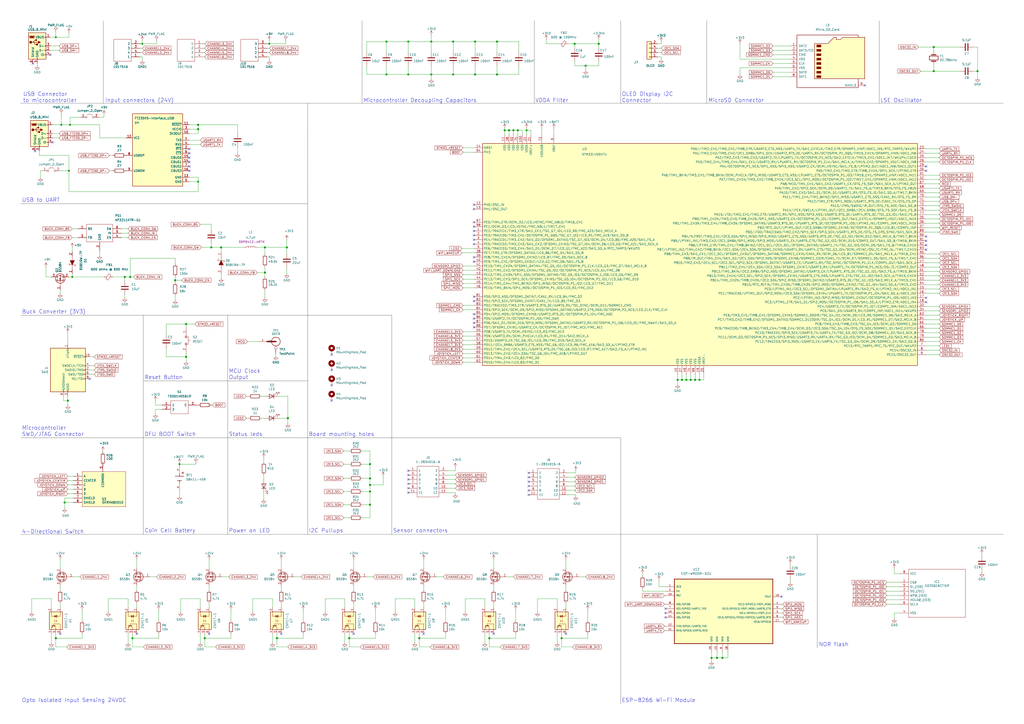
<source format=kicad_sch>
(kicad_sch (version 20211123) (generator eeschema)
  (paper "A2")
  (lib_symbols
    (symbol "AP3211KTR-G1:AP3211KTR-G1" (pin_names (offset 0.762))
      (property "Reference" "PS" (at 21.59 7.62 0))
      (property "Value" "AP3211KTR-G1" (at 21.59 5.08 0))
      (symbol "AP3211KTR-G1_0_0"
        (pin passive line (at 0 0 0) (length 5.08) (name "BS") (number "1"))
        (pin power_in line (at 12.7 -12.7 90) (length 5.08) (name "GND") (number "2"))
        (pin input line (at 0 -5.08 0) (length 5.08) (name "FB") (number "3"))
        (pin input line (at 25.4 -5.08 180) (length 5.08) (name "EN") (number "4"))
        (pin power_in line (at 25.4 -2.54 180) (length 5.08) (name "IN") (number "5"))
        (pin power_in line (at 25.4 0 180) (length 5.08) (name "SW") (number "6"))
      )
    )
    (symbol "B5819W-TP:B5819W-TP" (pin_names (offset 0.762))
      (property "Reference" "D" (at 12.7 8.89 0))
      (property "Value" "B5819W-TP" (at 12.7 6.35 0))
      (symbol "B5819W-TP_0_0"
        (pin passive line (at 2.54 0 0) (length 2.54) (name "~") (number "1"))
        (pin passive line (at 15.24 0 180) (length 2.54) (name "~") (number "2"))
      )
    )
    (symbol "Connector:Micro_SD_Card" (pin_names (offset 1.016))
      (property "Reference" "J" (at -16.51 15.24 0))
      (property "Value" "Micro_SD_Card" (at 16.51 15.24 0))
      (symbol "Micro_SD_Card_1_1"
        (pin bidirectional line (at -22.86 7.62 0) (length 3.81) (name "DAT2") (number "1"))
        (pin bidirectional line (at -22.86 5.08 0) (length 3.81) (name "DAT3/CD") (number "2"))
        (pin input line (at -22.86 2.54 0) (length 3.81) (name "CMD") (number "3"))
        (pin power_in line (at -22.86 0 0) (length 3.81) (name "VDD") (number "4"))
        (pin input line (at -22.86 -2.54 0) (length 3.81) (name "CLK") (number "5"))
        (pin power_in line (at -22.86 -5.08 0) (length 3.81) (name "VSS") (number "6"))
        (pin bidirectional line (at -22.86 -7.62 0) (length 3.81) (name "DAT0") (number "7"))
        (pin bidirectional line (at -22.86 -10.16 0) (length 3.81) (name "DAT1") (number "8"))
        (pin passive line (at 20.32 -15.24 180) (length 3.81) (name "SHIELD") (number "9"))
      )
    )
    (symbol "Connector:TestPoint" (pin_numbers hide) (pin_names (offset 0.762) hide)
      (property "Reference" "TP" (at 0 6.858 0))
      (property "Value" "TestPoint" (at 0 5.08 0))
      (symbol "TestPoint_1_1"
        (pin passive line (at 0 0 90) (length 2.54) (name "1") (number "1"))
      )
    )
    (symbol "Connector:USB_B_Mini" (pin_names (offset 1.016))
      (property "Reference" "J" (at -5.08 11.43 0))
      (property "Value" "USB_B_Mini" (at -5.08 8.89 0))
      (symbol "USB_B_Mini_1_1"
        (pin power_out line (at 7.62 5.08 180) (length 2.54) (name "VBUS") (number "1"))
        (pin bidirectional line (at 7.62 -2.54 180) (length 2.54) (name "D-") (number "2"))
        (pin bidirectional line (at 7.62 0 180) (length 2.54) (name "D+") (number "3"))
        (pin passive line (at 7.62 -5.08 180) (length 2.54) (name "ID") (number "4"))
        (pin power_out line (at 0 -10.16 90) (length 2.54) (name "GND") (number "5"))
        (pin passive line (at -2.54 -10.16 90) (length 2.54) (name "Shield") (number "6"))
      )
    )
    (symbol "Connector_Generic:Conn_01x04" (pin_names (offset 1.016) hide)
      (property "Reference" "J7" (at -4.445 -8.89 0))
      (property "Value" "OLED" (at -4.445 -6.985 0))
      (symbol "Conn_01x04_1_1"
        (pin passive line (at -5.08 2.54 0) (length 3.81) (name "Pin_1") (number "1"))
        (pin passive line (at -5.08 -5.08 0) (length 3.81) (name "Pin_2") (number "2"))
        (pin passive line (at -5.08 0 0) (length 3.81) (name "Pin_3") (number "3"))
        (pin passive line (at -5.08 -2.54 0) (length 3.81) (name "Pin_4") (number "4"))
      )
    )
    (symbol "Datalogger-rescue:CNY17-1-Isolator" (pin_names (offset 1.016))
      (property "Reference" "U" (at -5.08 5.08 0))
      (property "Value" "CNY17-1-Isolator" (at 0 5.08 0))
      (symbol "CNY17-1-Isolator_1_1"
        (pin passive line (at -7.62 2.54 0) (length 2.54) (name "~") (number "1"))
        (pin passive line (at -7.62 -2.54 0) (length 2.54) (name "~") (number "2"))
        (pin no_connect line (at -5.08 0 0) (length 2.54) hide (name "NC") (number "3"))
        (pin passive line (at 7.62 -2.54 180) (length 2.54) (name "~") (number "4"))
        (pin passive line (at 7.62 0 180) (length 2.54) (name "~") (number "5"))
        (pin passive line (at 7.62 2.54 180) (length 2.54) (name "~") (number "6"))
      )
    )
    (symbol "Datalogger-rescue:Conn_ARM_JTAG_SWD_10-Connector" (pin_names (offset 1.016))
      (property "Reference" "J" (at -2.54 16.51 0))
      (property "Value" "Conn_ARM_JTAG_SWD_10-Connector" (at -2.54 13.97 0))
      (symbol "Conn_ARM_JTAG_SWD_10-Connector_1_1"
        (pin power_in line (at 0 15.24 270) (length 2.54) (name "VTref") (number "1"))
        (pin open_collector line (at 12.7 7.62 180) (length 2.54) (name "~{RESET}") (number "10"))
        (pin bidirectional line (at 12.7 0 180) (length 2.54) (name "SWDIO/TMS") (number "2"))
        (pin power_in line (at 0 -15.24 90) (length 2.54) (name "GND") (number "3"))
        (pin output line (at 12.7 2.54 180) (length 2.54) (name "SWDCLK/TCK") (number "4"))
        (pin passive line (at 0 -15.24 90) (length 2.54) hide (name "GND") (number "5"))
        (pin input line (at 12.7 -2.54 180) (length 2.54) (name "SWO/TDO") (number "6"))
        (pin no_connect line (at -10.16 0 0) (length 2.54) hide (name "KEY") (number "7"))
        (pin output line (at 12.7 -5.08 180) (length 2.54) (name "NC/TDI") (number "8"))
        (pin passive line (at -2.54 -15.24 90) (length 2.54) (name "GNDDetect") (number "9"))
      )
    )
    (symbol "Datalogger-rescue:Crystal-Device" (pin_numbers hide) (pin_names (offset 1.016) hide)
      (property "Reference" "Y" (at 0 3.81 0))
      (property "Value" "Crystal-Device" (at 0 -3.81 0))
      (symbol "Crystal-Device_1_1"
        (pin passive line (at -3.81 0 0) (length 1.27) (name "1") (number "1"))
        (pin passive line (at 3.81 0 180) (length 1.27) (name "2") (number "2"))
      )
    )
    (symbol "Datalogger-rescue:FT230XS-Interface_USB"
      (property "Reference" "U" (at -13.97 22.86 0))
      (property "Value" "FT230XS-Interface_USB" (at -13.97 25.4 0))
      (symbol "FT230XS-Interface_USB_1_1"
        (pin output line (at 17.78 12.7 180) (length 3.81) (name "TXD") (number "1"))
        (pin power_out line (at 17.78 16.51 180) (length 3.81) (name "3V3OUT") (number "10"))
        (pin input line (at 17.78 21.59 180) (length 3.81) (name "~{RESET}") (number "11"))
        (pin power_in line (at -19.05 13.97 0) (length 3.81) (name "VCC") (number "12"))
        (pin power_in line (at 17.78 -8.89 180) (length 3.81) (name "GND") (number "13"))
        (pin bidirectional line (at 17.78 0 180) (length 3.81) (name "CBUS1") (number "14"))
        (pin bidirectional line (at 17.78 2.54 180) (length 3.81) (name "CBUS0") (number "15"))
        (pin bidirectional line (at 17.78 -5.08 180) (length 3.81) (name "CBUS3") (number "16"))
        (pin output line (at 17.78 7.62 180) (length 3.81) (name "~{RTS}") (number "2"))
        (pin power_in line (at 17.78 19.05 180) (length 3.81) (name "VCCIO") (number "3"))
        (pin input line (at 17.78 10.16 180) (length 3.81) (name "RXD") (number "4"))
        (pin power_in line (at 17.78 -11.43 180) (length 3.81) (name "GND") (number "5"))
        (pin input line (at 17.78 5.08 180) (length 3.81) (name "~{CTS}") (number "6"))
        (pin bidirectional line (at 17.78 -2.54 180) (length 3.81) (name "CBUS2") (number "7"))
        (pin bidirectional line (at -19.05 3.81 0) (length 3.81) (name "USBDP") (number "8"))
        (pin bidirectional line (at -19.05 -5.08 0) (length 3.81) (name "USBDM") (number "9"))
      )
    )
    (symbol "Datalogger-rescue:LED-Device" (pin_numbers hide) (pin_names (offset 1.016) hide)
      (property "Reference" "D" (at 0 2.54 0))
      (property "Value" "LED-Device" (at 0 -2.54 0))
      (symbol "LED-Device_1_1"
        (pin passive line (at -3.81 0 0) (length 2.54) (name "K") (number "1"))
        (pin passive line (at 3.81 0 180) (length 2.54) (name "A") (number "2"))
      )
    )
    (symbol "Datalogger-rescue:MountingHole_Pad-Mechanical" (pin_numbers hide) (pin_names (offset 1.016) hide)
      (property "Reference" "H" (at 0 6.35 0))
      (property "Value" "MountingHole_Pad-Mechanical" (at 0 4.445 0))
      (symbol "MountingHole_Pad-Mechanical_1_1"
        (pin input line (at 0 -2.54 90) (length 2.54) (name "1") (number "1"))
      )
    )
    (symbol "Device:C" (pin_numbers hide) (pin_names (offset 0.254))
      (property "Reference" "C" (at 0.635 2.54 0))
      (property "Value" "C" (at 0.635 -2.54 0))
      (symbol "C_1_1"
        (pin passive line (at 0 3.81 270) (length 2.794) (name "~") (number "1"))
        (pin passive line (at 0 -3.81 90) (length 2.794) (name "~") (number "2"))
      )
    )
    (symbol "Device:FerriteBead_Small" (pin_numbers hide) (pin_names (offset 0))
      (property "Reference" "FB" (at 1.905 1.27 0))
      (property "Value" "FerriteBead_Small" (at 1.905 -1.27 0))
      (symbol "FerriteBead_Small_1_1"
        (pin passive line (at 0 2.54 270) (length 1.27) (name "~") (number "1"))
        (pin passive line (at 0 -2.54 90) (length 1.27) (name "~") (number "2"))
      )
    )
    (symbol "Device:L" (pin_numbers hide) (pin_names (offset 1.016) hide)
      (property "Reference" "L" (at -1.27 0 90))
      (property "Value" "L" (at 1.905 0 90))
      (symbol "L_1_1"
        (pin passive line (at 0 3.81 270) (length 1.27) (name "1") (number "1"))
        (pin passive line (at 0 -3.81 90) (length 1.27) (name "2") (number "2"))
      )
    )
    (symbol "Device:R" (pin_numbers hide) (pin_names (offset 0))
      (property "Reference" "R" (at 2.032 0 90))
      (property "Value" "R" (at 0 0 90))
      (symbol "R_1_1"
        (pin passive line (at 0 3.81 270) (length 1.27) (name "~") (number "1"))
        (pin passive line (at 0 -3.81 90) (length 1.27) (name "~") (number "2"))
      )
    )
    (symbol "ESP-WROOM-02U:ESP-WROOM-02U" (pin_names (offset 1.016))
      (property "Reference" "U" (at -12.7762 18.415 0))
      (property "Value" "ESP-WROOM-02U" (at -12.7762 -22.6568 0))
      (symbol "ESP-WROOM-02U_0_0"
        (pin power_in line (at -17.78 12.7 0) (length 5.08) (name "3V3") (number "1"))
        (pin bidirectional line (at -17.78 -2.54 0) (length 5.08) (name "IO4/GPIO4") (number "10"))
        (pin bidirectional line (at -17.78 -12.7 0) (length 5.08) (name "RXD/GPIO3/UART0_RXD") (number "11"))
        (pin bidirectional line (at -17.78 -10.16 0) (length 5.08) (name "TXD/GPIO1/UART0_TXD") (number "12"))
        (pin power_in line (at 12.065 -25.4 90) (length 5.08) (name "GND") (number "13"))
        (pin bidirectional line (at -17.78 -5.08 0) (length 5.08) (name "IO5/GPIO5") (number "14"))
        (pin input line (at -17.78 7.62 0) (length 5.08) (name "RST") (number "15"))
        (pin bidirectional line (at 49.53 6.985 180) (length 5.08) (name "TOUT") (number "16"))
        (pin bidirectional line (at 49.53 -7.62 180) (length 5.08) (name "IO16/GPIO16") (number "17"))
        (pin power_in line (at 18.415 -25.4 90) (length 5.08) (name "GND") (number "18"))
        (pin power_in line (at 8.89 -25.4 90) (length 5.08) (name "GND") (number "19"))
        (pin input line (at -17.78 10.16 0) (length 5.08) (name "EN") (number "2"))
        (pin bidirectional line (at 49.53 -2.54 180) (length 5.08) (name "IO14/GPIO14/HSPI_CLK") (number "3"))
        (pin bidirectional line (at 49.53 2.54 180) (length 5.08) (name "IO12/GPIO12/HSPI_MISO") (number "4"))
        (pin bidirectional line (at 49.53 0 180) (length 5.08) (name "IO13/GPIO13/HSPI_MOSI/UART0_CTS") (number "5"))
        (pin bidirectional line (at 49.53 -5.08 180) (length 5.08) (name "IO15/GPIO15/MTDO/HSPICS/UART0_RTS") (number "6"))
        (pin bidirectional line (at -17.78 0 0) (length 5.08) (name "IO2/GPIO2/UART1_TXD") (number "7"))
        (pin bidirectional line (at -17.78 2.54 0) (length 5.08) (name "IO0/GPIO0") (number "8"))
        (pin power_in line (at 15.24 -25.4 90) (length 5.08) (name "GND") (number "9"))
      )
    )
    (symbol "GD25Q127CSIGR:GD25Q16CTIGR" (pin_names (offset 0.762))
      (property "Reference" "IC" (at 22.86 10.16 0))
      (property "Value" "GD25Q16CTIGR" (at 22.86 7.62 0))
      (symbol "GD25Q16CTIGR_0_0"
        (pin input line (at 0 6.35 0) (length 5.08) (name "CS#") (number "1"))
        (pin bidirectional line (at 0 1.27 0) (length 5.08) (name "SO_(IO1)") (number "2"))
        (pin bidirectional line (at 0 -1.27 0) (length 5.08) (name "WP#_(IO2)") (number "3"))
        (pin power_in line (at 0 -11.43 0) (length 5.08) (name "VSS") (number "4"))
        (pin bidirectional line (at 0 3.81 0) (length 5.08) (name "SI_(IO0)") (number "5"))
        (pin input line (at 0 -6.35 0) (length 5.08) (name "SCLK") (number "6"))
        (pin bidirectional line (at 0 -3.81 0) (length 5.08) (name "HOLD#_(IO3)") (number "7"))
        (pin power_in line (at 0 11.43 0) (length 5.08) (name "VCC") (number "8"))
      )
    )
    (symbol "Jumper:Jumper_2_Open" (pin_names (offset 0) hide)
      (property "Reference" "JP" (at 0 2.794 0))
      (property "Value" "Jumper_2_Open" (at 0 -2.286 0))
      (symbol "Jumper_2_Open_1_1"
        (pin passive line (at -5.08 0 0) (length 2.54) (name "A") (number "1"))
        (pin passive line (at 5.08 0 180) (length 2.54) (name "B") (number "2"))
      )
    )
    (symbol "Keystone-5019:5019" (pin_names (offset 1.016))
      (property "Reference" "TP" (at -7.62 2.54 0))
      (property "Value" "5019" (at -7.62 -5.08 0))
      (symbol "5019_0_0"
        (pin passive line (at -10.16 0 0) (length 5.08) (name "TP") (number "1"))
      )
    )
    (symbol "Phoenix-Contact-1017516:1017516" (pin_names (offset 0.762))
      (property "Reference" "J" (at 6.35 3.81 0))
      (property "Value" "1017516" (at 6.35 1.27 0))
      (symbol "1017516_0_0"
        (pin passive line (at 0 -11.43 0) (length 5.08) (name "1") (number "1"))
        (pin passive line (at 0 -8.89 0) (length 5.08) (name "2") (number "2"))
        (pin passive line (at 0 -6.35 0) (length 5.08) (name "3") (number "3"))
        (pin passive line (at 0 -3.81 0) (length 5.08) (name "4") (number "4"))
      )
    )
    (symbol "Phoenix-Contact-1017516:1017516_1" (pin_names (offset 0.762))
      (property "Reference" "J10" (at -6.35 -2.54 0))
      (property "Value" "1017516" (at -8.89 0 0))
      (symbol "1017516_1_0_0"
        (pin passive line (at 0 -8.89 0) (length 5.08) (name "1") (number "1"))
        (pin passive line (at 0 -6.35 0) (length 5.08) (name "2") (number "2"))
        (pin passive line (at 0 -11.43 0) (length 5.08) (name "3") (number "3"))
        (pin passive line (at 0 -3.81 0) (length 5.08) (name "4") (number "4"))
      )
    )
    (symbol "Phoenix-Contact-1017516:1017516_2" (pin_names (offset 0.762))
      (property "Reference" "J8" (at -5.08 -2.54 0))
      (property "Value" "1017516" (at -5.08 0 0))
      (symbol "1017516_2_0_0"
        (pin passive line (at 0 -3.81 0) (length 5.08) (name "1") (number "1"))
        (pin passive line (at 0 -11.43 0) (length 5.08) (name "2") (number "2"))
        (pin passive line (at 0 -8.89 0) (length 5.08) (name "3") (number "3"))
        (pin passive line (at 0 -6.35 0) (length 5.08) (name "4") (number "4"))
      )
    )
    (symbol "S8411-45R:S8411-45R" (pin_names (offset 1.016) hide)
      (property "Reference" "BT" (at -3.81 3.81 0))
      (property "Value" "S8411-45R" (at -3.81 -5.08 0))
      (symbol "S8411-45R_0_0"
        (pin passive line (at 7.62 0 180) (length 5.08) (name "~") (number "N"))
        (pin passive line (at -7.62 0 0) (length 5.08) (name "~") (number "P"))
      )
    )
    (symbol "SKRHABE010:SKRHABE010" (pin_names (offset 0.762))
      (property "Reference" "S" (at 31.75 12.7 0))
      (property "Value" "SKRHABE010" (at 31.75 10.16 0))
      (symbol "SKRHABE010_0_0"
        (pin passive line (at 0 5.08 0) (length 5.08) (name "A") (number "1"))
        (pin passive line (at 0 2.54 0) (length 5.08) (name "CENTER") (number "2"))
        (pin passive line (at 0 0 0) (length 5.08) (name "C") (number "3"))
        (pin passive line (at 0 -2.54 0) (length 5.08) (name "B") (number "4"))
        (pin passive line (at 17.145 12.7 270) (length 5.08) (name "COMMON") (number "5"))
        (pin passive line (at 0 -5.08 0) (length 5.08) (name "D") (number "6"))
        (pin passive line (at 0 -7.62 0) (length 5.08) (name "SHIELD") (number "7"))
        (pin passive line (at 0 -10.16 0) (length 5.08) (name "SHIELD") (number "8"))
      )
    )
    (symbol "STM32L4S5VITx:STM32L4S5VITx"
      (property "Reference" "U" (at -17.78 64.77 0))
      (property "Value" "STM32L4S5VITx" (at 64.135 60.325 0))
      (symbol "STM32L4S5VITx_1_1"
        (pin bidirectional line (at -22.86 12.7 0) (length 5.08) (name "PE2/TRACECK/TIM3_ETR/SAI1_CK1/TSC_G7_IO1/LCD_R0/FMC_A23/SAI1_MCLK_A") (number "1"))
        (pin power_in line (at 95.25 -70.485 90) (length 5.08) (name "VSS") (number "10"))
        (pin power_in line (at 5.08 68.58 270) (length 5.08) (name "VDD") (number "100"))
        (pin power_in line (at -5.08 68.58 270) (length 5.08) (name "VDD") (number "11"))
        (pin input line (at -22.86 27.94 0) (length 5.08) (name "PH0/OSC_IN") (number "12"))
        (pin input line (at -22.86 25.4 0) (length 5.08) (name "PH1/OSC_OUT") (number "13"))
        (pin input line (at -22.86 60.96 0) (length 5.08) (name "NRST") (number "14"))
        (pin bidirectional line (at 239.395 -20.955 180) (length 5.08) (name "PC0/LPTIM1_IN1/I2C3_SCL/DFSDM1_DATIN4/LPUART1_RX/SAI2_FS_A/LPTIM2_IN1/ADC1_IN1") (number "15"))
        (pin bidirectional line (at 239.395 -23.495 180) (length 5.08) (name "PC1/TRACED0/LPTIM1_OUT/SPI2_MOSI/I2C3_SDA/DFSDM1_CKIN4/LPUART1_TX/OCTOSPIM_P1_IO4/SAI1_SD_A/ADC1_IN2") (number "16"))
        (pin bidirectional line (at 239.395 -26.035 180) (length 5.08) (name "PC2/LPTIM1_IN2/SPI2_MISO/DFSDM1_CKOUT/OCTOSPIM_P1_IO5/ADC1_IN3") (number "17"))
        (pin bidirectional line (at 239.395 -28.575 180) (length 5.08) (name "PC3/LPTIM1_ETR/SAI1_D1/SPI2_MOSI/OCTOSPIM_P1_IO6/SAI1_SD_A/LPTIM2_ETR/ADC1_IN4") (number "18"))
        (pin power_in line (at 107.95 -70.485 90) (length 5.08) (name "VSSA") (number "19"))
        (pin bidirectional line (at -22.86 10.16 0) (length 5.08) (name "PE3/TRACED0/TIM3_CH1/OCTOSPIM_P1_DQS/TSC_G7_IO2/LCD_R1/FMC_A19/SAI1_SD_B") (number "2"))
        (pin power_in line (at 110.49 -70.485 90) (length 5.08) (name "VREF-") (number "20"))
        (pin bidirectional line (at 10.16 68.58 270) (length 5.08) (name "VREF+") (number "21"))
        (pin power_in line (at 7.62 68.58 270) (length 5.08) (name "VDDA") (number "22"))
        (pin bidirectional line (at 239.395 60.325 180) (length 5.08) (name "PA0//TIM2_CH1/TIM5_CH1/TIM8_ETR/USART2_CTS_NSS/UART4_TX/SAI1_EXTCLK/TIM2_ETR/OPAMP1_VINP/ADC1_IN5/RTC_TAMP2/WKUP1") (number "23"))
        (pin bidirectional line (at 239.395 57.785 180) (length 5.08) (name "PA1/TIM2_CH2/TIM5_CH2/I2C1_SMBA/SPI1_SCK/USART2_RTS_DE/UART4_RX/OCTOSPIM_P1_DQS/TIM15_CH1N/OPAMP1_VINM/ADC1_IN6") (number "24"))
        (pin bidirectional line (at 239.395 55.245 180) (length 5.08) (name "PA2/TIM2_CH3/TIM5_CH3/USART2_TX/LPUART1_TX/OCTOSPIM_P1_NCS/SAI2_EXTCLK/TIM15_CH1/ADC1_IN7/WKUP4/LSCO") (number "25"))
        (pin bidirectional line (at 239.395 52.705 180) (length 5.08) (name "PA3/TIM2_CH4/TIM5_CH4/SAI1_CK1/USART2_RX/LPUART1_RX/OCTOSPIM_P1_CLK/SAI1_MCLK_A/TIM15_CH2/OPAMP1_VOUT/ADC1_IN8") (number "26"))
        (pin power_in line (at 97.79 -70.485 90) (length 5.08) (name "VSS") (number "27"))
        (pin power_in line (at -2.54 68.58 270) (length 5.08) (name "VDD") (number "28"))
        (pin bidirectional line (at 239.395 50.165 180) (length 5.08) (name "PA4/OCTOSPIM_P1_NCS/SPI1_NSS/SPI3_NSS/USART2_CK/DCMI_HSYNC/SAI1_FS_B/LPTIM2_OUT/ADC1_IN9/DAC1_OUT1") (number "29"))
        (pin bidirectional line (at -22.86 7.62 0) (length 5.08) (name "PE4/TRACED1/TIM3_CH2/SAI1_D2/DFSDM1_DATIN3/TSC_G7_IO3/DCMI_D4/LCD_B0/FMC_A20/SAI1_FS_A") (number "3"))
        (pin bidirectional line (at 239.395 47.625 180) (length 5.08) (name "PA5/TIM2_CH1/TIM2_ETR/TIM8_CH1N/SPI1_SCK/LPTIM2_ETR") (number "30"))
        (pin bidirectional line (at 239.395 45.085 180) (length 5.08) (name "PA6/TIM1_BKIN/TIM3_CH1/TIM8_BKIN/DCMI_PIXCLK/SPI1_MISO/USART3_CTS_NSS/LPUART1_CTS/OCTOSPIM_P1_IO3/TIM16_CH1/OPAMP2_VINP/ADC1_IN11") (number "31"))
        (pin bidirectional line (at 239.395 42.545 180) (length 5.08) (name "PA7/TIM1_CH1N/TIM3_CH2/TIM8_CH1N/I2C3_SCL/SPI1_MOSI/OCTOSPIM_P1_IO2/TIM17_CH1/OPAMP2_VINM/ADC1_IN12") (number "32"))
        (pin bidirectional line (at 239.395 -31.115 180) (length 5.08) (name "PC4/USART3_TX/OCTOSPIM_P1_IO7/COMP1_INM/ADC1_IN13") (number "33"))
        (pin bidirectional line (at 239.395 -33.655 180) (length 5.08) (name "PC5/SAI1_D3/USART3_RX/COMP1_INP/ADC1_IN14/WKUP5") (number "34"))
        (pin bidirectional line (at 239.395 19.685 180) (length 5.08) (name "PB0/TIM1_CH2N/TIM3_CH3/TIM8_CH2N/SPI1_NSS/USART3_CK/OCTOSPIM_P1_IO1/COMP1_OUT/SAI1_EXTCLK/OPAMP2_VOUT/ADC1_IN15") (number "35"))
        (pin bidirectional line (at 239.395 17.145 180) (length 5.08) (name "PB1/TIM1_CH3N/TIM3_CH4/TIM8_CH3N/DFSDM1_DATIN0/USART3_RTS_DE/LPUART1_RTS_DE/OCTOSPIM_P1_IO0/LPTIM2_IN1/COMP1_INM/ADC1_IN16") (number "36"))
        (pin bidirectional line (at 239.395 14.605 180) (length 5.08) (name "PB2/RTC_OUT/LPTIM1_OUT/I2C3_SMBA/DFSDM1_CKIN0/OCTOSPIM_P1_DQS/LCD_B1/COMP1_INP") (number "37"))
        (pin bidirectional line (at -22.86 0 0) (length 5.08) (name "PE7/TIM1_ETR/DFSDM1_DATIN2/LCD_B6/FMC_D4/SAI1_SD_B") (number "38"))
        (pin bidirectional line (at -22.86 -2.54 0) (length 5.08) (name "PE8/TIM1_CH1N/DFSDM1_CKIN2/LCD_B7/FMC_D5/SAI1_SCK_B") (number "39"))
        (pin bidirectional line (at -22.86 5.08 0) (length 5.08) (name "PE5/TRACED2/TIM3_CH3/SAI1_CK2/DFSDM1_CKIN3/TSC_G7_IO4/DCMI_D6/LCD_G0/FMC_A21/SAI1_SCK_A") (number "4"))
        (pin bidirectional line (at -22.86 -5.08 0) (length 5.08) (name "PE9/TIM1_CH1/DFSDM1_CKOUT/LCD_G2/FMC_D6/SAI1_FS_B") (number "40"))
        (pin bidirectional line (at -22.86 -7.62 0) (length 5.08) (name "PE10/TIM1_CH2N/DFSDM1_DATIN4/TSC_G5_IO1/OCTOSPIM_P1_CLK/LCD_G3/FMC_D7/SAI1_MCLK_B") (number "41"))
        (pin bidirectional line (at -22.86 -10.16 0) (length 5.08) (name "PE11/TIM1_CH2/DFSDM1_CKIN4/TSC_G5_IO2/OCTOSPIM_P1_NCS/LCD_G4/FMC_D8") (number "42"))
        (pin bidirectional line (at -22.86 -12.7 0) (length 5.08) (name "PE12/TIM1_CH3N/SPI1_NSS/DFSDM1_DATIN5/TSC_G5_IO3/OCTOSPIM_1_IO0/LCD_G5/FMC_D9") (number "43"))
        (pin bidirectional line (at -22.86 -15.24 0) (length 5.08) (name "PE13/TIM1_CH3/SPI1_SCK/DFSDM1_CKIN5/TSC_G5_IO4/OCTOSPIM_P1_IO1/LCD_G6/FMC_D10") (number "44"))
        (pin bidirectional line (at -22.86 -17.78 0) (length 5.08) (name "PE14/TIM1_CH4/TIM1_BKIN2/SPI1_MISO/OCTOSPIM_P1_IO2/LCD_G7/FMC_D11") (number "45"))
        (pin bidirectional line (at -22.86 -20.32 0) (length 5.08) (name "PE15/TIM1_BKIN/SPI1_MOSI/OCTOSPIM_P1_IO3/LCD_R2/FMC_D12") (number "46"))
        (pin bidirectional line (at 239.395 -5.715 180) (length 5.08) (name "PB10/TIM2_CH3/I2C4_SCL/I2C2_SCL/SPI2_SCK/DFSDM1_DATIN7/USART3_TX/LPUART1_RX/TSC_SYNC/OCTOSPIM_P1_CLK/COMP1_OUT/SAI1_SCK_A") (number "47"))
        (pin bidirectional line (at 239.395 -8.255 180) (length 5.08) (name "PB11/TIM2_CH4/I2C4_SDA/I2C2_SDA/DFSDM1_CKIN7/USART3_RX/LPUART1_TX/OCTOSPIM_P1_NCS/DSI_TE/COMP2_OUT") (number "48"))
        (pin power_in line (at 100.33 -70.485 90) (length 5.08) (name "VSS") (number "49"))
        (pin bidirectional line (at -22.86 2.54 0) (length 5.08) (name "PE6/TRACED3/TIM3_CH4/SAI1_D1/DCMI_D7/LCD_G1/FMC_A22/SAI1_SD_A/RTC_TAMP3/WKUP3") (number "5"))
        (pin power_in line (at 0 68.58 270) (length 5.08) (name "VDD") (number "50"))
        (pin bidirectional line (at 239.395 -10.795 180) (length 5.08) (name "PB12/TIM1_BKIN/I2C2_SMBA/SPI2_NSS/DFSDM1_DATIN1/USART3_CK/LPUART1_RTS_DE/TSC_G1_IO1/SAI2_FS_A/TIM15_BKIN") (number "51"))
        (pin bidirectional line (at 239.395 -13.335 180) (length 5.08) (name "PB13/TIM1_CH1N/I2C2_SCL/SPI2_SCK/DFSDM1_CKIN1/USART3_CTS_NSS/LPUART1_CTS/TSC_G1_IO2/SAI2_SCK_A/TIM15_CH1N") (number "52"))
        (pin bidirectional line (at 239.395 -15.875 180) (length 5.08) (name "PB14/TIM1_CH2N/TIM8_CH2N/I2C2_SDA/SPI2_MISO/DFSDM1_DATIN2/USART3_RTS_DE/TSC_G1_IO3/SAI2_MCLK_A/TIM15_CH1") (number "53"))
        (pin bidirectional line (at 239.395 -18.415 180) (length 5.08) (name "PB15/RTC_REFIN/TIM1_CH3N/TIM8_CH3N/SPI2_MOSI/DFSDM1_CKIN2/TSC_G1_IO4/SAI2_SD_A/TIM15_CH2") (number "54"))
        (pin bidirectional line (at -22.86 -45.72 0) (length 5.08) (name "PD8/USART3_TX/DCMI_HSYNC/LCD_R3/FMC_D13") (number "55"))
        (pin bidirectional line (at -22.86 -48.26 0) (length 5.08) (name "PD9/USART3_RX/DCMI_PIXCLK/LCD_R4/FMC_D14/SAI2_MCLK_A") (number "56"))
        (pin bidirectional line (at -22.86 -50.8 0) (length 5.08) (name "PD10/USART3_CK,TSC_G6_IO1/LCD_R5/FMC_D15/SAI2_SCK_A") (number "57"))
        (pin bidirectional line (at -22.86 -53.34 0) (length 5.08) (name "PD11/I2C4_SMBA/USART3_CTS_NSS/TSC_G6_IO2/LCD_R6/FMC_A16/SAI2_SD_A/LPTIM2_ETR") (number "58"))
        (pin bidirectional line (at -22.86 -55.88 0) (length 5.08) (name "PD12/TIM4_CH1/I2C4_SCL/USART3_RTS_DE/TSC_G6_IO3/LCD_R7/FMC_A17/SAI2_FS_A/LPTIM2_IN1") (number "59"))
        (pin power_in line (at 23.495 68.58 270) (length 5.08) (name "VBAT") (number "6"))
        (pin bidirectional line (at -22.86 -58.42 0) (length 5.08) (name "PD13/TIM4_CH2/I2C4_SDA/TSC_G6_IO4/FMC_A18/LPTIM2_OUT") (number "60"))
        (pin bidirectional line (at -22.86 -60.96 0) (length 5.08) (name "PD14/TIM4_CH3/LCD_B2/FMC_D0") (number "61"))
        (pin bidirectional line (at -22.86 -63.5 0) (length 5.08) (name "PD15/TIM4_CH4/LCD_B3/FMC_D1") (number "62"))
        (pin bidirectional line (at 239.395 -36.195 180) (length 5.08) (name "PC6/TIM3_CH1/TIM8_CH1/DFSDM1_CKIN3/SDMMC1_D0DIR/TSC_G4_IO1/DCMI_D0/LCD_R0/SDMMC1_D6/SAI2_MCLK_A") (number "63"))
        (pin bidirectional line (at 239.395 -38.735 180) (length 5.08) (name "PC7/TIM3_CH2/TIM8_CH2/DFSDM1_DATIN3/SDMMC1_D123DIR/TSC_G4_IO2/DCMI_D1/LCD_R1/SDMMC1_D7/SAI2_MCLK_B") (number "64"))
        (pin bidirectional line (at 239.395 -41.275 180) (length 5.08) (name "PC8/TIM3_CH3/TIM8_CH3/TSC_G4_IO3/DCMI_D2/SDMMC1_D0") (number "65"))
        (pin bidirectional line (at 239.395 -43.815 180) (length 5.08) (name "PC9/TRACED0/TIM8_BKIN2/TIM3_CH4/TIM8_CH4/DCMI_D3/I2C3_SDA/TSC_G4_IO4/OTG_FS_NOE/SDMMC1_D1/SAI2_EXTCLK") (number "66"))
        (pin bidirectional line (at 239.395 40.005 180) (length 5.08) (name "PA8/MCO/TIM1_CH1/SAI1_CK2/USART1_CK/OTG_FS_SOF/SAI1_SCK_A/LPTIM2_OUT") (number "67"))
        (pin bidirectional line (at 239.395 37.465 180) (length 5.08) (name "PA9/TIM1_CH2/SPI2_SCK/DCMI_D0/USART1_TX/SAI1_FS_A/TIM15_BKIN/OTG_FS_VBUS") (number "68"))
        (pin bidirectional line (at 239.395 34.925 180) (length 5.08) (name "PA10/TIM1_CH3/SAI1_D1/DCMI_D1/USART1_RX/OTG_FS_ID/SAI1_SD_A/TIM17_BKIN") (number "69"))
        (pin bidirectional line (at 239.395 -53.975 180) (length 5.08) (name "PC13/RTC_TAMP1/RTC_TS/RTC_OUT/WKUP2") (number "7"))
        (pin bidirectional line (at 239.395 32.385 180) (length 5.08) (name "PA11/TIM1_CH4/TIM1_BKIN2/SPI1_MISO/USART1_CTS_NSS/CAN1_RX/OTG_FS_DM") (number "70"))
        (pin bidirectional line (at 239.395 29.845 180) (length 5.08) (name "PA12/TIM1_ETR/SPI1_MOSI/USART1_RTS_DE/CAN1_TX/OTG_FS_DP") (number "71"))
        (pin bidirectional line (at 239.395 27.305 180) (length 5.08) (name "PA13/JTMS/SWDIO/IR_OUT/OTG_FS_NOE/SAI1_SD_B") (number "72"))
        (pin power_in line (at 16.51 68.58 270) (length 5.08) (name "VDDUSB") (number "73"))
        (pin power_in line (at 102.87 -70.485 90) (length 5.08) (name "VSS") (number "74"))
        (pin power_in line (at 2.54 68.58 270) (length 5.08) (name "VDD") (number "75"))
        (pin bidirectional line (at 239.395 24.765 180) (length 5.08) (name "PA14/JTCK/SWCLK/LPTIM1_OUT/I2C1_SMBA/I2C4_SMBA/OTG_FS_SOF/SAI1_FS_B") (number "76"))
        (pin bidirectional line (at 239.395 22.225 180) (length 5.08) (name "PA15/JTDI/TIM2_CH1/TIM2_ETR/USART2_RX/SPI1_NSS/SPI3_NSS/USART3_RTS_DE/UART4_RTS_DE/TSC_G3_IO1/SAI2_FS_B") (number "77"))
        (pin bidirectional line (at 239.395 -46.355 180) (length 5.08) (name "PC10/TRACED1/SPI3_SCK/USART3_TX/UART4_TX/TSC_G3_IO2/DCMI_D8/SDMMC1_D2/SAI2_SCK_B") (number "78"))
        (pin bidirectional line (at 239.395 -48.895 180) (length 5.08) (name "PC11/DCMI_D2/OCTOSPIM_P1_NCS/SPI3_MISO/USART3_RX/UART4_RX/TSC_G3_IO3/DCMI_D4/SDMMC1_D3/SAI2_MCLK_B") (number "79"))
        (pin bidirectional line (at 239.395 -56.515 180) (length 5.08) (name "PC14/OSC32_IN") (number "8"))
        (pin bidirectional line (at 239.395 -51.435 180) (length 5.08) (name "PC12/TRACED3/SPI3_MOSI/USART3_CK/UART5_TX/TSC_G3_IO4/DCMI_D9/SDMMC1_CK/SAI2_SD_B") (number "80"))
        (pin bidirectional line (at -22.86 -25.4 0) (length 5.08) (name "PD0/SPI2_NSS/DFSDM1_DATIN7/CAN1_RX/LCD_B4/FMC_D2") (number "81"))
        (pin bidirectional line (at -22.86 -27.94 0) (length 5.08) (name "PD1/SPI2_SCK/DFSDM1_CKIN7/CAN1_TX/LCD_B5/FMC_D3") (number "82"))
        (pin bidirectional line (at -22.86 -30.48 0) (length 5.08) (name "PD2/TRACED2/TIM3_ETR/USART3_RTS_DE/UART5_RX/TSC_SYNC/DCMI_D11/SDMMC1_CMD") (number "83"))
        (pin bidirectional line (at -22.86 -33.02 0) (length 5.08) (name "PD3/SPI2_SCK/DCMI_D5/SPI2_MISO/DFSDM1_DATIN0/USART2_CTS_NSS/OCTOSPIM_P2_NCS/LCD_CLK/FMC_CLK") (number "84"))
        (pin bidirectional line (at -22.86 -35.56 0) (length 5.08) (name "PD4/SPI2_MOSI/DFSDM1_CKIN0/USART2_RTS_DE/OCTOSPIM_P1_IO4/FMC_NOE") (number "85"))
        (pin bidirectional line (at -22.86 -38.1 0) (length 5.08) (name "PD5/USART2_TX/OCTOSPIM_P1_IO5/FMC_NWE") (number "86"))
        (pin bidirectional line (at -22.86 -40.64 0) (length 5.08) (name "PD6/SAI1_D1/DCMI_D10/SPI3_MOSI/DFSDM1_DATIN1/USART2_RX/OCTOSPIM_P1_IO6/LCD_DE/FMC_NWAIT/SAI1_SD_A") (number "87"))
        (pin bidirectional line (at -22.86 -43.18 0) (length 5.08) (name "PD7/DFSDM1_CKIN1/USART2_CK/OCTOSPIM_P1_IO7/FMC_NCE/FMC_NE1") (number "88"))
        (pin bidirectional line (at 239.395 12.065 180) (length 5.08) (name "PB3/JTDO/TRACESWO/TIM2_CH2/SPI1_SCK/SPI3_SCK/USART1_RTS_DE/OTG_FS_CRS_SYNC/SAI1_SCK_B") (number "89"))
        (pin bidirectional line (at 239.395 -59.055 180) (length 5.08) (name "PC15/OSC32_OUT") (number "9"))
        (pin bidirectional line (at 239.395 9.525 180) (length 5.08) (name "PB4/NJTRST/TIM3_CH1/I2C3_SDA/SPI1_MISO/SPI3_MISO/USART1_CTS_NSS/UART5_RTS_DE/TSC_G2_IO1/DCMI_D12/SAI1_MCLK_B/TIM17_BKIN") (number "90"))
        (pin bidirectional line (at 239.395 6.985 180) (length 5.08) (name "PB5/LPTIM1_IN1/TIM3_CH2/I2C1_SMBA/SPI1_MOSI/SPI3_MOSI/USART1_CK/UART5_CTS/TSC_G2_IO2/DCMI_D10/COMP2_OUT/SAI1_SD_B/TIM16_BKIN") (number "91"))
        (pin bidirectional line (at 239.395 4.445 180) (length 5.08) (name "PB6/LPTIM1_ETR/TIM4_CH1/TIM8_BKIN2/I2C1_SCL/I2C4_SCL/DFSDM1_DATIN5/USART1_TX/TSC_G2_IO3/DCMI_D5/SAI1_FS_B/TIM16_CH1N") (number "92"))
        (pin bidirectional line (at 239.395 1.905 180) (length 5.08) (name "PB7/LPTIM1_IN2/TIM4_CH2/TIM8_BKIN/I2C1_SDA/I2C4_SDA/DFSDM1_CKIN5/USART1_RX/UART4_CTS/TSC_G2_IO4/DCMI_VSYNC/DSI_TE/FMC_NL/TIM17_CH1N") (number "93"))
        (pin bidirectional line (at -22.86 58.42 0) (length 5.08) (name "PH3") (number "94"))
        (pin bidirectional line (at 239.395 -0.635 180) (length 5.08) (name "PB8/TIM4_CH3/SAI1_CK1/I2C1_SCL/DFSDM1_CKOUT/DFSDM1_DATIN6/SDMMC1_CKIN/CAN1_RX/DCMI_D6/LCD_B1/SDMMC1_D4/SAI1_MCLK_A/TIM16_CH1") (number "95"))
        (pin bidirectional line (at 239.395 -3.175 180) (length 5.08) (name "PB9/IR_OUT/TIM4_CH4/SAI1_D2/I2C1_SDA/SPI2_NSS/DFSDM1_CKIN6/SDMMC1_CDIR/CAN1_TX/DCMI_D7/SDMMC1_D5/SAI1_FS_A/TIM17_CH1") (number "96"))
        (pin bidirectional line (at -22.86 17.78 0) (length 5.08) (name "PE0/TIM4_ETR/DCMI_D2/LCD_HSYNC/FMC_NBL0/TIM16_CH1") (number "97"))
        (pin bidirectional line (at -22.86 15.24 0) (length 5.08) (name "PE1/DCMI_D3/LCD_VSYNC/FMC_NBL1/TIM17_CH1") (number "98"))
        (pin power_in line (at 105.41 -70.485 90) (length 5.08) (name "VSS") (number "99"))
      )
    )
    (symbol "TDD01H0SB1R:TDD01H0SB1R" (pin_names (offset 0.762))
      (property "Reference" "S" (at 16.51 7.62 0))
      (property "Value" "TDD01H0SB1R" (at 16.51 5.08 0))
      (symbol "TDD01H0SB1R_0_0"
        (pin unspecified line (at 0 0 0) (length 5.08) (name "1") (number "1"))
        (pin unspecified line (at 0 -2.54 0) (length 5.08) (name "2") (number "2"))
        (pin unspecified line (at 20.32 0 180) (length 5.08) (name "C") (number "3"))
      )
    )
    (symbol "TE-Connectivity-1-2834016-6:1-2834016-6" (pin_names (offset 0.762))
      (property "Reference" "J" (at 19.05 7.62 0))
      (property "Value" "1-2834016-6" (at 19.05 5.08 0))
      (symbol "1-2834016-6_0_0"
        (pin passive line (at 0 0 0) (length 5.08) (name "1") (number "1"))
        (pin passive line (at 22.86 -10.16 180) (length 5.08) (name "10") (number "10"))
        (pin passive line (at 0 -12.7 0) (length 5.08) (name "11") (number "11"))
        (pin passive line (at 22.86 -12.7 180) (length 5.08) (name "12") (number "12"))
        (pin passive line (at 22.86 0 180) (length 5.08) (name "2") (number "2"))
        (pin passive line (at 0 -2.54 0) (length 5.08) (name "3") (number "3"))
        (pin passive line (at 22.86 -2.54 180) (length 5.08) (name "4") (number "4"))
        (pin passive line (at 0 -5.08 0) (length 5.08) (name "5") (number "5"))
        (pin passive line (at 22.86 -5.08 180) (length 5.08) (name "6") (number "6"))
        (pin passive line (at 0 -7.62 0) (length 5.08) (name "7") (number "7"))
        (pin passive line (at 22.86 -7.62 180) (length 5.08) (name "8") (number "8"))
        (pin passive line (at 0 -10.16 0) (length 5.08) (name "9") (number "9"))
      )
    )
    (symbol "TLS_A_070_T3J_LFS:TLS_A_070_T3J_LFS" (pin_names (offset 0.762))
      (property "Reference" "S" (at 11.43 3.81 0))
      (property "Value" "TLS_A_070_T3J_LFS" (at 7.62 -2.54 0))
      (symbol "TLS_A_070_T3J_LFS_0_0"
        (pin passive line (at 0 0 0) (length 5.08) (name "~") (number "1"))
        (pin passive line (at 15.24 0 180) (length 5.08) (name "~") (number "2"))
      )
    )
    (symbol "Transistor_FET:BSS84" (pin_names hide)
      (property "Reference" "Q" (at 5.08 1.905 0))
      (property "Value" "BSS84" (at 5.08 0 0))
      (symbol "BSS84_1_1"
        (pin input line (at -5.08 0 0) (length 2.54) (name "G") (number "1"))
        (pin passive line (at 2.54 -5.08 90) (length 2.54) (name "S") (number "2"))
        (pin passive line (at 2.54 5.08 270) (length 2.54) (name "D") (number "3"))
      )
    )
    (symbol "gnd24:GND24VDC" (power) (pin_names (offset 0))
      (property "Value" "GND24VDC" (at 0 -3.81 0))
      (symbol "GND24VDC_1_1"
        (pin power_in line (at 0 0 270) (length 0) hide (name "GND1") (number "1"))
      )
    )
    (symbol "power:+24V" (power) (pin_names (offset 0))
      (property "Value" "+24V" (at 0 3.556 0))
      (symbol "+24V_1_1"
        (pin power_in line (at 0 0 90) (length 0) hide (name "+24V") (number "1"))
      )
    )
    (symbol "power:+3.3V" (power) (pin_names (offset 0))
      (property "Value" "+3.3V" (at 0 3.556 0))
      (symbol "+3.3V_1_1"
        (pin power_in line (at 0 0 90) (length 0) hide (name "+3V3") (number "1"))
      )
    )
    (symbol "power:+3.3VA" (power) (pin_names (offset 0))
      (property "Value" "+3.3VA" (at 0 3.556 0))
      (symbol "+3.3VA_1_1"
        (pin power_in line (at 0 0 90) (length 0) hide (name "+3.3VA") (number "1"))
      )
    )
    (symbol "power:+3V3" (power) (pin_names (offset 0))
      (property "Value" "+3V3" (at 0 3.556 0))
      (symbol "+3V3_1_1"
        (pin power_in line (at 0 0 90) (length 0) hide (name "+3V3") (number "1"))
      )
    )
    (symbol "power:+5V" (power) (pin_names (offset 0))
      (property "Value" "+5V" (at 0 3.556 0))
      (symbol "+5V_1_1"
        (pin power_in line (at 0 0 90) (length 0) hide (name "+5V") (number "1"))
      )
    )
    (symbol "power:+9V" (power) (pin_names (offset 0))
      (property "Value" "+9V" (at 0 3.556 0))
      (symbol "+9V_1_1"
        (pin power_in line (at 0 0 90) (length 0) hide (name "+9V") (number "1"))
      )
    )
    (symbol "power:+BATT" (power) (pin_names (offset 0))
      (property "Value" "+BATT" (at 0 3.556 0))
      (symbol "+BATT_1_1"
        (pin power_in line (at 0 0 90) (length 0) hide (name "+BATT") (number "1"))
      )
    )
    (symbol "power:GND" (power) (pin_names (offset 0))
      (property "Value" "GND" (at 0 -3.81 0))
      (symbol "GND_1_1"
        (pin power_in line (at 0 0 270) (length 0) hide (name "GND") (number "1"))
      )
    )
    (symbol "power:PWR_FLAG" (power) (pin_numbers hide) (pin_names (offset 0) hide)
      (property "Value" "PWR_FLAG" (at 0 3.81 0))
      (symbol "PWR_FLAG_0_0"
        (pin power_out line (at 0 0 90) (length 0) (name "pwr") (number "1"))
      )
    )
  )
  (junction (at 395.605 220.345) (diameter 1.016))
  (junction (at 153.67 158.115) (diameter 1.016))
  (junction (at 398.145 220.345) (diameter 1.016))
  (junction (at 236.855 43.18) (diameter 1.016))
  (junction (at 214.63 281.305) (diameter 1.016))
  (junction (at 339.725 38.1) (diameter 1.016))
  (junction (at 224.155 43.18) (diameter 1.016))
  (junction (at 236.855 24.13) (diameter 1.016))
  (junction (at 305.435 75.565) (diameter 1.016))
  (junction (at 40.64 72.39))
  (junction (at 275.59 24.13) (diameter 1.016))
  (junction (at 202.565 370.205) (diameter 1.016))
  (junction (at 39.37 232.41) (diameter 1.016))
  (junction (at 275.59 43.18) (diameter 1.016))
  (junction (at 292.735 75.565) (diameter 1.016))
  (junction (at 72.39 160.655) (diameter 1.016))
  (junction (at 153.67 143.51) (diameter 1.016))
  (junction (at 288.29 43.18) (diameter 1.016))
  (junction (at 224.155 24.13) (diameter 1.016))
  (junction (at 243.205 370.205) (diameter 1.016))
  (junction (at 541.655 27.305) (diameter 1.016))
  (junction (at 40.005 99.06))
  (junction (at 101.6 162.56) (diameter 1.016))
  (junction (at 114.935 105.41))
  (junction (at 288.29 24.13) (diameter 1.016))
  (junction (at 167.005 242.57) (diameter 1.016))
  (junction (at 400.685 220.345) (diameter 1.016))
  (junction (at 214.63 269.24) (diameter 1.016))
  (junction (at 114.935 72.39) (diameter 1.016))
  (junction (at 347.345 25.4) (diameter 1.016))
  (junction (at 214.63 285.115) (diameter 1.016))
  (junction (at 262.89 43.18) (diameter 1.016))
  (junction (at 393.065 220.345) (diameter 1.016))
  (junction (at 412.75 381.635) (diameter 1.016))
  (junction (at 104.14 269.24))
  (junction (at 415.925 381.635) (diameter 1.016))
  (junction (at 107.95 187.96) (diameter 1.016))
  (junction (at 82.55 25.4))
  (junction (at 333.375 25.4) (diameter 1.016))
  (junction (at 160.655 370.205) (diameter 1.016))
  (junction (at 37.465 291.465) (diameter 1.016))
  (junction (at 297.815 75.565) (diameter 1.016))
  (junction (at 114.935 74.93) (diameter 1.016))
  (junction (at 250.19 24.13) (diameter 1.016))
  (junction (at 214.63 277.495) (diameter 1.016))
  (junction (at 300.355 75.565) (diameter 1.016))
  (junction (at 122.555 143.51) (diameter 1.016))
  (junction (at 405.765 220.345) (diameter 1.016))
  (junction (at 567.055 41.275) (diameter 1.016))
  (junction (at 128.27 143.51) (diameter 1.016))
  (junction (at 35.56 72.39))
  (junction (at 107.95 207.01) (diameter 1.016))
  (junction (at 32.385 21.59))
  (junction (at 325.755 370.205) (diameter 1.016))
  (junction (at 118.745 370.205) (diameter 1.016))
  (junction (at 41.91 160.655))
  (junction (at 419.1 381.635) (diameter 1.016))
  (junction (at 541.655 41.275) (diameter 1.016))
  (junction (at 403.225 220.345) (diameter 1.016))
  (junction (at 214.63 292.735) (diameter 1.016))
  (junction (at 156.21 25.4))
  (junction (at 76.835 370.205) (diameter 1.016))
  (junction (at 283.845 370.205) (diameter 1.016))
  (junction (at 262.89 24.13) (diameter 1.016))
  (junction (at 250.19 43.18) (diameter 1.016))
  (junction (at 32.385 370.205) (diameter 1.016))
  (junction (at 166.37 143.51) (diameter 1.016))
  (junction (at 295.275 75.565) (diameter 1.016))
  (junction (at 75.565 160.655) (diameter 1.016))
  (no_connect (at 274.955 189.865))
  (no_connect (at 274.955 118.745))
  (no_connect (at 274.955 149.225))
  (no_connect (at 274.955 184.785))
  (no_connect (at 245.745 367.665))
  (no_connect (at 109.855 99.06))
  (no_connect (at 20.32 87.63))
  (no_connect (at 537.21 139.7))
  (no_connect (at 537.21 172.72))
  (no_connect (at 537.21 175.26))
  (no_connect (at 274.955 136.525))
  (no_connect (at 274.955 133.985))
  (no_connect (at 274.955 187.325))
  (no_connect (at 274.955 121.285))
  (no_connect (at 274.955 174.625))
  (no_connect (at 274.955 182.245))
  (no_connect (at 274.955 128.905))
  (no_connect (at 109.855 86.36))
  (no_connect (at 19.05 36.83))
  (no_connect (at 192.405 214.63))
  (no_connect (at 501.65 49.53))
  (no_connect (at 286.385 367.665))
  (no_connect (at 537.21 137.16))
  (no_connect (at 192.405 223.52))
  (no_connect (at 328.295 367.665))
  (no_connect (at 236.855 273.05))
  (no_connect (at 236.855 275.59))
  (no_connect (at 236.855 278.13))
  (no_connect (at 236.855 280.67))
  (no_connect (at 236.855 283.21))
  (no_connect (at 236.855 285.75))
  (no_connect (at 306.705 274.32))
  (no_connect (at 306.705 276.86))
  (no_connect (at 306.705 279.4))
  (no_connect (at 306.705 281.94))
  (no_connect (at 306.705 284.48))
  (no_connect (at 306.705 287.02))
  (no_connect (at 79.375 367.665))
  (no_connect (at 192.405 205.74))
  (no_connect (at 386.08 355.6))
  (no_connect (at 109.855 88.9))
  (no_connect (at 537.21 142.24))
  (no_connect (at 537.21 144.78))
  (no_connect (at 274.955 139.065))
  (no_connect (at 537.21 99.06))
  (no_connect (at 386.08 358.14))
  (no_connect (at 274.955 151.765))
  (no_connect (at 30.48 82.55))
  (no_connect (at 274.955 172.085))
  (no_connect (at 192.405 232.41))
  (no_connect (at 163.195 367.665))
  (no_connect (at 386.08 353.06))
  (no_connect (at 274.955 131.445))
  (no_connect (at 121.285 367.665))
  (no_connect (at 29.21 31.75))
  (no_connect (at 52.07 219.71))
  (no_connect (at 537.21 96.52))
  (no_connect (at 205.105 367.665))
  (no_connect (at 34.925 367.665))
  (no_connect (at 109.855 91.44))
  (no_connect (at 109.855 93.98))
  (no_connect (at 453.39 346.075))
  (no_connect (at 109.855 96.52))
  (no_connect (at 274.955 141.605))
  (wire (pts (xy 214.63 281.305) (xy 214.63 277.495)))
  (wire (pts (xy 214.63 285.115) (xy 214.63 281.305)))
  (wire (pts (xy 311.785 347.345) (xy 311.785 354.965)))
  (wire (pts (xy 537.21 177.8) (xy 544.83 177.8)))
  (wire (pts (xy 101.6 160.655) (xy 101.6 162.56)))
  (wire (pts (xy 199.39 261.62) (xy 202.565 261.62)))
  (wire (pts (xy 122.555 130.175) (xy 116.205 130.175)))
  (wire (pts (xy 166.37 154.94) (xy 166.37 158.75)))
  (wire (pts (xy 104.14 269.24) (xy 104.14 268.605)))
  (wire (pts (xy 104.14 269.875) (xy 104.14 269.24)))
  (wire (pts (xy 286.385 324.485) (xy 286.385 329.565)))
  (wire (pts (xy 243.205 370.205) (xy 243.205 367.665)))
  (wire (pts (xy 90.17 237.49) (xy 93.98 237.49)))
  (wire (pts (xy 90.805 23.495) (xy 90.805 25.4)))
  (wire (pts (xy 90.805 25.4) (xy 82.55 25.4)))
  (wire (pts (xy 262.89 38.1) (xy 262.89 43.18)))
  (wire (pts (xy 101.6 153.035) (xy 101.6 149.86)))
  (wire (pts (xy 32.385 370.205) (xy 32.385 367.665)))
  (wire (pts (xy 101.6 162.56) (xy 101.6 163.83)))
  (wire (pts (xy 372.745 332.74) (xy 372.745 334.01)))
  (wire (pts (xy 200.025 372.745) (xy 200.025 367.665)))
  (wire (pts (xy 299.085 367.665) (xy 299.085 370.205)))
  (wire (pts (xy 212.725 24.13) (xy 224.155 24.13)))
  (wire (pts (xy 158.115 352.425) (xy 158.115 347.345)))
  (wire (pts (xy 329.565 274.32) (xy 334.01 274.32)))
  (wire (pts (xy 334.01 274.32) (xy 334.01 273.05)))
  (wire (pts (xy 188.595 347.345) (xy 188.595 354.965)))
  (wire (pts (xy 41.91 137.795) (xy 45.085 137.795)))
  (polyline (pts (xy 178.435 254) (xy 227.33 254)) (stroke (width 0.1524) (type solid) (color 72 72 72 1)))
  (polyline (pts (xy 227.33 254) (xy 227.33 309.9562)) (stroke (width 0.1524) (type solid) (color 72 72 72 1)))
  (wire (pts (xy 107.95 205.105) (xy 107.95 207.01)))
  (wire (pts (xy 214.63 300.355) (xy 214.63 292.735)))
  (wire (pts (xy 26.67 160.655) (xy 29.845 160.655)))
  (wire (pts (xy 222.25 281.305) (xy 222.25 276.225)))
  (wire (pts (xy 79.375 352.425) (xy 79.375 349.885)))
  (wire (pts (xy 30.48 80.01) (xy 34.29 80.01)))
  (wire (pts (xy 151.765 229.87) (xy 153.67 229.87)))
  (wire (pts (xy 250.19 43.18) (xy 262.89 43.18)))
  (wire (pts (xy 29.21 29.21) (xy 34.29 29.21)))
  (wire (pts (xy 340.995 370.205) (xy 325.755 370.205)))
  (wire (pts (xy 163.195 324.485) (xy 163.195 329.565)))
  (wire (pts (xy 268.605 154.305) (xy 274.955 154.305)))
  (wire (pts (xy 521.97 332.74) (xy 518.795 332.74)))
  (wire (pts (xy 268.605 194.945) (xy 274.955 194.945)))
  (wire (pts (xy 283.845 370.205) (xy 283.845 375.285)))
  (wire (pts (xy 236.855 43.18) (xy 250.19 43.18)))
  (wire (pts (xy 283.845 375.285) (xy 290.195 375.285)))
  (wire (pts (xy 259.715 278.13) (xy 264.16 278.13)))
  (wire (pts (xy 268.605 156.845) (xy 274.955 156.845)))
  (wire (pts (xy 156.21 27.94) (xy 154.94 27.94)))
  (wire (pts (xy 214.63 277.495) (xy 214.63 269.24)))
  (wire (pts (xy 458.47 39.37) (xy 429.26 39.37)))
  (wire (pts (xy 121.285 352.425) (xy 121.285 349.885)))
  (wire (pts (xy 240.665 347.345) (xy 229.235 347.345)))
  (wire (pts (xy 63.5 99.06) (xy 65.405 99.06)))
  (wire (pts (xy 518.795 358.775) (xy 518.795 355.6)))
  (wire (pts (xy 202.565 375.285) (xy 208.915 375.285)))
  (wire (pts (xy 39.37 283.845) (xy 42.545 283.845)))
  (wire (pts (xy 302.895 75.565) (xy 300.355 75.565)))
  (wire (pts (xy 76.835 370.205) (xy 76.835 367.665)))
  (wire (pts (xy 118.745 33.02) (xy 118.11 33.02)))
  (wire (pts (xy 403.225 220.345) (xy 400.685 220.345)))
  (wire (pts (xy 199.39 292.735) (xy 202.565 292.735)))
  (wire (pts (xy 153.035 285.75) (xy 153.035 289.56)))
  (wire (pts (xy 258.445 370.205) (xy 243.205 370.205)))
  (wire (pts (xy 205.105 342.265) (xy 205.105 339.725)))
  (wire (pts (xy 537.21 154.94) (xy 544.83 154.94)))
  (wire (pts (xy 224.155 43.18) (xy 236.855 43.18)))
  (wire (pts (xy 212.725 334.645) (xy 216.535 334.645)))
  (wire (pts (xy 36.83 232.41) (xy 39.37 232.41)))
  (wire (pts (xy 537.21 106.68) (xy 544.83 106.68)))
  (wire (pts (xy 161.29 229.87) (xy 167.005 229.87)))
  (wire (pts (xy 47.625 353.695) (xy 47.625 360.045)))
  (wire (pts (xy 23.495 99.06) (xy 23.495 102.87)))
  (wire (pts (xy 24.765 99.06) (xy 23.495 99.06)))
  (polyline (pts (xy 132.08 182.88) (xy 178.435 182.88)) (stroke (width 0.1524) (type solid) (color 72 72 72 1)))
  (polyline (pts (xy 178.435 118.11) (xy 12.065 118.11)) (stroke (width 0.1524) (type solid) (color 72 72 72 1)))
  (polyline (pts (xy 178.435 182.88) (xy 178.435 118.11)) (stroke (width 0.1524) (type solid) (color 72 72 72 1)))
  (wire (pts (xy 275.59 43.18) (xy 275.59 38.1)))
  (polyline (pts (xy 59.9948 12.065) (xy 59.9948 59.9694)) (stroke (width 0.1524) (type solid) (color 72 72 72 1)))
  (wire (pts (xy 537.21 104.14) (xy 544.83 104.14)))
  (wire (pts (xy 556.895 27.305) (xy 541.655 27.305)))
  (wire (pts (xy 429.26 39.37) (xy 429.26 43.18)))
  (wire (pts (xy 286.385 342.265) (xy 286.385 339.725)))
  (wire (pts (xy 564.515 27.305) (xy 567.055 27.305)))
  (wire (pts (xy 458.47 34.29) (xy 429.26 34.29)))
  (wire (pts (xy 158.115 372.745) (xy 158.115 367.665)))
  (wire (pts (xy 415.925 381.635) (xy 419.1 381.635)))
  (wire (pts (xy 537.21 187.96) (xy 544.83 187.96)))
  (wire (pts (xy 116.84 143.51) (xy 122.555 143.51)))
  (wire (pts (xy 329.565 287.02) (xy 334.01 287.02)))
  (wire (pts (xy 334.01 287.02) (xy 334.01 287.655)))
  (wire (pts (xy 118.745 370.205) (xy 118.745 367.665)))
  (wire (pts (xy 200.025 347.345) (xy 188.595 347.345)))
  (wire (pts (xy 167.005 242.57) (xy 167.005 245.745)))
  (wire (pts (xy 297.815 78.105) (xy 297.815 75.565)))
  (wire (pts (xy 26.67 160.655) (xy 26.67 154.94)))
  (wire (pts (xy 65.405 160.655) (xy 72.39 160.655)))
  (wire (pts (xy 567.055 27.305) (xy 567.055 41.275)))
  (wire (pts (xy 52.07 212.09) (xy 54.61 212.09)))
  (wire (pts (xy 214.63 281.305) (xy 222.25 281.305)))
  (wire (pts (xy 205.105 324.485) (xy 205.105 329.565)))
  (wire (pts (xy 54.61 207.01) (xy 52.07 207.01)))
  (wire (pts (xy 118.745 30.48) (xy 118.11 30.48)))
  (wire (pts (xy 37.465 288.925) (xy 37.465 291.465)))
  (wire (pts (xy 267.97 146.685) (xy 274.955 146.685)))
  (polyline (pts (xy 83.185 254) (xy 132.08 254)) (stroke (width 0.1524) (type solid) (color 72 72 72 1)))
  (polyline (pts (xy 132.08 254) (xy 132.08 220.98)) (stroke (width 0.1524) (type solid) (color 72 72 72 1)))
  (wire (pts (xy 75.565 160.655) (xy 77.47 160.655)))
  (wire (pts (xy 448.31 44.45) (xy 458.47 44.45)))
  (wire (pts (xy 518.795 355.6) (xy 521.97 355.6)))
  (wire (pts (xy 292.735 74.295) (xy 292.735 75.565)))
  (wire (pts (xy 199.39 300.355) (xy 202.565 300.355)))
  (wire (pts (xy 114.3 234.95) (xy 114.935 234.95)))
  (wire (pts (xy 86.995 334.645) (xy 90.805 334.645)))
  (wire (pts (xy 537.21 200.66) (xy 544.83 200.66)))
  (polyline (pts (xy 83.185 254) (xy 83.185 309.9562)) (stroke (width 0.1524) (type solid) (color 72 72 72 1)))
  (wire (pts (xy 259.715 285.75) (xy 264.16 285.75)))
  (wire (pts (xy 40.005 160.655) (xy 41.91 160.655)))
  (wire (pts (xy 41.91 160.655) (xy 60.325 160.655)))
  (wire (pts (xy 210.185 300.355) (xy 214.63 300.355)))
  (wire (pts (xy 250.19 30.48) (xy 250.19 24.13)))
  (wire (pts (xy 250.19 38.1) (xy 250.19 43.18)))
  (wire (pts (xy 514.35 340.36) (xy 521.97 340.36)))
  (wire (pts (xy 199.39 277.495) (xy 202.565 277.495)))
  (wire (pts (xy 154.94 25.4) (xy 156.21 25.4)))
  (wire (pts (xy 57.15 67.945) (xy 60.325 67.945)))
  (wire (pts (xy 398.145 217.17) (xy 398.145 220.345)))
  (wire (pts (xy 109.855 83.82) (xy 116.205 83.82)))
  (wire (pts (xy 281.305 347.345) (xy 269.875 347.345)))
  (wire (pts (xy 259.715 283.21) (xy 264.16 283.21)))
  (wire (pts (xy 412.75 378.46) (xy 412.75 381.635)))
  (wire (pts (xy 76.835 375.285) (xy 83.185 375.285)))
  (wire (pts (xy 569.595 321.31) (xy 569.595 322.58)))
  (wire (pts (xy 514.35 345.44) (xy 521.97 345.44)))
  (wire (pts (xy 537.21 162.56) (xy 544.83 162.56)))
  (wire (pts (xy 39.37 281.305) (xy 42.545 281.305)))
  (wire (pts (xy 269.875 347.345) (xy 269.875 354.965)))
  (wire (pts (xy 156.21 33.02) (xy 154.94 33.02)))
  (wire (pts (xy 299.085 370.205) (xy 283.845 370.205)))
  (wire (pts (xy 116.205 81.28) (xy 109.855 81.28)))
  (wire (pts (xy 398.145 220.345) (xy 395.605 220.345)))
  (wire (pts (xy 288.29 43.18) (xy 288.29 38.1)))
  (wire (pts (xy 114.935 72.39) (xy 137.795 72.39)))
  (wire (pts (xy 175.895 367.665) (xy 175.895 370.205)))
  (wire (pts (xy 544.83 190.5) (xy 537.21 190.5)))
  (wire (pts (xy 521.97 342.9) (xy 514.35 342.9)))
  (wire (pts (xy 403.225 217.17) (xy 403.225 220.345)))
  (wire (pts (xy 75.565 149.86) (xy 75.565 160.655)))
  (wire (pts (xy 453.39 355.6) (xy 454.025 355.6)))
  (wire (pts (xy 340.995 353.695) (xy 340.995 360.045)))
  (wire (pts (xy 166.37 139.065) (xy 166.37 143.51)))
  (wire (pts (xy 400.685 220.345) (xy 398.145 220.345)))
  (wire (pts (xy 166.37 147.32) (xy 166.37 143.51)))
  (wire (pts (xy 217.805 353.695) (xy 217.805 360.045)))
  (wire (pts (xy 262.89 30.48) (xy 262.89 24.13)))
  (wire (pts (xy 29.21 26.67) (xy 34.29 26.67)))
  (wire (pts (xy 96.52 187.96) (xy 107.95 187.96)))
  (wire (pts (xy 316.865 25.4) (xy 324.485 25.4)))
  (wire (pts (xy 307.975 75.565) (xy 305.435 75.565)))
  (wire (pts (xy 537.21 114.3) (xy 544.83 114.3)))
  (wire (pts (xy 297.815 75.565) (xy 295.275 75.565)))
  (polyline (pts (xy 360.045 408.305) (xy 360.045 309.88)) (stroke (width 0.1524) (type solid) (color 72 72 72 1)))
  (wire (pts (xy 128.27 158.75) (xy 128.27 161.29)))
  (wire (pts (xy 537.21 185.42) (xy 544.83 185.42)))
  (wire (pts (xy 458.47 335.915) (xy 458.47 337.82)))
  (wire (pts (xy 107.95 209.55) (xy 107.95 207.01)))
  (wire (pts (xy 385.445 345.44) (xy 386.08 345.44)))
  (wire (pts (xy 121.285 342.265) (xy 121.285 339.725)))
  (wire (pts (xy 385.445 350.52) (xy 386.08 350.52)))
  (wire (pts (xy 422.275 381.635) (xy 419.1 381.635)))
  (wire (pts (xy 405.765 217.17) (xy 405.765 220.345)))
  (wire (pts (xy 268.605 205.105) (xy 274.955 205.105)))
  (wire (pts (xy 163.195 352.425) (xy 163.195 349.885)))
  (wire (pts (xy 199.39 285.115) (xy 202.565 285.115)))
  (wire (pts (xy 29.21 21.59) (xy 32.385 21.59)))
  (wire (pts (xy 32.385 21.59) (xy 40.005 21.59)))
  (wire (pts (xy 458.47 41.91) (xy 448.31 41.91)))
  (wire (pts (xy 29.845 372.745) (xy 29.845 367.665)))
  (wire (pts (xy 92.075 370.205) (xy 76.835 370.205)))
  (wire (pts (xy 30.48 77.47) (xy 34.29 77.47)))
  (wire (pts (xy 537.21 88.9) (xy 544.83 88.9)))
  (wire (pts (xy 268.605 197.485) (xy 274.955 197.485)))
  (wire (pts (xy 39.37 278.765) (xy 42.545 278.765)))
  (wire (pts (xy 300.355 75.565) (xy 297.815 75.565)))
  (wire (pts (xy 224.155 24.13) (xy 236.855 24.13)))
  (wire (pts (xy 295.275 75.565) (xy 292.735 75.565)))
  (wire (pts (xy 537.21 109.22) (xy 544.83 109.22)))
  (polyline (pts (xy 83.185 182.88) (xy 132.08 182.88)) (stroke (width 0.1524) (type solid) (color 72 72 72 1)))
  (polyline (pts (xy 132.08 182.88) (xy 132.08 220.98)) (stroke (width 0.1524) (type solid) (color 72 72 72 1)))
  (polyline (pts (xy 132.08 220.98) (xy 83.185 220.98)) (stroke (width 0.1524) (type solid) (color 72 72 72 1)))
  (wire (pts (xy 448.31 31.75) (xy 458.47 31.75)))
  (wire (pts (xy 328.295 352.425) (xy 328.295 349.885)))
  (wire (pts (xy 57.785 145.415) (xy 57.785 147.955)))
  (wire (pts (xy 381.635 27.94) (xy 383.54 27.94)))
  (wire (pts (xy 340.995 367.665) (xy 340.995 370.205)))
  (wire (pts (xy 259.715 273.05) (xy 264.16 273.05)))
  (wire (pts (xy 264.16 271.145) (xy 264.16 273.05)))
  (wire (pts (xy 210.185 292.735) (xy 214.63 292.735)))
  (wire (pts (xy 305.435 74.295) (xy 305.435 75.565)))
  (wire (pts (xy 395.605 217.17) (xy 395.605 220.345)))
  (wire (pts (xy 567.055 41.275) (xy 564.515 41.275)))
  (wire (pts (xy 328.295 342.265) (xy 328.295 339.725)))
  (wire (pts (xy 109.855 102.87) (xy 114.935 102.87)))
  (wire (pts (xy 118.745 25.4) (xy 118.11 25.4)))
  (wire (pts (xy 133.985 370.205) (xy 118.745 370.205)))
  (wire (pts (xy 82.55 33.02) (xy 81.28 33.02)))
  (wire (pts (xy 537.21 157.48) (xy 544.83 157.48)))
  (wire (pts (xy 116.205 352.425) (xy 116.205 347.345)))
  (wire (pts (xy 292.735 75.565) (xy 292.735 78.105)))
  (wire (pts (xy 275.59 43.18) (xy 288.29 43.18)))
  (wire (pts (xy 300.99 43.18) (xy 288.29 43.18)))
  (wire (pts (xy 325.755 375.285) (xy 332.105 375.285)))
  (wire (pts (xy 240.665 352.425) (xy 240.665 347.345)))
  (wire (pts (xy 118.745 27.94) (xy 118.11 27.94)))
  (wire (pts (xy 275.59 24.13) (xy 275.59 30.48)))
  (wire (pts (xy 160.655 370.205) (xy 160.655 367.665)))
  (wire (pts (xy 32.385 375.285) (xy 38.735 375.285)))
  (wire (pts (xy 386.08 340.36) (xy 382.27 340.36)))
  (wire (pts (xy 34.925 342.265) (xy 34.925 339.725)))
  (wire (pts (xy 114.935 77.47) (xy 109.855 77.47)))
  (wire (pts (xy 144.145 229.87) (xy 142.875 229.87)))
  (wire (pts (xy 30.48 72.39) (xy 35.56 72.39)))
  (wire (pts (xy 35.56 72.39) (xy 40.64 72.39)))
  (wire (pts (xy 40.64 72.39) (xy 57.785 72.39)))
  (wire (pts (xy 57.785 80.01) (xy 57.785 72.39)))
  (wire (pts (xy 73.025 80.01) (xy 57.785 80.01)))
  (wire (pts (xy 268.605 167.005) (xy 274.955 167.005)))
  (wire (pts (xy 329.565 284.48) (xy 333.375 284.48)))
  (wire (pts (xy 537.21 121.92) (xy 544.83 121.92)))
  (wire (pts (xy 70.485 135.255) (xy 74.295 135.255)))
  (wire (pts (xy 160.02 205.105) (xy 160.02 206.375)))
  (wire (pts (xy 40.005 21.59) (xy 40.005 19.05)))
  (wire (pts (xy 453.39 350.52) (xy 454.025 350.52)))
  (wire (pts (xy 381.635 30.48) (xy 383.54 30.48)))
  (wire (pts (xy 347.345 22.86) (xy 347.345 25.4)))
  (wire (pts (xy 333.375 38.1) (xy 339.725 38.1)))
  (wire (pts (xy 107.95 187.96) (xy 113.03 187.96)))
  (wire (pts (xy 29.845 347.345) (xy 18.415 347.345)))
  (wire (pts (xy 300.99 38.1) (xy 300.99 43.18)))
  (wire (pts (xy 163.195 342.265) (xy 163.195 339.725)))
  (wire (pts (xy 104.775 347.345) (xy 104.775 354.965)))
  (wire (pts (xy 146.685 347.345) (xy 146.685 354.965)))
  (wire (pts (xy 210.185 285.115) (xy 214.63 285.115)))
  (wire (pts (xy 79.375 342.265) (xy 79.375 339.725)))
  (wire (pts (xy 96.52 187.96) (xy 96.52 194.31)))
  (wire (pts (xy 453.39 358.14) (xy 454.025 358.14)))
  (wire (pts (xy 245.745 352.425) (xy 245.745 349.885)))
  (wire (pts (xy 59.69 261.62) (xy 59.69 262.255)))
  (wire (pts (xy 167.005 229.87) (xy 167.005 242.57)))
  (wire (pts (xy 210.185 277.495) (xy 214.63 277.495)))
  (wire (pts (xy 224.155 38.1) (xy 224.155 43.18)))
  (polyline (pts (xy 12.0396 59.9694) (xy 582.041 59.9694)) (stroke (width 0.1524) (type solid) (color 72 72 72 1)))
  (polyline (pts (xy 12.065 59.9694) (xy 12.065 59.9948)) (stroke (width 0) (type dash)))
  (wire (pts (xy 133.985 353.695) (xy 133.985 360.045)))
  (wire (pts (xy 96.52 207.01) (xy 107.95 207.01)))
  (wire (pts (xy 109.855 72.39) (xy 114.935 72.39)))
  (wire (pts (xy 137.795 72.39) (xy 137.795 77.47)))
  (wire (pts (xy 41.91 143.51) (xy 41.91 146.05)))
  (polyline (pts (xy 210.0072 59.944) (xy 210.0072 11.9888)) (stroke (width 0.1524) (type solid) (color 72 72 72 1)))
  (wire (pts (xy 21.59 38.1) (xy 21.59 36.83)))
  (wire (pts (xy 299.085 353.695) (xy 299.085 360.045)))
  (wire (pts (xy 40.64 67.945) (xy 40.64 72.39)))
  (wire (pts (xy 46.99 67.945) (xy 40.64 67.945)))
  (wire (pts (xy 114.935 74.93) (xy 114.935 77.47)))
  (wire (pts (xy 59.69 269.875) (xy 59.69 268.605)))
  (wire (pts (xy 268.605 207.645) (xy 274.955 207.645)))
  (wire (pts (xy 32.385 370.205) (xy 32.385 375.285)))
  (wire (pts (xy 74.295 372.745) (xy 74.295 367.665)))
  (wire (pts (xy 153.67 154.94) (xy 153.67 158.115)))
  (wire (pts (xy 329.565 279.4) (xy 333.375 279.4)))
  (wire (pts (xy 383.54 24.13) (xy 383.54 25.4)))
  (wire (pts (xy 383.54 25.4) (xy 381.635 25.4)))
  (wire (pts (xy 537.21 101.6) (xy 544.83 101.6)))
  (wire (pts (xy 161.29 242.57) (xy 167.005 242.57)))
  (wire (pts (xy 90.17 240.03) (xy 90.17 237.49)))
  (polyline (pts (xy 12.0142 310.007) (xy 581.9902 310.007)) (stroke (width 0.1524) (type solid) (color 72 72 72 1)))
  (wire (pts (xy 281.305 352.425) (xy 281.305 347.345)))
  (wire (pts (xy 537.21 127) (xy 544.83 127)))
  (wire (pts (xy 325.755 370.205) (xy 325.755 375.285)))
  (wire (pts (xy 202.565 370.205) (xy 202.565 375.285)))
  (wire (pts (xy 32.385 18.415) (xy 32.385 21.59)))
  (wire (pts (xy 541.655 41.275) (xy 541.655 37.465)))
  (wire (pts (xy 199.39 269.24) (xy 202.565 269.24)))
  (wire (pts (xy 104.14 287.655) (xy 104.14 285.115)))
  (wire (pts (xy 283.845 370.205) (xy 283.845 367.665)))
  (wire (pts (xy 281.305 372.745) (xy 281.305 367.665)))
  (wire (pts (xy 339.725 40.64) (xy 339.725 38.1)))
  (wire (pts (xy 217.805 367.665) (xy 217.805 370.205)))
  (wire (pts (xy 109.855 105.41) (xy 114.935 105.41)))
  (wire (pts (xy 267.97 144.145) (xy 274.955 144.145)))
  (wire (pts (xy 347.345 25.4) (xy 347.345 27.94)))
  (wire (pts (xy 537.21 132.08) (xy 544.83 132.08)))
  (wire (pts (xy 36.83 229.87) (xy 36.83 232.41)))
  (wire (pts (xy 415.925 378.46) (xy 415.925 381.635)))
  (wire (pts (xy 429.26 34.29) (xy 429.26 25.4)))
  (wire (pts (xy 422.275 378.46) (xy 422.275 381.635)))
  (wire (pts (xy 236.855 30.48) (xy 236.855 24.13)))
  (wire (pts (xy 240.665 372.745) (xy 240.665 367.665)))
  (wire (pts (xy 419.1 378.46) (xy 419.1 381.635)))
  (wire (pts (xy 448.31 29.21) (xy 458.47 29.21)))
  (wire (pts (xy 35.56 66.04) (xy 35.56 72.39)))
  (wire (pts (xy 321.31 74.295) (xy 321.31 78.105)))
  (wire (pts (xy 569.595 332.105) (xy 569.595 330.2)))
  (wire (pts (xy 236.855 38.1) (xy 236.855 43.18)))
  (wire (pts (xy 217.805 370.205) (xy 202.565 370.205)))
  (wire (pts (xy 316.865 22.86) (xy 316.865 25.4)))
  (wire (pts (xy 243.205 370.205) (xy 243.205 375.285)))
  (wire (pts (xy 268.605 164.465) (xy 274.955 164.465)))
  (wire (pts (xy 541.655 41.275) (xy 556.895 41.275)))
  (wire (pts (xy 118.745 375.285) (xy 125.095 375.285)))
  (wire (pts (xy 122.555 133.35) (xy 122.555 130.175)))
  (wire (pts (xy 294.005 334.645) (xy 297.815 334.645)))
  (wire (pts (xy 458.47 327.025) (xy 458.47 328.295)))
  (wire (pts (xy 347.345 38.1) (xy 347.345 35.56)))
  (polyline (pts (xy 360.0196 59.944) (xy 360.0196 12.065)) (stroke (width 0.1524) (type solid) (color 72 72 72 1)))
  (wire (pts (xy 532.765 27.305) (xy 541.655 27.305)))
  (wire (pts (xy 259.715 280.67) (xy 264.16 280.67)))
  (wire (pts (xy 245.745 324.485) (xy 245.745 329.565)))
  (wire (pts (xy 372.745 342.9) (xy 386.08 342.9)))
  (wire (pts (xy 537.21 195.58) (xy 544.83 195.58)))
  (wire (pts (xy 82.55 25.4) (xy 81.28 25.4)))
  (wire (pts (xy 153.67 147.32) (xy 153.67 143.51)))
  (wire (pts (xy 121.285 324.485) (xy 121.285 329.565)))
  (wire (pts (xy 153.67 168.275) (xy 153.67 172.72)))
  (wire (pts (xy 70.485 132.715) (xy 74.295 132.715)))
  (wire (pts (xy 295.275 78.105) (xy 295.275 75.565)))
  (wire (pts (xy 79.375 324.485) (xy 79.375 329.565)))
  (wire (pts (xy 72.39 160.655) (xy 72.39 163.195)))
  (wire (pts (xy 537.21 149.86) (xy 544.83 149.86)))
  (wire (pts (xy 153.035 265.43) (xy 153.035 267.97)))
  (wire (pts (xy 101.6 149.86) (xy 75.565 149.86)))
  (wire (pts (xy 82.55 30.48) (xy 81.28 30.48)))
  (polyline (pts (xy 310.007 59.944) (xy 310.007 11.9888)) (stroke (width 0.1524) (type solid) (color 72 72 72 1)))
  (wire (pts (xy 393.065 220.345) (xy 393.065 222.885)))
  (wire (pts (xy 62.865 347.345) (xy 62.865 354.965)))
  (wire (pts (xy 137.795 88.9) (xy 137.795 85.09)))
  (wire (pts (xy 333.375 35.56) (xy 333.375 38.1)))
  (wire (pts (xy 153.67 158.115) (xy 153.67 160.655)))
  (wire (pts (xy 92.075 367.665) (xy 92.075 370.205)))
  (wire (pts (xy 385.445 365.76) (xy 386.08 365.76)))
  (wire (pts (xy 262.89 43.18) (xy 275.59 43.18)))
  (polyline (pts (xy 12.065 182.88) (xy 83.185 182.88)) (stroke (width 0.1524) (type solid) (color 72 72 72 1)))
  (polyline (pts (xy 83.185 182.88) (xy 83.185 254)) (stroke (width 0.1524) (type solid) (color 72 72 72 1)))
  (polyline (pts (xy 83.185 254) (xy 12.065 254)) (stroke (width 0.1524) (type solid) (color 72 72 72 1)))
  (wire (pts (xy 74.295 352.425) (xy 74.295 347.345)))
  (wire (pts (xy 142.875 242.57) (xy 144.145 242.57)))
  (wire (pts (xy 274.955 85.725) (xy 268.605 85.725)))
  (wire (pts (xy 165.735 23.495) (xy 165.735 25.4)))
  (wire (pts (xy 165.735 25.4) (xy 156.21 25.4)))
  (wire (pts (xy 537.21 111.76) (xy 544.83 111.76)))
  (wire (pts (xy 34.925 352.425) (xy 34.925 349.885)))
  (wire (pts (xy 325.755 370.205) (xy 325.755 367.665)))
  (wire (pts (xy 537.21 86.36) (xy 544.83 86.36)))
  (wire (pts (xy 544.83 119.38) (xy 537.21 119.38)))
  (wire (pts (xy 200.025 352.425) (xy 200.025 347.345)))
  (wire (pts (xy 262.89 24.13) (xy 275.59 24.13)))
  (wire (pts (xy 537.21 193.04) (xy 544.83 193.04)))
  (wire (pts (xy 323.215 347.345) (xy 311.785 347.345)))
  (wire (pts (xy 149.225 158.115) (xy 153.67 158.115)))
  (wire (pts (xy 109.855 74.93) (xy 114.935 74.93)))
  (wire (pts (xy 133.985 367.665) (xy 133.985 370.205)))
  (wire (pts (xy 29.845 352.425) (xy 29.845 347.345)))
  (wire (pts (xy 116.205 372.745) (xy 116.205 367.665)))
  (wire (pts (xy 153.67 242.57) (xy 151.765 242.57)))
  (wire (pts (xy 34.925 168.275) (xy 34.925 170.18)))
  (wire (pts (xy 268.605 200.025) (xy 274.955 200.025)))
  (wire (pts (xy 39.37 286.385) (xy 42.545 286.385)))
  (wire (pts (xy 268.605 159.385) (xy 274.955 159.385)))
  (wire (pts (xy 514.35 350.52) (xy 521.97 350.52)))
  (wire (pts (xy 116.205 347.345) (xy 104.775 347.345)))
  (polyline (pts (xy 178.435 118.11) (xy 178.4096 59.9948)) (stroke (width 0.1524) (type solid) (color 72 72 72 1)))
  (wire (pts (xy 158.115 347.345) (xy 146.685 347.345)))
  (wire (pts (xy 63.5 90.17) (xy 65.405 90.17)))
  (wire (pts (xy 412.75 381.635) (xy 415.925 381.635)))
  (wire (pts (xy 268.605 177.165) (xy 274.955 177.165)))
  (wire (pts (xy 329.565 281.94) (xy 333.375 281.94)))
  (wire (pts (xy 166.37 143.51) (xy 153.67 143.51)))
  (polyline (pts (xy 509.9812 59.944) (xy 509.9812 12.0904)) (stroke (width 0.1524) (type solid) (color 72 72 72 1)))
  (wire (pts (xy 537.21 93.98) (xy 544.83 93.98)))
  (wire (pts (xy 288.29 30.48) (xy 288.29 24.13)))
  (wire (pts (xy 408.305 220.345) (xy 405.765 220.345)))
  (wire (pts (xy 128.27 146.05) (xy 128.27 143.51)))
  (wire (pts (xy 224.155 30.48) (xy 224.155 24.13)))
  (wire (pts (xy 393.065 217.17) (xy 393.065 220.345)))
  (wire (pts (xy 372.745 342.9) (xy 372.745 341.63)))
  (polyline (pts (xy 132.08 254) (xy 132.08 309.9816)) (stroke (width 0.1524) (type solid) (color 72 72 72 1)))
  (wire (pts (xy 333.375 25.4) (xy 333.375 27.94)))
  (wire (pts (xy 408.305 217.17) (xy 408.305 220.345)))
  (wire (pts (xy 245.745 342.265) (xy 245.745 339.725)))
  (wire (pts (xy 128.27 143.51) (xy 141.605 143.51)))
  (wire (pts (xy 122.555 140.97) (xy 122.555 143.51)))
  (wire (pts (xy 268.605 202.565) (xy 274.955 202.565)))
  (wire (pts (xy 37.465 291.465) (xy 37.465 294.64)))
  (wire (pts (xy 93.98 234.95) (xy 90.17 234.95)))
  (wire (pts (xy 305.435 75.565) (xy 305.435 78.105)))
  (wire (pts (xy 537.21 91.44) (xy 544.83 91.44)))
  (wire (pts (xy 268.605 179.705) (xy 274.955 179.705)))
  (wire (pts (xy 537.21 134.62) (xy 544.83 134.62)))
  (wire (pts (xy 210.185 269.24) (xy 214.63 269.24)))
  (wire (pts (xy 72.39 160.655) (xy 75.565 160.655)))
  (wire (pts (xy 400.685 217.17) (xy 400.685 220.345)))
  (wire (pts (xy 107.95 187.96) (xy 107.95 189.865)))
  (wire (pts (xy 74.295 347.345) (xy 62.865 347.345)))
  (wire (pts (xy 537.21 160.02) (xy 544.83 160.02)))
  (wire (pts (xy 258.445 367.665) (xy 258.445 370.205)))
  (wire (pts (xy 268.605 161.925) (xy 274.955 161.925)))
  (wire (pts (xy 385.445 363.22) (xy 386.08 363.22)))
  (wire (pts (xy 214.63 292.735) (xy 214.63 285.115)))
  (wire (pts (xy 514.35 337.82) (xy 521.97 337.82)))
  (wire (pts (xy 229.235 347.345) (xy 229.235 354.965)))
  (wire (pts (xy 205.105 352.425) (xy 205.105 349.885)))
  (wire (pts (xy 47.625 367.665) (xy 47.625 370.205)))
  (wire (pts (xy 567.055 41.275) (xy 567.055 45.085)))
  (wire (pts (xy 300.355 78.105) (xy 300.355 75.565)))
  (polyline (pts (xy 474.0148 310.007) (xy 474.0148 375.92)) (stroke (width 0.1524) (type solid) (color 72 72 72 1)))
  (wire (pts (xy 212.725 43.18) (xy 224.155 43.18)))
  (wire (pts (xy 39.37 229.87) (xy 39.37 232.41)))
  (wire (pts (xy 544.83 170.18) (xy 537.21 170.18)))
  (wire (pts (xy 453.39 353.06) (xy 454.025 353.06)))
  (wire (pts (xy 448.31 26.67) (xy 458.47 26.67)))
  (wire (pts (xy 288.29 24.13) (xy 300.99 24.13)))
  (wire (pts (xy 258.445 353.695) (xy 258.445 360.045)))
  (wire (pts (xy 60.325 66.675) (xy 60.325 67.945)))
  (wire (pts (xy 210.185 261.62) (xy 214.63 261.62)))
  (wire (pts (xy 453.39 360.68) (xy 454.025 360.68)))
  (wire (pts (xy 412.75 381.635) (xy 412.75 383.54)))
  (wire (pts (xy 122.555 234.95) (xy 123.19 234.95)))
  (wire (pts (xy 153.67 143.51) (xy 149.225 143.51)))
  (wire (pts (xy 395.605 220.345) (xy 393.065 220.345)))
  (wire (pts (xy 82.55 23.495) (xy 82.55 25.4)))
  (wire (pts (xy 114.935 102.87) (xy 114.935 105.41)))
  (polyline (pts (xy 132.08 220.98) (xy 178.435 220.98)) (stroke (width 0.1524) (type solid) (color 72 72 72 1)))
  (polyline (pts (xy 178.435 220.98) (xy 178.435 182.88)) (stroke (width 0.1524) (type solid) (color 72 72 72 1)))
  (wire (pts (xy 82.55 27.94) (xy 81.28 27.94)))
  (wire (pts (xy 101.6 171.45) (xy 101.6 173.99)))
  (wire (pts (xy 175.895 370.205) (xy 160.655 370.205)))
  (wire (pts (xy 275.59 24.13) (xy 288.29 24.13)))
  (wire (pts (xy 114.935 74.93) (xy 114.935 72.39)))
  (wire (pts (xy 250.19 24.13) (xy 262.89 24.13)))
  (wire (pts (xy 92.075 353.695) (xy 92.075 360.045)))
  (wire (pts (xy 128.905 334.645) (xy 132.715 334.645)))
  (wire (pts (xy 537.21 182.88) (xy 544.83 182.88)))
  (wire (pts (xy 307.975 78.105) (xy 307.975 75.565)))
  (wire (pts (xy 42.545 291.465) (xy 37.465 291.465)))
  (wire (pts (xy 34.925 324.485) (xy 34.925 329.565)))
  (wire (pts (xy 243.205 375.285) (xy 249.555 375.285)))
  (wire (pts (xy 41.91 132.715) (xy 45.085 132.715)))
  (wire (pts (xy 39.37 232.41) (xy 39.37 234.95)))
  (wire (pts (xy 518.795 332.74) (xy 518.795 329.565)))
  (wire (pts (xy 156.21 33.02) (xy 156.21 34.925)))
  (wire (pts (xy 72.39 170.815) (xy 72.39 172.72)))
  (wire (pts (xy 544.83 205.74) (xy 537.21 205.74)))
  (wire (pts (xy 47.625 370.205) (xy 32.385 370.205)))
  (wire (pts (xy 253.365 334.645) (xy 257.175 334.645)))
  (wire (pts (xy 39.37 276.225) (xy 42.545 276.225)))
  (wire (pts (xy 268.605 210.185) (xy 274.955 210.185)))
  (wire (pts (xy 250.19 43.18) (xy 250.19 45.72)))
  (wire (pts (xy 105.41 162.56) (xy 101.6 162.56)))
  (wire (pts (xy 537.21 167.64) (xy 544.83 167.64)))
  (wire (pts (xy 323.215 352.425) (xy 323.215 347.345)))
  (wire (pts (xy 314.325 74.295) (xy 314.325 78.105)))
  (polyline (pts (xy 178.435 254) (xy 178.435 309.9816)) (stroke (width 0.1524) (type solid) (color 72 72 72 1)))
  (polyline (pts (xy 360.045 254) (xy 227.33 254)) (stroke (width 0.1524) (type solid) (color 72 72 72 1)))
  (polyline (pts (xy 360.045 309.88) (xy 360.045 254)) (stroke (width 0.1524) (type solid) (color 72 72 72 1)))
  (wire (pts (xy 70.485 137.795) (xy 74.295 137.795)))
  (wire (pts (xy 236.855 24.13) (xy 250.19 24.13)))
  (wire (pts (xy 537.21 165.1) (xy 544.83 165.1)))
  (wire (pts (xy 537.21 152.4) (xy 544.83 152.4)))
  (wire (pts (xy 302.895 78.105) (xy 302.895 75.565)))
  (wire (pts (xy 41.91 158.75) (xy 41.91 160.655)))
  (wire (pts (xy 541.655 27.305) (xy 541.655 29.845)))
  (wire (pts (xy 160.655 370.205) (xy 160.655 375.285)))
  (wire (pts (xy 381.635 33.02) (xy 383.54 33.02)))
  (wire (pts (xy 383.54 33.02) (xy 383.54 34.29)))
  (wire (pts (xy 42.545 288.925) (xy 37.465 288.925)))
  (wire (pts (xy 259.715 275.59) (xy 264.16 275.59)))
  (wire (pts (xy 202.565 370.205) (xy 202.565 367.665)))
  (wire (pts (xy 52.07 214.63) (xy 54.61 214.63)))
  (wire (pts (xy 268.605 192.405) (xy 274.955 192.405)))
  (wire (pts (xy 300.99 24.13) (xy 300.99 30.48)))
  (wire (pts (xy 118.745 370.205) (xy 118.745 375.285)))
  (wire (pts (xy 18.415 347.345) (xy 18.415 354.965)))
  (wire (pts (xy 90.17 234.95) (xy 90.17 232.41)))
  (wire (pts (xy 42.545 334.645) (xy 46.355 334.645)))
  (wire (pts (xy 323.215 372.745) (xy 323.215 367.665)))
  (wire (pts (xy 76.835 370.205) (xy 76.835 375.285)))
  (wire (pts (xy 212.725 38.1) (xy 212.725 43.18)))
  (wire (pts (xy 175.895 353.695) (xy 175.895 360.045)))
  (wire (pts (xy 170.815 334.645) (xy 174.625 334.645)))
  (wire (pts (xy 333.375 25.4) (xy 347.345 25.4)))
  (wire (pts (xy 268.605 88.265) (xy 274.955 88.265)))
  (polyline (pts (xy 410.0068 59.944) (xy 410.0068 12.0142)) (stroke (width 0.1524) (type solid) (color 72 72 72 1)))
  (wire (pts (xy 405.765 220.345) (xy 403.225 220.345)))
  (wire (pts (xy 39.37 199.39) (xy 39.37 193.04)))
  (wire (pts (xy 160.655 375.285) (xy 167.005 375.285)))
  (wire (pts (xy 113.665 268.605) (xy 113.665 269.24)))
  (wire (pts (xy 113.665 269.24) (xy 104.14 269.24)))
  (polyline (pts (xy 132.08 254) (xy 178.435 254)) (stroke (width 0.1524) (type solid) (color 72 72 72 1)))
  (polyline (pts (xy 178.435 254) (xy 178.435 220.98)) (stroke (width 0.1524) (type solid) (color 72 72 72 1)))
  (wire (pts (xy 335.915 334.645) (xy 339.725 334.645)))
  (wire (pts (xy 250.19 20.32) (xy 250.19 24.13)))
  (wire (pts (xy 264.16 286.385) (xy 264.16 285.75)))
  (wire (pts (xy 82.55 33.02) (xy 82.55 34.925)))
  (wire (pts (xy 329.565 276.86) (xy 333.375 276.86)))
  (wire (pts (xy 448.31 36.83) (xy 458.47 36.83)))
  (wire (pts (xy 52.07 217.17) (xy 54.61 217.17)))
  (wire (pts (xy 537.21 116.84) (xy 544.83 116.84)))
  (wire (pts (xy 286.385 352.425) (xy 286.385 349.885)))
  (wire (pts (xy 122.555 143.51) (xy 128.27 143.51)))
  (wire (pts (xy 212.725 30.48) (xy 212.725 24.13)))
  (wire (pts (xy 537.21 203.2) (xy 544.83 203.2)))
  (wire (pts (xy 156.21 23.495) (xy 156.21 25.4)))
  (polyline (pts (xy 178.435 182.88) (xy 227.33 182.88)) (stroke (width 0.1524) (type solid) (color 72 72 72 1)))
  (polyline (pts (xy 227.33 182.88) (xy 227.33 254)) (stroke (width 0.1524) (type solid) (color 72 72 72 1)))
  (wire (pts (xy 34.925 99.06) (xy 40.005 99.06)))
  (wire (pts (xy 328.295 324.485) (xy 328.295 329.565)))
  (wire (pts (xy 537.21 180.34) (xy 544.83 180.34)))
  (wire (pts (xy 537.21 124.46) (xy 544.83 124.46)))
  (wire (pts (xy 156.21 30.48) (xy 154.94 30.48)))
  (wire (pts (xy 382.27 340.36) (xy 382.27 336.55)))
  (wire (pts (xy 537.21 129.54) (xy 544.83 129.54)))
  (wire (pts (xy 339.725 38.1) (xy 347.345 38.1)))
  (wire (pts (xy 329.565 25.4) (xy 333.375 25.4)))
  (wire (pts (xy 96.52 201.93) (xy 96.52 207.01)))
  (wire (pts (xy 153.035 275.59) (xy 153.035 278.13)))
  (wire (pts (xy 537.21 147.32) (xy 544.83 147.32)))
  (wire (pts (xy 537.21 198.12) (xy 544.83 198.12)))
  (wire (pts (xy 534.035 41.275) (xy 541.655 41.275)))
  (wire (pts (xy 514.35 347.98) (xy 521.97 347.98)))
  (wire (pts (xy 214.63 269.24) (xy 214.63 261.62)))
  (wire (pts (xy 143.51 198.12) (xy 149.86 198.12)))
  (wire (pts (xy 22.86 90.17) (xy 22.86 87.63)))
  (wire (pts (xy 40.005 90.17) (xy 22.86 90.17)))
  (wire (pts (xy 40.005 99.06) (xy 40.005 90.17)))
  (wire (pts (xy 40.005 111.125) (xy 40.005 99.06)))
  (wire (pts (xy 114.935 105.41) (xy 114.935 111.125)))
  (wire (pts (xy 114.935 111.125) (xy 40.005 111.125)))
  (text "Microcontroller \nSWD/JTAG Connector" (at 12.7 253.365 0) (effects (font (size 2.2606 2.2606)) (justify left bottom)))
  (text "Microcontroller Decoupling Capacitors" (at 210.82 59.69 0) (effects (font (size 2.2606 2.2606)) (justify left bottom)))
  (text "Status leds" (at 132.715 253.365 0) (effects (font (size 2.2606 2.2606)) (justify left bottom)))
  (text "I2C Pullups" (at 179.07 309.245 0) (effects (font (size 2.261 2.261)) (justify left bottom)))
  (text "Input connectors (24V)" (at 60.96 59.69 0) (effects (font (size 2.261 2.261)) (justify left bottom)))
  (text "DFU BOOT Switch" (at 83.82 253.365 0) (effects (font (size 2.261 2.261)) (justify left bottom)))
  (text "Board mounting holes" (at 179.07 253.365 0) (effects (font (size 2.2606 2.2606)) (justify left bottom)))
  (text "Opto Isolated Input Sensing 24VDC" (at 12.7 407.67 0) (effects (font (size 2.2606 2.2606)) (justify left bottom)))
  (text "VDDA FIlter" (at 310.515 59.69 0) (effects (font (size 2.261 2.261)) (justify left bottom)))
  (text "Power on LED" (at 132.715 309.245 0) (effects (font (size 2.2606 2.2606)) (justify left bottom)))
  (text "4-Directional Switch" (at 12.7 309.88 0) (effects (font (size 2.261 2.261)) (justify left bottom)))
  (text "MicroSD Connector" (at 410.845 59.69 0) (effects (font (size 2.2606 2.2606)) (justify left bottom)))
  (text "MCU Clock\nOutput" (at 132.715 220.345 0) (effects (font (size 2.2606 2.2606)) (justify left bottom)))
  (text "USB Connector\nto microcontroller" (at 13.335 59.69 0) (effects (font (size 2.2606 2.2606)) (justify left bottom)))
  (text "NOR flash" (at 474.98 375.285 0) (effects (font (size 2.2606 2.2606)) (justify left bottom)))
  (text "Reset Button" (at 83.82 220.345 0) (effects (font (size 2.2606 2.2606)) (justify left bottom)))
  (text "USB to UART" (at 12.7 117.475 0) (effects (font (size 2.2606 2.2606)) (justify left bottom)))
  (text "Sensor connectors" (at 227.965 309.245 0) (effects (font (size 2.261 2.261)) (justify left bottom)))
  (text "LSE Oscillator" (at 510.54 59.69 0) (effects (font (size 2.2606 2.2606)) (justify left bottom)))
  (text "ESP-8266 Wi-Fi Module" (at 360.68 407.67 0) (effects (font (size 2.261 2.261)) (justify left bottom)))
  (text "Coin Cell Battery" (at 83.82 309.245 0) (effects (font (size 2.2606 2.2606)) (justify left bottom)))
  (text "OLED Display I2C\nConnector" (at 360.68 59.69 0) (effects (font (size 2.2606 2.2606)) (justify left bottom)))
  (text "Buck Converter (3V3)" (at 12.7 182.245 0) (effects (font (size 2.261 2.261)) (justify left bottom)))
  (global_label "CHANNEL3_24V" (shape input) (at 132.715 334.645 0) (property "Intersheet References" "${INTERSHEET_REFS}" (effects hide)))
  (global_label "JTDO_SWO" (shape input) (at 54.61 217.17 0) (property "Intersheet References" "${INTERSHEET_REFS}" (effects hide)))
  (global_label "WIFI_WAKEUP" (shape input) (at 454.025 360.68 0) (property "Intersheet References" "${INTERSHEET_REFS}" (effects hide)))
  (global_label "SPI1_MOSI" (shape input) (at 268.605 167.005 180) (property "Intersheet References" "${INTERSHEET_REFS}" (effects hide)))
  (global_label "SPI1_NSS" (shape input) (at 454.025 358.14 0) (property "Intersheet References" "${INTERSHEET_REFS}" (effects hide)))
  (global_label "OCTOSPIM_P1_NCS" (shape input) (at 544.83 91.44 0) (property "Intersheet References" "${INTERSHEET_REFS}" (effects hide)))
  (global_label "JOYSTICK_UP" (shape input) (at 39.37 283.845 180) (property "Intersheet References" "${INTERSHEET_REFS}" (effects hide)))
  (global_label "I2C1_SDA" (shape input) (at 383.54 27.94 0) (property "Intersheet References" "${INTERSHEET_REFS}" (effects hide)))
  (global_label "STM32_nRESET" (shape input) (at 268.605 85.725 180) (property "Intersheet References" "${INTERSHEET_REFS}" (effects hide)))
  (global_label "I2C2_SDA" (shape input) (at 199.39 277.495 180) (property "Intersheet References" "${INTERSHEET_REFS}" (effects hide)))
  (global_label "I2C2_SCL" (shape input) (at 333.375 281.94 0) (property "Intersheet References" "${INTERSHEET_REFS}" (effects hide)))
  (global_label "BUCK_CONV_EN" (shape input) (at 74.295 137.795 0) (property "Intersheet References" "${INTERSHEET_REFS}" (effects hide)))
  (global_label "OCTOSPIM_P1_IO3" (shape input) (at 544.83 101.6 0) (property "Intersheet References" "${INTERSHEET_REFS}" (effects hide)))
  (global_label "USART1_RX" (shape input) (at 116.205 81.28 0) (property "Intersheet References" "${INTERSHEET_REFS}" (effects hide)))
  (global_label "CHANNEL1_24V" (shape input) (at 82.55 27.94 0) (property "Intersheet References" "${INTERSHEET_REFS}" (effects hide)))
  (global_label "JOYSTICK_RIGHT" (shape input) (at 39.37 286.385 180) (property "Intersheet References" "${INTERSHEET_REFS}" (effects hide)))
  (global_label "SENSOR1_GPIO1" (shape input) (at 544.83 177.8 0) (property "Intersheet References" "${INTERSHEET_REFS}" (effects hide)))
  (global_label "I2C2_SDA" (shape input) (at 333.375 284.48 0) (property "Intersheet References" "${INTERSHEET_REFS}" (effects hide)))
  (global_label "CHANNEL6_24V" (shape input) (at 118.745 33.02 0) (property "Intersheet References" "${INTERSHEET_REFS}" (effects hide)))
  (global_label "BOOT" (shape input) (at 268.605 88.265 180) (property "Intersheet References" "${INTERSHEET_REFS}" (effects hide)))
  (global_label "WIFI_RESET" (shape input) (at 544.83 132.08 0) (property "Intersheet References" "${INTERSHEET_REFS}" (effects hide)))
  (global_label "USB_DM-" (shape input) (at 34.29 29.21 0) (property "Intersheet References" "${INTERSHEET_REFS}" (effects hide)))
  (global_label "I2C3_SCL" (shape input) (at 199.39 269.24 180) (property "Intersheet References" "${INTERSHEET_REFS}" (effects hide)))
  (global_label "SENSOR1_GPIO2" (shape input) (at 264.16 275.59 0) (property "Intersheet References" "${INTERSHEET_REFS}" (effects hide)))
  (global_label "CHANNEL8_24V" (shape input) (at 156.21 30.48 0) (property "Intersheet References" "${INTERSHEET_REFS}" (effects hide)))
  (global_label "OCTOSPIM_P1_IO0" (shape input) (at 514.35 340.36 180) (property "Intersheet References" "${INTERSHEET_REFS}" (effects hide)))
  (global_label "SENSOR2_GPIO1" (shape input) (at 544.83 157.48 0) (property "Intersheet References" "${INTERSHEET_REFS}" (effects hide)))
  (global_label "CHANNEL7_24V" (shape input) (at 156.21 27.94 0) (property "Intersheet References" "${INTERSHEET_REFS}" (effects hide)))
  (global_label "UART4_RX" (shape input) (at 385.445 363.22 180) (property "Intersheet References" "${INTERSHEET_REFS}" (effects hide)))
  (global_label "USB_DP+" (shape input) (at 34.29 26.67 0) (property "Intersheet References" "${INTERSHEET_REFS}" (effects hide)))
  (global_label "SPI1_MISO" (shape input) (at 454.025 353.06 0) (property "Intersheet References" "${INTERSHEET_REFS}" (effects hide)))
  (global_label "SDMMC1_CK" (shape input) (at 448.31 36.83 180) (property "Intersheet References" "${INTERSHEET_REFS}" (effects hide)))
  (global_label "I2C3_SDA" (shape input) (at 264.16 283.21 0) (property "Intersheet References" "${INTERSHEET_REFS}" (effects hide)))
  (global_label "JOYSTICK_UP" (shape input) (at 544.83 185.42 0) (property "Intersheet References" "${INTERSHEET_REFS}" (effects hide)))
  (global_label "I2C2_SCL" (shape input) (at 199.39 285.115 180) (property "Intersheet References" "${INTERSHEET_REFS}" (effects hide)))
  (global_label "SDMMC1_D3" (shape input) (at 544.83 195.58 0) (property "Intersheet References" "${INTERSHEET_REFS}" (effects hide)))
  (global_label "USB_FT230_DP-" (shape input) (at 34.29 80.01 0) (property "Intersheet References" "${INTERSHEET_REFS}" (effects hide)))
  (global_label "OSC32_OUT" (shape input) (at 534.035 41.275 180) (property "Intersheet References" "${INTERSHEET_REFS}" (effects hide)))
  (global_label "CHANNEL5_3V3" (shape input) (at 208.915 375.285 0) (property "Intersheet References" "${INTERSHEET_REFS}" (effects hide)))
  (global_label "BUCK_CONV_SW" (shape input) (at 74.295 132.715 0) (property "Intersheet References" "${INTERSHEET_REFS}" (effects hide)))
  (global_label "OCTOSPIM_P1_IO3" (shape input) (at 514.35 347.98 180) (property "Intersheet References" "${INTERSHEET_REFS}" (effects hide)))
  (global_label "JTCK_SWCLK" (shape input) (at 544.83 121.92 0) (property "Intersheet References" "${INTERSHEET_REFS}" (effects hide)))
  (global_label "CHANNEL1_24V" (shape input) (at 46.355 334.645 0) (property "Intersheet References" "${INTERSHEET_REFS}" (effects hide)))
  (global_label "UART4_TX" (shape input) (at 544.83 86.36 0) (property "Intersheet References" "${INTERSHEET_REFS}" (effects hide)))
  (global_label "CHANNEL8_3V3" (shape input) (at 268.605 202.565 180) (property "Intersheet References" "${INTERSHEET_REFS}" (effects hide)))
  (global_label "I2C3_SDA" (shape input) (at 199.39 261.62 180) (property "Intersheet References" "${INTERSHEET_REFS}" (effects hide)))
  (global_label "SDMMC1_D0" (shape input) (at 448.31 41.91 180) (property "Intersheet References" "${INTERSHEET_REFS}" (effects hide)))
  (global_label "JTDO_SWO" (shape input) (at 544.83 134.62 0) (property "Intersheet References" "${INTERSHEET_REFS}" (effects hide)))
  (global_label "JOYSTICK_CENTER" (shape input) (at 39.37 278.765 180) (property "Intersheet References" "${INTERSHEET_REFS}" (effects hide)))
  (global_label "STM32_nRESET" (shape input) (at 54.61 207.01 0) (property "Intersheet References" "${INTERSHEET_REFS}" (effects hide)))
  (global_label "CHANNEL5_3V3" (shape input) (at 268.605 197.485 180) (property "Intersheet References" "${INTERSHEET_REFS}" (effects hide)))
  (global_label "CHANNEL4_24V" (shape input) (at 174.625 334.645 0) (property "Intersheet References" "${INTERSHEET_REFS}" (effects hide)))
  (global_label "MCO" (shape input) (at 143.51 198.12 180) (property "Intersheet References" "${INTERSHEET_REFS}" (effects hide)))
  (global_label "USB_DP+" (shape input) (at 544.83 116.84 0) (property "Intersheet References" "${INTERSHEET_REFS}" (effects hide)))
  (global_label "BUCK_CONV_SW" (shape input) (at 116.84 143.51 180) (property "Intersheet References" "${INTERSHEET_REFS}" (effects hide)))
  (global_label "OCTOSPIM_P1_IO0" (shape input) (at 544.83 129.54 0) (property "Intersheet References" "${INTERSHEET_REFS}" (effects hide)))
  (global_label "SDMMC1_CK" (shape input) (at 268.605 179.705 180) (property "Intersheet References" "${INTERSHEET_REFS}" (effects hide)))
  (global_label "OCTOSPIM_P1_NCS" (shape input) (at 514.35 337.82 180) (property "Intersheet References" "${INTERSHEET_REFS}" (effects hide)))
  (global_label "JTCK_SWCLK" (shape input) (at 54.61 212.09 0) (property "Intersheet References" "${INTERSHEET_REFS}" (effects hide)))
  (global_label "USB_FT230_DP+" (shape input) (at 63.5 90.17 180) (property "Intersheet References" "${INTERSHEET_REFS}" (effects hide)))
  (global_label "BUCK_CONV_IN" (shape input) (at 74.295 135.255 0) (property "Intersheet References" "${INTERSHEET_REFS}" (effects hide)))
  (global_label "SENSOR2_GPIO2" (shape input) (at 268.605 154.305 180) (property "Intersheet References" "${INTERSHEET_REFS}" (effects hide)))
  (global_label "USB_FT230_DP-" (shape input) (at 63.5 99.06 180) (property "Intersheet References" "${INTERSHEET_REFS}" (effects hide)))
  (global_label "SDMMC1_D0" (shape input) (at 544.83 124.46 0) (property "Intersheet References" "${INTERSHEET_REFS}" (effects hide)))
  (global_label "I2C1_SCL" (shape input) (at 383.54 30.48 0) (property "Intersheet References" "${INTERSHEET_REFS}" (effects hide)))
  (global_label "CHANNEL4_24V" (shape input) (at 118.745 27.94 0) (property "Intersheet References" "${INTERSHEET_REFS}" (effects hide)))
  (global_label "I2C2_SCL" (shape input) (at 544.83 152.4 0) (property "Intersheet References" "${INTERSHEET_REFS}" (effects hide)))
  (global_label "CHANNEL6_3V3" (shape input) (at 249.555 375.285 0) (property "Intersheet References" "${INTERSHEET_REFS}" (effects hide)))
  (global_label "I2C1_SDA" (shape input) (at 199.39 292.735 180) (property "Intersheet References" "${INTERSHEET_REFS}" (effects hide)))
  (global_label "JOYSTICK_RIGHT" (shape input) (at 544.83 182.88 0) (property "Intersheet References" "${INTERSHEET_REFS}" (effects hide)))
  (global_label "SPI1_MOSI" (shape input) (at 454.025 350.52 0) (property "Intersheet References" "${INTERSHEET_REFS}" (effects hide)))
  (global_label "SENSOR1_GPIO1" (shape input) (at 264.16 278.13 0) (property "Intersheet References" "${INTERSHEET_REFS}" (effects hide)))
  (global_label "BUCK_CONV_IN" (shape input) (at 77.47 160.655 0) (property "Intersheet References" "${INTERSHEET_REFS}" (effects hide)))
  (global_label "BUCK_CONV_EN" (shape input) (at 105.41 162.56 0) (property "Intersheet References" "${INTERSHEET_REFS}" (effects hide)))
  (global_label "WIFI_WAKEUP" (shape input) (at 267.97 146.685 180) (property "Intersheet References" "${INTERSHEET_REFS}" (effects hide)))
  (global_label "SPI1_NSS" (shape input) (at 268.605 159.385 180) (property "Intersheet References" "${INTERSHEET_REFS}" (effects hide)))
  (global_label "OCTOSPIM_P1_CLK" (shape input) (at 514.35 350.52 180) (property "Intersheet References" "${INTERSHEET_REFS}" (effects hide)))
  (global_label "JOYSTICK_DOWN" (shape input) (at 268.605 210.185 180) (property "Intersheet References" "${INTERSHEET_REFS}" (effects hide)))
  (global_label "UART4_RX" (shape input) (at 544.83 88.9 0) (property "Intersheet References" "${INTERSHEET_REFS}" (effects hide)))
  (global_label "USB_FT230_DP+" (shape input) (at 34.29 77.47 0) (property "Intersheet References" "${INTERSHEET_REFS}" (effects hide)))
  (global_label "OSC32_OUT" (shape input) (at 544.83 205.74 0) (property "Intersheet References" "${INTERSHEET_REFS}" (effects hide)))
  (global_label "CHANNEL3_24V" (shape input) (at 118.745 25.4 0) (property "Intersheet References" "${INTERSHEET_REFS}" (effects hide)))
  (global_label "OCTOSPIM_P1_IO1" (shape input) (at 544.83 127 0) (property "Intersheet References" "${INTERSHEET_REFS}" (effects hide)))
  (global_label "CHANNEL5_24V" (shape input) (at 118.745 30.48 0) (property "Intersheet References" "${INTERSHEET_REFS}" (effects hide)))
  (global_label "JTMS_SWDIO" (shape input) (at 544.83 119.38 0) (property "Intersheet References" "${INTERSHEET_REFS}" (effects hide)))
  (global_label "SPI1_SCK" (shape input) (at 268.605 161.925 180) (property "Intersheet References" "${INTERSHEET_REFS}" (effects hide)))
  (global_label "BUCK_CONV_FB" (shape input) (at 41.91 137.795 180) (property "Intersheet References" "${INTERSHEET_REFS}" (effects hide)))
  (global_label "SDMMC1_CMD" (shape input) (at 448.31 31.75 180) (property "Intersheet References" "${INTERSHEET_REFS}" (effects hide)))
  (global_label "I2C2_SDA" (shape input) (at 544.83 154.94 0) (property "Intersheet References" "${INTERSHEET_REFS}" (effects hide)))
  (global_label "I2C1_SCL" (shape input) (at 199.39 300.355 180) (property "Intersheet References" "${INTERSHEET_REFS}" (effects hide)))
  (global_label "I2C1_SCL" (shape input) (at 544.83 147.32 0) (property "Intersheet References" "${INTERSHEET_REFS}" (effects hide)))
  (global_label "I2C3_SDA" (shape input) (at 544.83 170.18 0) (property "Intersheet References" "${INTERSHEET_REFS}" (effects hide)))
  (global_label "CHANNEL6_24V" (shape input) (at 257.175 334.645 0) (property "Intersheet References" "${INTERSHEET_REFS}" (effects hide)))
  (global_label "CHANNEL3_3V3" (shape input) (at 125.095 375.285 0) (property "Intersheet References" "${INTERSHEET_REFS}" (effects hide)))
  (global_label "CHANNEL4_3V3" (shape input) (at 268.605 192.405 180) (property "Intersheet References" "${INTERSHEET_REFS}" (effects hide)))
  (global_label "USART1_TX" (shape input) (at 544.83 109.22 0) (property "Intersheet References" "${INTERSHEET_REFS}" (effects hide)))
  (global_label "CHANNEL6_3V3" (shape input) (at 268.605 194.945 180) (property "Intersheet References" "${INTERSHEET_REFS}" (effects hide)))
  (global_label "CHANNEL5_24V" (shape input) (at 216.535 334.645 0) (property "Intersheet References" "${INTERSHEET_REFS}" (effects hide)))
  (global_label "SPI1_SCK" (shape input) (at 454.025 355.6 0) (property "Intersheet References" "${INTERSHEET_REFS}" (effects hide)))
  (global_label "UART4_TX" (shape input) (at 385.445 365.76 180) (property "Intersheet References" "${INTERSHEET_REFS}" (effects hide)))
  (global_label "LED2" (shape input) (at 267.97 144.145 180) (property "Intersheet References" "${INTERSHEET_REFS}" (effects hide)))
  (global_label "WIFI_UART_DOWNLOAD" (shape input) (at 268.605 156.845 180) (property "Intersheet References" "${INTERSHEET_REFS}" (effects hide)))
  (global_label "SDMMC1_D3" (shape input) (at 448.31 29.21 180) (property "Intersheet References" "${INTERSHEET_REFS}" (effects hide)))
  (global_label "JOYSTICK_LEFT" (shape input) (at 268.605 205.105 180) (property "Intersheet References" "${INTERSHEET_REFS}" (effects hide)))
  (global_label "WIFI_UART_DOWNLOAD" (shape input) (at 385.445 350.52 180) (property "Intersheet References" "${INTERSHEET_REFS}" (effects hide)))
  (global_label "LED2" (shape input) (at 142.875 242.57 180) (property "Intersheet References" "${INTERSHEET_REFS}" (effects hide)))
  (global_label "OCTOSPIM_P1_IO2" (shape input) (at 544.83 104.14 0) (property "Intersheet References" "${INTERSHEET_REFS}" (effects hide)))
  (global_label "BUCK_CONV_BS" (shape input) (at 116.205 130.175 180) (property "Intersheet References" "${INTERSHEET_REFS}" (effects hide)))
  (global_label "BUCK_CONV_FB" (shape input) (at 149.225 158.115 180) (property "Intersheet References" "${INTERSHEET_REFS}" (effects hide)))
  (global_label "OCTOSPIM_P1_IO2" (shape input) (at 514.35 345.44 180) (property "Intersheet References" "${INTERSHEET_REFS}" (effects hide)))
  (global_label "BUCK_CONV_BS" (shape input) (at 41.91 132.715 180) (property "Intersheet References" "${INTERSHEET_REFS}" (effects hide)))
  (global_label "SENSOR1_GPIO2" (shape input) (at 544.83 180.34 0) (property "Intersheet References" "${INTERSHEET_REFS}" (effects hide)))
  (global_label "USB_DM-" (shape input) (at 544.83 114.3 0) (property "Intersheet References" "${INTERSHEET_REFS}" (effects hide)))
  (global_label "JOYSTICK_DOWN" (shape input) (at 39.37 281.305 180) (property "Intersheet References" "${INTERSHEET_REFS}" (effects hide)))
  (global_label "USART1_RX" (shape input) (at 544.83 111.76 0) (property "Intersheet References" "${INTERSHEET_REFS}" (effects hide)))
  (global_label "SDMMC1_CMD" (shape input) (at 268.605 177.165 180) (property "Intersheet References" "${INTERSHEET_REFS}" (effects hide)))
  (global_label "CHANNEL8_24V" (shape input) (at 339.725 334.645 0) (property "Intersheet References" "${INTERSHEET_REFS}" (effects hide)))
  (global_label "LED1" (shape input) (at 142.875 229.87 180) (property "Intersheet References" "${INTERSHEET_REFS}" (effects hide)))
  (global_label "CHANNEL2_3V3" (shape input) (at 544.83 160.02 0) (property "Intersheet References" "${INTERSHEET_REFS}" (effects hide)))
  (global_label "BOOT" (shape input) (at 123.19 234.95 0) (property "Intersheet References" "${INTERSHEET_REFS}" (effects hide)))
  (global_label "I2C3_SCL" (shape input) (at 544.83 167.64 0) (property "Intersheet References" "${INTERSHEET_REFS}" (effects hide)))
  (global_label "CHANNEL8_3V3" (shape input) (at 332.105 375.285 0) (property "Intersheet References" "${INTERSHEET_REFS}" (effects hide)))
  (global_label "CHANNEL2_24V" (shape input) (at 90.805 334.645 0) (property "Intersheet References" "${INTERSHEET_REFS}" (effects hide)))
  (global_label "CHANNEL1_3V3" (shape input) (at 544.83 162.56 0) (property "Intersheet References" "${INTERSHEET_REFS}" (effects hide)))
  (global_label "CHANNEL4_3V3" (shape input) (at 167.005 375.285 0) (property "Intersheet References" "${INTERSHEET_REFS}" (effects hide)))
  (global_label "I2C3_SCL" (shape input) (at 264.16 280.67 0) (property "Intersheet References" "${INTERSHEET_REFS}" (effects hide)))
  (global_label "OSC32_IN" (shape input) (at 544.83 203.2 0) (property "Intersheet References" "${INTERSHEET_REFS}" (effects hide)))
  (global_label "CHANNEL2_24V" (shape input) (at 82.55 30.48 0) (property "Intersheet References" "${INTERSHEET_REFS}" (effects hide)))
  (global_label "SDMMC1_CK" (shape input) (at 544.83 198.12 0) (property "Intersheet References" "${INTERSHEET_REFS}" (effects hide)))
  (global_label "OSC32_IN" (shape input) (at 532.765 27.305 180) (property "Intersheet References" "${INTERSHEET_REFS}" (effects hide)))
  (global_label "JOYSTICK_LEFT" (shape input) (at 39.37 276.225 180) (property "Intersheet References" "${INTERSHEET_REFS}" (effects hide)))
  (global_label "SDMMC1_D2" (shape input) (at 544.83 193.04 0) (property "Intersheet References" "${INTERSHEET_REFS}" (effects hide)))
  (global_label "SDMMC1_D2" (shape input) (at 448.31 26.67 180) (property "Intersheet References" "${INTERSHEET_REFS}" (effects hide)))
  (global_label "SDMMC1_D1" (shape input) (at 544.83 190.5 0) (property "Intersheet References" "${INTERSHEET_REFS}" (effects hide)))
  (global_label "SENSOR2_GPIO1" (shape input) (at 333.375 279.4 0) (property "Intersheet References" "${INTERSHEET_REFS}" (effects hide)))
  (global_label "OCTOSPIM_P1_IO1" (shape input) (at 514.35 342.9 180) (property "Intersheet References" "${INTERSHEET_REFS}" (effects hide)))
  (global_label "SPI1_MISO" (shape input) (at 268.605 164.465 180) (property "Intersheet References" "${INTERSHEET_REFS}" (effects hide)))
  (global_label "CHANNEL7_3V3" (shape input) (at 268.605 200.025 180) (property "Intersheet References" "${INTERSHEET_REFS}" (effects hide)))
  (global_label "OCTOSPIM_P1_CLK" (shape input) (at 544.83 93.98 0) (property "Intersheet References" "${INTERSHEET_REFS}" (effects hide)))
  (global_label "CHANNEL7_24V" (shape input) (at 297.815 334.645 0) (property "Intersheet References" "${INTERSHEET_REFS}" (effects hide)))
  (global_label "CHANNEL1_3V3" (shape input) (at 38.735 375.285 0) (property "Intersheet References" "${INTERSHEET_REFS}" (effects hide)))
  (global_label "SDMMC1_D1" (shape input) (at 448.31 44.45 180) (property "Intersheet References" "${INTERSHEET_REFS}" (effects hide)))
  (global_label "JTMS_SWDIO" (shape input) (at 54.61 214.63 0) (property "Intersheet References" "${INTERSHEET_REFS}" (effects hide)))
  (global_label "STM32_nRESET" (shape input) (at 113.03 187.96 0) (property "Intersheet References" "${INTERSHEET_REFS}" (effects hide)))
  (global_label "USART1_TX" (shape input) (at 116.205 83.82 0) (property "Intersheet References" "${INTERSHEET_REFS}" (effects hide)))
  (global_label "CHANNEL2_3V3" (shape input) (at 83.185 375.285 0) (property "Intersheet References" "${INTERSHEET_REFS}" (effects hide)))
  (global_label "WIFI_RESET" (shape input) (at 385.445 345.44 180) (property "Intersheet References" "${INTERSHEET_REFS}" (effects hide)))
  (global_label "JOYSTICK_CENTER" (shape input) (at 268.605 207.645 180) (property "Intersheet References" "${INTERSHEET_REFS}" (effects hide)))
  (global_label "CHANNEL3_3V3" (shape input) (at 544.83 165.1 0) (property "Intersheet References" "${INTERSHEET_REFS}" (effects hide)))
  (global_label "I2C1_SDA" (shape input) (at 544.83 149.86 0) (property "Intersheet References" "${INTERSHEET_REFS}" (effects hide)))
  (global_label "SENSOR2_GPIO2" (shape input) (at 333.375 276.86 0) (property "Intersheet References" "${INTERSHEET_REFS}" (effects hide)))
  (global_label "CHANNEL7_3V3" (shape input) (at 290.195 375.285 0) (property "Intersheet References" "${INTERSHEET_REFS}" (effects hide)))
  (global_label "SDMMC1_D0" (shape input) (at 544.83 187.96 0) (property "Intersheet References" "${INTERSHEET_REFS}" (effects hide)))
  (global_label "LED1" (shape input) (at 544.83 200.66 0) (property "Intersheet References" "${INTERSHEET_REFS}" (effects hide)))
  (global_label "MCO" (shape input) (at 544.83 106.68 0) (property "Intersheet References" "${INTERSHEET_REFS}" (effects hide)))
  (symbol (lib_id "STM32L4S5VITx:STM32L4S5VITx") (at 297.815 146.685 0) (unit 1)
    (property "Reference" "U3" (at 339.09 86.36 0))
    (property "Value" "STM32L4S5VITx" (at 344.805 89.535 0))
    (property "Footprint" "STM32L4S5VIT6X:LQFP-100_14x14mm_P0.5mm" (effects hide))
  )
  (symbol (lib_id "Datalogger-rescue:CNY17-1-Isolator") (at 32.385 360.045 270) (unit 1)
    (property "Reference" "U1" (at 40.64 360.045 0))
    (property "Value" "CNY17-1" (at 38.3286 360.045 0))
    (property "Footprint" "CNY17-4X009T:CNY17-4X009T" (effects hide))
    (property "Datasheet" "http://www.vishay.com/docs/83606/cny17.pdf" (effects hide))
  )
  (symbol (lib_id "Datalogger-rescue:Crystal-Device") (at 541.655 33.655 90) (unit 1)
    (property "Reference" "Y1" (at 544.9824 32.4866 90) (effects (justify right)))
    (property "Value" "32.786kHz" (at 544.9824 34.798 90) (effects (justify right)))
    (property "Footprint" "ECS-327-7-16-C-TR:ECS-327-7-16-C-TR" (effects hide))
  )
  (symbol (lib_id "Device:C") (at 560.705 27.305 270) (unit 1)
    (property "Reference" "C7" (at 559.435 31.115 90) (effects (justify left)))
    (property "Value" "5.1pF" (at 560.705 23.2156 90))
    (property "Footprint" "Capacitor_SMD:C_0805_2012Metric" (effects hide))
  )
  (symbol (lib_id "Device:C") (at 560.705 41.275 270) (unit 1)
    (property "Reference" "C8" (at 559.435 45.085 90) (effects (justify left)))
    (property "Value" "5.1pF" (at 560.705 37.1856 90))
    (property "Footprint" "Capacitor_SMD:C_0805_2012Metric" (effects hide))
  )
  (symbol (lib_id "power:GND") (at 567.055 45.085 0) (unit 1)
    (property "Reference" "#PWR0101" (effects hide))
    (property "Value" "GND" (at 567.055 48.895 0))
  )
  (symbol (lib_id "Datalogger-rescue:Conn_ARM_JTAG_SWD_10-Connector") (at 39.37 214.63 0) (unit 1)
    (property "Reference" "J4" (at 28.1178 213.4616 0) (effects (justify right)))
    (property "Value" "SWD" (at 28.1178 215.773 0) (effects (justify right)))
    (property "Footprint" "Harwin-M50-3610542:Harwin-M50-3610542R" (effects hide))
    (property "Datasheet" "http://infocenter.arm.com/help/topic/com.arm.doc.ddi0314h/DDI0314H_coresight_components_trm.pdf" (effects hide))
  )
  (symbol (lib_id "power:GND") (at 39.37 234.95 0) (unit 1)
    (property "Reference" "#PWR0117" (effects hide))
    (property "Value" "GND" (at 39.37 238.76 0))
  )
  (symbol (lib_id "power:+3.3V") (at 39.37 193.04 0) (unit 1)
    (property "Reference" "#PWR0173" (effects hide))
    (property "Value" "+3.3V" (at 39.37 189.484 0))
  )
  (symbol (lib_id "Device:C") (at 96.52 198.12 0) (unit 1)
    (property "Reference" "C3" (at 97.155 195.58 0) (effects (justify left)))
    (property "Value" "100nF" (at 99.441 199.263 0) (effects (justify left)))
    (property "Footprint" "Capacitor_SMD:C_0603_1608Metric" (effects hide))
  )
  (symbol (lib_id "power:GND") (at 107.95 209.55 0) (unit 1)
    (property "Reference" "#PWR0138" (effects hide))
    (property "Value" "GND" (at 107.95 213.36 0))
  )
  (symbol (lib_id "Device:R") (at 69.215 99.06 270) (unit 1)
    (property "Reference" "R4" (at 69.215 93.8022 90))
    (property "Value" "27" (at 69.215 96.1136 90))
    (property "Footprint" "Resistor_SMD:R_0603_1608Metric" (effects hide))
  )
  (symbol (lib_id "Device:R") (at 69.215 90.17 270) (unit 1)
    (property "Reference" "R3" (at 69.215 84.9122 90))
    (property "Value" "27" (at 69.215 87.2236 90))
    (property "Footprint" "Resistor_SMD:R_0603_1608Metric" (effects hide))
  )
  (symbol (lib_id "power:GND") (at 21.59 38.1 0) (unit 1)
    (property "Reference" "#PWR0172" (effects hide))
    (property "Value" "GND" (at 21.59 41.91 0))
  )
  (symbol (lib_id "Device:C") (at 137.795 81.28 180) (unit 1)
    (property "Reference" "C4" (at 137.16 83.82 0) (effects (justify left)))
    (property "Value" "100nF" (at 144.145 83.82 0))
    (property "Footprint" "Capacitor_SMD:C_0603_1608Metric" (effects hide))
  )
  (symbol (lib_id "power:GND") (at 137.795 88.9 0) (unit 1)
    (property "Reference" "#PWR0147" (effects hide))
    (property "Value" "GND" (at 137.795 92.71 0))
  )
  (symbol (lib_id "power:+3.3V") (at 153.035 265.43 0) (unit 1)
    (property "Reference" "#PWR0134" (effects hide))
    (property "Value" "+3.3V" (at 153.035 261.874 0))
  )
  (symbol (lib_id "Device:R") (at 153.035 271.78 0) (unit 1)
    (property "Reference" "R10" (at 156.845 271.78 0))
    (property "Value" "1k" (at 156.845 269.24 0))
    (property "Footprint" "Resistor_SMD:R_0805_2012Metric" (effects hide))
  )
  (symbol (lib_id "Datalogger-rescue:LED-Device") (at 153.035 281.94 90) (unit 1)
    (property "Reference" "D2" (at 156.0322 280.9494 90) (effects (justify right)))
    (property "Value" "LED" (at 156.0322 283.2608 90) (effects (justify right)))
    (property "Footprint" "LED_SMD:LED_0805_2012Metric" (effects hide))
  )
  (symbol (lib_id "Device:R") (at 118.745 234.95 270) (unit 1)
    (property "Reference" "R8" (at 118.745 229.6922 90))
    (property "Value" "10k" (at 118.745 232.0036 90))
    (property "Footprint" "Resistor_SMD:R_0603_1608Metric" (effects hide))
  )
  (symbol (lib_id "power:GND") (at 90.17 240.03 0) (unit 1)
    (property "Reference" "#PWR0139" (effects hide))
    (property "Value" "GND" (at 90.17 243.84 0))
  )
  (symbol (lib_id "power:+3.3V") (at 90.17 232.41 0) (unit 1)
    (property "Reference" "#PWR0136" (effects hide))
    (property "Value" "+3.3V" (at 90.17 228.854 0))
  )
  (symbol (lib_id "GD25Q127CSIGR:GD25Q16CTIGR") (at 521.97 344.17 0) (unit 1)
    (property "Reference" "IC1" (at 543.56 337.439 0))
    (property "Value" "GD25Q16CTIGR" (at 543.56 339.7504 0))
    (property "Footprint" "GD25Q127CSIGR:GD25Q127CSIGR" (effects hide))
    (property "Datasheet" "http://www.gigadevice.com/datasheet/gd25q16c/" (effects hide))
    (property "Description" "NOR FLASH" (effects hide))
    (property "Height" "1.75" (effects hide))
    (property "Manufacturer_Name" "GigaDevice Semiconductor (HK) Limited" (effects hide))
    (property "Manufacturer_Part_Number" "GD25Q16CTIGR" (effects hide))
  )
  (symbol (lib_id "power:+3.3V") (at 429.26 25.4 0) (unit 1)
    (property "Reference" "#PWR0182" (effects hide))
    (property "Value" "+3.3V" (at 429.26 21.844 0))
  )
  (symbol (lib_id "power:GND") (at 429.26 43.18 0) (unit 1)
    (property "Reference" "#PWR0180" (effects hide))
    (property "Value" "GND" (at 429.26 46.99 0))
  )
  (symbol (lib_id "power:+3.3V") (at 569.595 321.31 0) (unit 1)
    (property "Reference" "#PWR0164" (effects hide))
    (property "Value" "+3.3V" (at 569.595 317.754 0))
  )
  (symbol (lib_id "Device:C") (at 569.595 326.39 180) (unit 1)
    (property "Reference" "C19" (at 568.96 328.93 0) (effects (justify left)))
    (property "Value" "100nF" (at 575.945 327.66 0))
    (property "Footprint" "Capacitor_SMD:C_0603_1608Metric" (effects hide))
  )
  (symbol (lib_id "power:GND") (at 569.595 332.105 0) (unit 1)
    (property "Reference" "#PWR0163" (effects hide))
    (property "Value" "GND" (at 569.595 335.915 0))
  )
  (symbol (lib_id "power:GND") (at 23.495 102.87 0) (unit 1)
    (property "Reference" "#PWR0170" (effects hide))
    (property "Value" "GND" (at 23.495 106.68 0))
  )
  (symbol (lib_id "Device:R") (at 147.955 229.87 270) (unit 1)
    (property "Reference" "R22" (at 147.955 224.6122 90))
    (property "Value" "1k" (at 147.955 226.9236 90))
    (property "Footprint" "Resistor_SMD:R_0805_2012Metric" (effects hide))
  )
  (symbol (lib_id "Device:R") (at 147.955 242.57 270) (unit 1)
    (property "Reference" "R23" (at 147.955 237.3122 90))
    (property "Value" "1k" (at 147.955 239.6236 90))
    (property "Footprint" "Resistor_SMD:R_0805_2012Metric" (effects hide))
  )
  (symbol (lib_id "Datalogger-rescue:LED-Device") (at 157.48 229.87 180) (unit 1)
    (property "Reference" "D3" (at 157.6578 223.393 0))
    (property "Value" "LED" (at 157.6578 225.7044 0))
    (property "Footprint" "LED_SMD:LED_0805_2012Metric" (effects hide))
  )
  (symbol (lib_id "Datalogger-rescue:LED-Device") (at 157.48 242.57 180) (unit 1)
    (property "Reference" "D4" (at 157.6578 236.093 0))
    (property "Value" "LED" (at 157.6578 238.4044 0))
    (property "Footprint" "LED_SMD:LED_0805_2012Metric" (effects hide))
  )
  (symbol (lib_id "power:GND") (at 167.005 245.745 0) (unit 1)
    (property "Reference" "#PWR0137" (effects hide))
    (property "Value" "GND" (at 167.005 249.555 0))
  )
  (symbol (lib_id "power:GND") (at 518.795 358.775 0) (unit 1)
    (property "Reference" "#PWR0165" (effects hide))
    (property "Value" "GND" (at 518.795 362.585 0))
  )
  (symbol (lib_id "power:GND") (at 383.54 34.29 0) (unit 1)
    (property "Reference" "#PWR0177" (effects hide))
    (property "Value" "GND" (at 383.54 38.1 0))
  )
  (symbol (lib_id "power:+3.3V") (at 383.54 24.13 0) (unit 1)
    (property "Reference" "#PWR0178" (effects hide))
    (property "Value" "+3.3V" (at 383.54 20.574 0))
  )
  (symbol (lib_id "power:+3.3V") (at 458.47 327.025 0) (unit 1)
    (property "Reference" "#PWR0168" (effects hide))
    (property "Value" "+3.3V" (at 458.47 323.469 0))
  )
  (symbol (lib_id "power:GND") (at 412.75 383.54 0) (unit 1)
    (property "Reference" "#PWR0161" (effects hide))
    (property "Value" "GND" (at 412.75 387.35 0))
  )
  (symbol (lib_id "Device:R") (at 34.925 346.075 0) (unit 1)
    (property "Reference" "R1" (at 36.703 344.9066 0) (effects (justify left)))
    (property "Value" "4.7k" (at 36.703 347.218 0) (effects (justify left)))
    (property "Footprint" "Resistor_SMD:R_0805_2012Metric" (effects hide))
  )
  (symbol (lib_id "power:GND") (at 29.845 372.745 0) (unit 1)
    (property "Reference" "#PWR0111" (effects hide))
    (property "Value" "GND" (at 29.845 376.555 0))
  )
  (symbol (lib_id "Device:R") (at 47.625 363.855 180) (unit 1)
    (property "Reference" "R2" (at 49.403 362.6866 0) (effects (justify right)))
    (property "Value" "10k" (at 49.403 364.998 0) (effects (justify right)))
    (property "Footprint" "Resistor_SMD:R_0603_1608Metric" (effects hide))
  )
  (symbol (lib_id "power:+3.3V") (at 47.625 353.695 0) (unit 1)
    (property "Reference" "#PWR0113" (effects hide))
    (property "Value" "+3.3V" (at 47.625 350.139 0))
  )
  (symbol (lib_id "power:+24V") (at 34.925 324.485 0) (unit 1)
    (property "Reference" "#PWR0115" (effects hide))
    (property "Value" "+24V" (at 34.925 320.929 0))
  )
  (symbol (lib_id "Device:C") (at 458.47 332.105 0) (unit 1)
    (property "Reference" "C20" (at 459.105 329.565 0) (effects (justify left)))
    (property "Value" "100nF" (at 461.391 333.248 0) (effects (justify left)))
    (property "Footprint" "Capacitor_SMD:C_0603_1608Metric" (effects hide))
  )
  (symbol (lib_id "power:GND") (at 458.47 337.82 0) (unit 1)
    (property "Reference" "#PWR0169" (effects hide))
    (property "Value" "GND" (at 458.47 341.63 0))
  )
  (symbol (lib_id "gnd24:GND24VDC") (at 18.415 354.965 0) (unit 1)
    (property "Reference" "#PWR0140" (effects hide))
    (property "Value" "GND24VDC" (at 18.542 359.3592 0))
  )
  (symbol (lib_id "Datalogger-rescue:CNY17-1-Isolator") (at 76.835 360.045 270) (unit 1)
    (property "Reference" "U5" (at 85.09 360.045 0))
    (property "Value" "CNY17-1" (at 82.7786 360.045 0))
    (property "Footprint" "CNY17-4X009T:CNY17-4X009T" (effects hide))
    (property "Datasheet" "http://www.vishay.com/docs/83606/cny17.pdf" (effects hide))
  )
  (symbol (lib_id "Device:R") (at 79.375 346.075 0) (unit 1)
    (property "Reference" "R5" (at 81.153 344.9066 0) (effects (justify left)))
    (property "Value" "4.7k" (at 81.153 347.218 0) (effects (justify left)))
    (property "Footprint" "Resistor_SMD:R_0805_2012Metric" (effects hide))
  )
  (symbol (lib_id "power:GND") (at 74.295 372.745 0) (unit 1)
    (property "Reference" "#PWR0112" (effects hide))
    (property "Value" "GND" (at 74.295 376.555 0))
  )
  (symbol (lib_id "Device:R") (at 92.075 363.855 180) (unit 1)
    (property "Reference" "R6" (at 93.853 362.6866 0) (effects (justify right)))
    (property "Value" "10k" (at 93.853 364.998 0) (effects (justify right)))
    (property "Footprint" "Resistor_SMD:R_0603_1608Metric" (effects hide))
  )
  (symbol (lib_id "power:+3.3V") (at 92.075 353.695 0) (unit 1)
    (property "Reference" "#PWR0125" (effects hide))
    (property "Value" "+3.3V" (at 92.075 350.139 0))
  )
  (symbol (lib_id "power:+24V") (at 79.375 324.485 0) (unit 1)
    (property "Reference" "#PWR0114" (effects hide))
    (property "Value" "+24V" (at 79.375 320.929 0))
  )
  (symbol (lib_id "gnd24:GND24VDC") (at 62.865 354.965 0) (unit 1)
    (property "Reference" "#PWR0143" (effects hide))
    (property "Value" "GND24VDC" (at 62.992 359.3592 0))
  )
  (symbol (lib_id "Datalogger-rescue:CNY17-1-Isolator") (at 118.745 360.045 270) (unit 1)
    (property "Reference" "U6" (at 127 360.045 0))
    (property "Value" "CNY17-1" (at 124.6886 360.045 0))
    (property "Footprint" "CNY17-4X009T:CNY17-4X009T" (effects hide))
    (property "Datasheet" "http://www.vishay.com/docs/83606/cny17.pdf" (effects hide))
  )
  (symbol (lib_id "Device:R") (at 121.285 346.075 0) (unit 1)
    (property "Reference" "R7" (at 123.063 344.9066 0) (effects (justify left)))
    (property "Value" "4.7k" (at 123.063 347.218 0) (effects (justify left)))
    (property "Footprint" "Resistor_SMD:R_0805_2012Metric" (effects hide))
  )
  (symbol (lib_id "power:GND") (at 116.205 372.745 0) (unit 1)
    (property "Reference" "#PWR0123" (effects hide))
    (property "Value" "GND" (at 116.205 376.555 0))
  )
  (symbol (lib_id "Device:R") (at 133.985 363.855 180) (unit 1)
    (property "Reference" "R9" (at 135.763 362.6866 0) (effects (justify right)))
    (property "Value" "10k" (at 135.763 364.998 0) (effects (justify right)))
    (property "Footprint" "Resistor_SMD:R_0603_1608Metric" (effects hide))
  )
  (symbol (lib_id "power:+3.3V") (at 133.985 353.695 0) (unit 1)
    (property "Reference" "#PWR0127" (effects hide))
    (property "Value" "+3.3V" (at 133.985 350.139 0))
  )
  (symbol (lib_id "power:+24V") (at 121.285 324.485 0) (unit 1)
    (property "Reference" "#PWR0129" (effects hide))
    (property "Value" "+24V" (at 121.285 320.929 0))
  )
  (symbol (lib_id "gnd24:GND24VDC") (at 104.775 354.965 0) (unit 1)
    (property "Reference" "#PWR0146" (effects hide))
    (property "Value" "GND24VDC" (at 104.902 359.3592 0))
  )
  (symbol (lib_id "Datalogger-rescue:CNY17-1-Isolator") (at 160.655 360.045 270) (unit 1)
    (property "Reference" "U7" (at 168.91 360.045 0))
    (property "Value" "CNY17-1" (at 166.5986 360.045 0))
    (property "Footprint" "CNY17-4X009T:CNY17-4X009T" (effects hide))
    (property "Datasheet" "http://www.vishay.com/docs/83606/cny17.pdf" (effects hide))
  )
  (symbol (lib_id "Device:R") (at 163.195 346.075 0) (unit 1)
    (property "Reference" "R11" (at 164.973 344.9066 0) (effects (justify left)))
    (property "Value" "4.7k" (at 164.973 347.218 0) (effects (justify left)))
    (property "Footprint" "Resistor_SMD:R_0805_2012Metric" (effects hide))
  )
  (symbol (lib_id "power:GND") (at 158.115 372.745 0) (unit 1)
    (property "Reference" "#PWR0124" (effects hide))
    (property "Value" "GND" (at 158.115 376.555 0))
  )
  (symbol (lib_id "Device:R") (at 175.895 363.855 180) (unit 1)
    (property "Reference" "R12" (at 177.673 362.6866 0) (effects (justify right)))
    (property "Value" "10k" (at 177.673 364.998 0) (effects (justify right)))
    (property "Footprint" "Resistor_SMD:R_0603_1608Metric" (effects hide))
  )
  (symbol (lib_id "power:+3.3V") (at 175.895 353.695 0) (unit 1)
    (property "Reference" "#PWR0131" (effects hide))
    (property "Value" "+3.3V" (at 175.895 350.139 0))
  )
  (symbol (lib_id "power:+24V") (at 163.195 324.485 0) (unit 1)
    (property "Reference" "#PWR0128" (effects hide))
    (property "Value" "+24V" (at 163.195 320.929 0))
  )
  (symbol (lib_id "gnd24:GND24VDC") (at 146.685 354.965 0) (unit 1)
    (property "Reference" "#PWR0149" (effects hide))
    (property "Value" "GND24VDC" (at 146.812 359.3592 0))
  )
  (symbol (lib_id "Datalogger-rescue:CNY17-1-Isolator") (at 202.565 360.045 270) (unit 1)
    (property "Reference" "U8" (at 210.82 360.045 0))
    (property "Value" "CNY17-1" (at 208.5086 360.045 0))
    (property "Footprint" "CNY17-4X009T:CNY17-4X009T" (effects hide))
    (property "Datasheet" "http://www.vishay.com/docs/83606/cny17.pdf" (effects hide))
  )
  (symbol (lib_id "Device:R") (at 205.105 346.075 0) (unit 1)
    (property "Reference" "R13" (at 206.883 344.9066 0) (effects (justify left)))
    (property "Value" "4.7k" (at 206.883 347.218 0) (effects (justify left)))
    (property "Footprint" "Resistor_SMD:R_0805_2012Metric" (effects hide))
  )
  (symbol (lib_id "power:GND") (at 200.025 372.745 0) (unit 1)
    (property "Reference" "#PWR0122" (effects hide))
    (property "Value" "GND" (at 200.025 376.555 0))
  )
  (symbol (lib_id "Device:R") (at 217.805 363.855 180) (unit 1)
    (property "Reference" "R14" (at 219.583 362.6866 0) (effects (justify right)))
    (property "Value" "10k" (at 219.583 364.998 0) (effects (justify right)))
    (property "Footprint" "Resistor_SMD:R_0603_1608Metric" (effects hide))
  )
  (symbol (lib_id "power:+3.3V") (at 217.805 353.695 0) (unit 1)
    (property "Reference" "#PWR0130" (effects hide))
    (property "Value" "+3.3V" (at 217.805 350.139 0))
  )
  (symbol (lib_id "power:+24V") (at 205.105 324.485 0) (unit 1)
    (property "Reference" "#PWR0132" (effects hide))
    (property "Value" "+24V" (at 205.105 320.929 0))
  )
  (symbol (lib_id "gnd24:GND24VDC") (at 188.595 354.965 0) (unit 1)
    (property "Reference" "#PWR0152" (effects hide))
    (property "Value" "GND24VDC" (at 188.722 359.3592 0))
  )
  (symbol (lib_id "Datalogger-rescue:CNY17-1-Isolator") (at 243.205 360.045 270) (unit 1)
    (property "Reference" "U9" (at 251.46 360.045 0))
    (property "Value" "CNY17-1" (at 249.1486 360.045 0))
    (property "Footprint" "CNY17-4X009T:CNY17-4X009T" (effects hide))
    (property "Datasheet" "http://www.vishay.com/docs/83606/cny17.pdf" (effects hide))
  )
  (symbol (lib_id "Device:R") (at 245.745 346.075 0) (unit 1)
    (property "Reference" "R15" (at 247.523 344.9066 0) (effects (justify left)))
    (property "Value" "4.7k" (at 247.523 347.218 0) (effects (justify left)))
    (property "Footprint" "Resistor_SMD:R_0805_2012Metric" (effects hide))
  )
  (symbol (lib_id "power:GND") (at 240.665 372.745 0) (unit 1)
    (property "Reference" "#PWR0120" (effects hide))
    (property "Value" "GND" (at 240.665 376.555 0))
  )
  (symbol (lib_id "Device:R") (at 258.445 363.855 180) (unit 1)
    (property "Reference" "R16" (at 260.223 362.6866 0) (effects (justify right)))
    (property "Value" "10k" (at 260.223 364.998 0) (effects (justify right)))
    (property "Footprint" "Resistor_SMD:R_0603_1608Metric" (effects hide))
  )
  (symbol (lib_id "power:+3.3V") (at 258.445 353.695 0) (unit 1)
    (property "Reference" "#PWR0148" (effects hide))
    (property "Value" "+3.3V" (at 258.445 350.139 0))
  )
  (symbol (lib_id "power:+24V") (at 245.745 324.485 0) (unit 1)
    (property "Reference" "#PWR0121" (effects hide))
    (property "Value" "+24V" (at 245.745 320.929 0))
  )
  (symbol (lib_id "gnd24:GND24VDC") (at 229.235 354.965 0) (unit 1)
    (property "Reference" "#PWR0153" (effects hide))
    (property "Value" "GND24VDC" (at 229.362 359.3592 0))
  )
  (symbol (lib_id "Datalogger-rescue:CNY17-1-Isolator") (at 283.845 360.045 270) (unit 1)
    (property "Reference" "U10" (at 292.1 360.045 0))
    (property "Value" "CNY17-1" (at 289.7886 360.045 0))
    (property "Footprint" "CNY17-4X009T:CNY17-4X009T" (effects hide))
    (property "Datasheet" "http://www.vishay.com/docs/83606/cny17.pdf" (effects hide))
  )
  (symbol (lib_id "Device:R") (at 286.385 346.075 0) (unit 1)
    (property "Reference" "R17" (at 288.163 344.9066 0) (effects (justify left)))
    (property "Value" "4.7k" (at 288.163 347.218 0) (effects (justify left)))
    (property "Footprint" "Resistor_SMD:R_0805_2012Metric" (effects hide))
  )
  (symbol (lib_id "power:GND") (at 281.305 372.745 0) (unit 1)
    (property "Reference" "#PWR0156" (effects hide))
    (property "Value" "GND" (at 281.305 376.555 0))
  )
  (symbol (lib_id "Device:R") (at 299.085 363.855 180) (unit 1)
    (property "Reference" "R18" (at 300.863 362.6866 0) (effects (justify right)))
    (property "Value" "10k" (at 300.863 364.998 0) (effects (justify right)))
    (property "Footprint" "Resistor_SMD:R_0603_1608Metric" (effects hide))
  )
  (symbol (lib_id "power:+3.3V") (at 299.085 353.695 0) (unit 1)
    (property "Reference" "#PWR0151" (effects hide))
    (property "Value" "+3.3V" (at 299.085 350.139 0))
  )
  (symbol (lib_id "power:+24V") (at 286.385 324.485 0) (unit 1)
    (property "Reference" "#PWR0150" (effects hide))
    (property "Value" "+24V" (at 286.385 320.929 0))
  )
  (symbol (lib_id "gnd24:GND24VDC") (at 269.875 354.965 0) (unit 1)
    (property "Reference" "#PWR0126" (effects hide))
    (property "Value" "GND24VDC" (at 270.002 359.3592 0))
  )
  (symbol (lib_id "gnd24:GND24VDC") (at 311.785 354.965 0) (unit 1)
    (property "Reference" "#PWR0154" (effects hide))
    (property "Value" "GND24VDC" (at 311.912 359.3592 0))
  )
  (symbol (lib_id "power:+24V") (at 328.295 324.485 0) (unit 1)
    (property "Reference" "#PWR0157" (effects hide))
    (property "Value" "+24V" (at 328.295 320.929 0))
  )
  (symbol (lib_id "power:+3.3V") (at 340.995 353.695 0) (unit 1)
    (property "Reference" "#PWR0158" (effects hide))
    (property "Value" "+3.3V" (at 340.995 350.139 0))
  )
  (symbol (lib_id "Device:R") (at 340.995 363.855 180) (unit 1)
    (property "Reference" "R20" (at 342.773 362.6866 0) (effects (justify right)))
    (property "Value" "10k" (at 342.773 364.998 0) (effects (justify right)))
    (property "Footprint" "Resistor_SMD:R_0603_1608Metric" (effects hide))
  )
  (symbol (lib_id "power:GND") (at 323.215 372.745 0) (unit 1)
    (property "Reference" "#PWR0155" (effects hide))
    (property "Value" "GND" (at 323.215 376.555 0))
  )
  (symbol (lib_id "Device:R") (at 328.295 346.075 0) (unit 1)
    (property "Reference" "R19" (at 330.073 344.9066 0) (effects (justify left)))
    (property "Value" "4.7k" (at 330.073 347.218 0) (effects (justify left)))
    (property "Footprint" "Resistor_SMD:R_0805_2012Metric" (effects hide))
  )
  (symbol (lib_id "Datalogger-rescue:CNY17-1-Isolator") (at 325.755 360.045 270) (unit 1)
    (property "Reference" "U11" (at 334.01 360.045 0))
    (property "Value" "CNY17-1" (at 331.6986 360.045 0))
    (property "Footprint" "CNY17-4X009T:CNY17-4X009T" (effects hide))
    (property "Datasheet" "http://www.vishay.com/docs/83606/cny17.pdf" (effects hide))
  )
  (symbol (lib_id "power:+BATT") (at 104.14 268.605 0) (unit 1)
    (property "Reference" "#PWR0119" (effects hide))
    (property "Value" "+BATT" (at 103.505 265.049 0))
  )
  (symbol (lib_name "Phoenix-Contact-1017516:1017516_2") (lib_id "Phoenix-Contact-1017516:1017516") (at 81.28 36.83 180) (unit 1)
    (property "Reference" "J8" (at 68.58 36.83 0) (effects (justify left)))
    (property "Value" "1017516" (at 74.295 38.735 0) (effects (justify left)))
    (property "Footprint" "Phoenix-Contact-1017516:Phoenix-Contact-1017516" (effects hide))
    (property "Datasheet" "http://www.phoenixcontact.com/us/products/1017516/pdf" (effects hide))
    (property "Description" "Fixed Terminal Blocks TDPT 4/ 4-SC-6,35-ZB" (effects hide))
    (property "Height" "23.6" (effects hide))
    (property "Mouser Part Number" "651-1017516" (effects hide))
    (property "Mouser Price/Stock" "https://www.mouser.co.uk/ProductDetail/Phoenix-Contact/1017516?qs=F5EMLAvA7IC9hnhD1YvZ2A%3D%3D" (effects hide))
    (property "Manufacturer_Name" "Phoenix Contact" (effects hide))
    (property "Manufacturer_Part_Number" "1017516" (effects hide))
  )
  (symbol (lib_id "Phoenix-Contact-1017516:1017516") (at 118.11 36.83 180) (unit 1)
    (property "Reference" "J9" (at 104.14 36.83 0))
    (property "Value" "1017516" (at 107.315 38.735 0))
    (property "Footprint" "Phoenix-Contact-1017516:Phoenix-Contact-1017516" (effects hide))
    (property "Datasheet" "http://www.phoenixcontact.com/us/products/1017516/pdf" (effects hide))
    (property "Description" "Fixed Terminal Blocks TDPT 4/ 4-SC-6,35-ZB" (effects hide))
    (property "Height" "23.6" (effects hide))
    (property "Mouser Part Number" "651-1017516" (effects hide))
    (property "Mouser Price/Stock" "https://www.mouser.co.uk/ProductDetail/Phoenix-Contact/1017516?qs=F5EMLAvA7IC9hnhD1YvZ2A%3D%3D" (effects hide))
    (property "Manufacturer_Name" "Phoenix Contact" (effects hide))
    (property "Manufacturer_Part_Number" "1017516" (effects hide))
  )
  (symbol (lib_name "Phoenix-Contact-1017516:1017516_1") (lib_id "Phoenix-Contact-1017516:1017516") (at 154.94 36.83 180) (unit 1)
    (property "Reference" "J10" (at 140.97 36.83 0))
    (property "Value" "1017516" (at 143.51 38.735 0))
    (property "Footprint" "Phoenix-Contact-1017516:Phoenix-Contact-1017516" (effects hide))
    (property "Datasheet" "http://www.phoenixcontact.com/us/products/1017516/pdf" (effects hide))
    (property "Description" "Fixed Terminal Blocks TDPT 4/ 4-SC-6,35-ZB" (effects hide))
    (property "Height" "23.6" (effects hide))
    (property "Mouser Part Number" "651-1017516" (effects hide))
    (property "Mouser Price/Stock" "https://www.mouser.co.uk/ProductDetail/Phoenix-Contact/1017516?qs=F5EMLAvA7IC9hnhD1YvZ2A%3D%3D" (effects hide))
    (property "Manufacturer_Name" "Phoenix Contact" (effects hide))
    (property "Manufacturer_Part_Number" "1017516" (effects hide))
  )
  (symbol (lib_id "gnd24:GND24VDC") (at 82.55 34.925 0) (unit 1)
    (property "Reference" "#PWR0116" (effects hide))
    (property "Value" "GND24VDC" (at 82.677 38.6842 0))
  )
  (symbol (lib_id "power:GND") (at 104.14 287.655 0) (unit 1)
    (property "Reference" "#PWR0118" (effects hide))
    (property "Value" "GND" (at 104.14 291.465 0))
  )
  (symbol (lib_id "power:+3.3V") (at 316.865 22.86 0) (unit 1)
    (property "Reference" "#PWR0108" (effects hide))
    (property "Value" "+3.3V" (at 316.865 19.304 0))
  )
  (symbol (lib_id "power:+24V") (at 82.55 23.495 0) (unit 1)
    (property "Reference" "#PWR0171" (effects hide))
    (property "Value" "+24V" (at 82.55 19.939 0))
  )
  (symbol (lib_id "Device:C") (at 347.345 31.75 0) (unit 1)
    (property "Reference" "C17" (at 347.98 29.21 0) (effects (justify left)))
    (property "Value" "100nF" (at 350.266 32.893 0) (effects (justify left)))
    (property "Footprint" "Capacitor_SMD:C_0603_1608Metric" (effects hide))
  )
  (symbol (lib_id "Device:C") (at 333.375 31.75 0) (unit 1)
    (property "Reference" "C16" (at 334.01 29.21 0) (effects (justify left)))
    (property "Value" "1uF" (at 336.296 32.893 0) (effects (justify left)))
    (property "Footprint" "Capacitor_SMD:C_0603_1608Metric" (effects hide))
  )
  (symbol (lib_id "power:+BATT") (at 321.31 74.295 0) (unit 1)
    (property "Reference" "#PWR0106" (effects hide))
    (property "Value" "+BATT" (at 321.31 70.739 0))
  )
  (symbol (lib_id "Device:C") (at 224.155 34.29 0) (unit 1)
    (property "Reference" "C9" (at 224.79 31.75 0) (effects (justify left)))
    (property "Value" "100nF" (at 227.076 35.433 0) (effects (justify left)))
    (property "Footprint" "Capacitor_SMD:C_0603_1608Metric" (effects hide))
  )
  (symbol (lib_id "Device:C") (at 236.855 34.29 0) (unit 1)
    (property "Reference" "C10" (at 237.49 31.75 0) (effects (justify left)))
    (property "Value" "100nF" (at 239.776 35.433 0) (effects (justify left)))
    (property "Footprint" "Capacitor_SMD:C_0603_1608Metric" (effects hide))
  )
  (symbol (lib_id "power:+3.3VA") (at 347.345 22.86 0) (unit 1)
    (property "Reference" "#PWR0110" (effects hide))
    (property "Value" "+3.3VA" (at 347.345 19.304 0))
  )
  (symbol (lib_id "Device:C") (at 250.19 34.29 0) (unit 1)
    (property "Reference" "C11" (at 250.825 31.75 0) (effects (justify left)))
    (property "Value" "100nF" (at 253.111 35.433 0) (effects (justify left)))
    (property "Footprint" "Capacitor_SMD:C_0603_1608Metric" (effects hide))
  )
  (symbol (lib_id "Device:C") (at 262.89 34.29 0) (unit 1)
    (property "Reference" "C12" (at 263.525 31.75 0) (effects (justify left)))
    (property "Value" "100nF" (at 265.811 35.433 0) (effects (justify left)))
    (property "Footprint" "Capacitor_SMD:C_0603_1608Metric" (effects hide))
  )
  (symbol (lib_id "power:GND") (at 339.725 40.64 0) (unit 1)
    (property "Reference" "#PWR0109" (effects hide))
    (property "Value" "GND" (at 339.725 44.45 0))
  )
  (symbol (lib_id "Device:C") (at 275.59 34.29 0) (unit 1)
    (property "Reference" "C13" (at 276.225 31.75 0) (effects (justify left)))
    (property "Value" "100nF" (at 278.511 35.433 0) (effects (justify left)))
    (property "Footprint" "Capacitor_SMD:C_0603_1608Metric" (effects hide))
  )
  (symbol (lib_id "power:+3.3V") (at 314.325 74.295 0) (unit 1)
    (property "Reference" "#PWR0105" (effects hide))
    (property "Value" "+3.3V" (at 314.325 70.739 0))
  )
  (symbol (lib_id "power:+3.3VA") (at 305.435 74.295 0) (unit 1)
    (property "Reference" "#PWR0103" (effects hide))
    (property "Value" "+3.3VA" (at 305.435 70.739 0))
  )
  (symbol (lib_id "power:+3.3V") (at 250.19 20.32 0) (unit 1)
    (property "Reference" "#PWR0102" (effects hide))
    (property "Value" "+3.3V" (at 250.19 16.764 0))
  )
  (symbol (lib_id "power:GND") (at 250.19 45.72 0) (unit 1)
    (property "Reference" "#PWR0107" (effects hide))
    (property "Value" "GND" (at 250.19 49.53 0))
  )
  (symbol (lib_id "power:+3.3V") (at 292.735 74.295 0) (unit 1)
    (property "Reference" "#PWR0104" (effects hide))
    (property "Value" "+3.3V" (at 292.735 70.739 0))
  )
  (symbol (lib_id "power:GND") (at 34.925 170.18 0) (unit 1)
    (property "Reference" "#PWR0176" (effects hide))
    (property "Value" "GND" (at 34.925 173.99 0))
  )
  (symbol (lib_id "power:GND") (at 153.035 289.56 0) (unit 1)
    (property "Reference" "#PWR0133" (effects hide))
    (property "Value" "GND" (at 153.035 293.37 0))
  )
  (symbol (lib_id "Device:C") (at 212.725 34.29 0) (unit 1)
    (property "Reference" "C6" (at 213.36 31.75 0) (effects (justify left)))
    (property "Value" "10uF" (at 215.646 35.433 0) (effects (justify left)))
    (property "Footprint" "Capacitor_SMD:C_0805_2012Metric" (effects hide))
  )
  (symbol (lib_id "Device:C") (at 288.29 34.29 0) (unit 1)
    (property "Reference" "C14" (at 288.925 31.75 0) (effects (justify left)))
    (property "Value" "100nF" (at 291.211 35.433 0) (effects (justify left)))
    (property "Footprint" "Capacitor_SMD:C_0603_1608Metric" (effects hide))
  )
  (symbol (lib_id "Device:C") (at 300.99 34.29 0) (unit 1)
    (property "Reference" "C15" (at 301.625 31.75 0) (effects (justify left)))
    (property "Value" "100nF" (at 303.911 35.433 0) (effects (justify left)))
    (property "Footprint" "Capacitor_SMD:C_0603_1608Metric" (effects hide))
  )
  (symbol (lib_id "Datalogger-rescue:FT230XS-Interface_USB") (at 92.075 93.98 0) (unit 1)
    (property "Reference" "U4" (at 79.375 71.12 0))
    (property "Value" "FT230XS-Interface_USB" (at 89.535 68.58 0))
    (property "Footprint" "Package_SO:SSOP-16_3.9x4.9mm_P0.635mm" (effects hide))
  )
  (symbol (lib_id "power:GND") (at 393.065 222.885 0) (unit 1)
    (property "Reference" "#PWR0162" (effects hide))
    (property "Value" "GND" (at 393.065 226.695 0))
  )
  (symbol (lib_id "Datalogger-rescue:MountingHole_Pad-Mechanical") (at 192.405 203.2 0) (unit 1)
    (property "Reference" "H1" (at 194.945 201.9554 0) (effects (justify left)))
    (property "Value" "MountingHole_Pad" (at 194.945 204.2668 0) (effects (justify left)))
    (property "Footprint" "MountingHole:MountingHole_3.7mm_Pad_Via" (effects hide))
  )
  (symbol (lib_id "Datalogger-rescue:MountingHole_Pad-Mechanical") (at 192.405 212.09 0) (unit 1)
    (property "Reference" "H2" (at 194.945 210.8454 0) (effects (justify left)))
    (property "Value" "MountingHole_Pad" (at 194.945 213.1568 0) (effects (justify left)))
    (property "Footprint" "MountingHole:MountingHole_3.7mm_Pad_Via" (effects hide))
  )
  (symbol (lib_id "Datalogger-rescue:MountingHole_Pad-Mechanical") (at 192.405 220.98 0) (unit 1)
    (property "Reference" "H3" (at 194.945 219.7354 0) (effects (justify left)))
    (property "Value" "MountingHole_Pad" (at 194.945 222.0468 0) (effects (justify left)))
    (property "Footprint" "MountingHole:MountingHole_3.7mm_Pad_Via" (effects hide))
  )
  (symbol (lib_id "Datalogger-rescue:MountingHole_Pad-Mechanical") (at 192.405 229.87 0) (unit 1)
    (property "Reference" "H4" (at 194.945 228.6254 0) (effects (justify left)))
    (property "Value" "MountingHole_Pad" (at 194.945 230.9368 0) (effects (justify left)))
    (property "Footprint" "MountingHole:MountingHole_3.7mm_Pad_Via" (effects hide))
  )
  (symbol (lib_id "Connector_Generic:Conn_01x04") (at 376.555 30.48 180) (unit 1)
    (property "Reference" "J7" (at 370.205 36.195 0) (effects (justify left)))
    (property "Value" "OLED" (at 379.73 38.1 0) (effects (justify left)))
    (property "Footprint" "SSD1306_DISPLAY_MODULE:SSD1306_Display_Module" (effects hide))
  )
  (symbol (lib_id "Device:R") (at 206.375 285.115 270) (unit 1)
    (property "Reference" "R33" (at 206.375 280.67 90))
    (property "Value" "2k2" (at 206.375 282.575 90))
    (property "Footprint" "Resistor_SMD:R_0603_1608Metric" (effects hide))
  )
  (symbol (lib_id "Device:C") (at 122.555 137.16 0) (unit 1)
    (property "Reference" "C2" (at 126.365 135.255 0) (effects (justify left)))
    (property "Value" "10nF" (at 126.365 137.795 0) (effects (justify left)))
    (property "Footprint" "Capacitor_SMD:C_0805_2012Metric" (effects hide))
  )
  (symbol (lib_id "Transistor_FET:BSS84") (at 288.925 334.645 180) (unit 1)
    (property "Reference" "Q8" (at 282.575 333.375 0) (effects (justify left)))
    (property "Value" "BSS84" (at 282.575 335.915 0) (effects (justify left)))
    (property "Footprint" "Package_TO_SOT_SMD:SOT-23" (effects hide))
    (property "Datasheet" "http://assets.nexperia.com/documents/data-sheet/BSS84.pdf" (effects hide))
  )
  (symbol (lib_id "power:GND") (at 160.02 206.375 0) (unit 1)
    (property "Reference" "#PWR0179" (effects hide))
    (property "Value" "GND" (at 160.02 210.185 0))
  )
  (symbol (lib_id "power:+3V3") (at 166.37 139.065 0) (unit 1)
    (property "Reference" "#PWR016" (effects hide))
    (property "Value" "+3V3" (at 167.64 133.985 0))
  )
  (symbol (lib_id "power:+3V3") (at 264.16 271.145 0) (unit 1)
    (property "Reference" "#PWR021" (effects hide))
    (property "Value" "+3V3" (at 264.795 266.7 0))
  )
  (symbol (lib_id "Transistor_FET:BSS84") (at 248.285 334.645 180) (unit 1)
    (property "Reference" "Q7" (at 241.935 333.375 0) (effects (justify left)))
    (property "Value" "BSS84" (at 241.935 335.915 0) (effects (justify left)))
    (property "Footprint" "Package_TO_SOT_SMD:SOT-23" (effects hide))
    (property "Datasheet" "http://assets.nexperia.com/documents/data-sheet/BSS84.pdf" (effects hide))
  )
  (symbol (lib_id "power:+3.3V") (at 372.745 332.74 0) (unit 1)
    (property "Reference" "#PWR0159" (effects hide))
    (property "Value" "+3.3V" (at 372.745 329.184 0))
  )
  (symbol (lib_id "Transistor_FET:BSS84") (at 37.465 334.645 180) (unit 1)
    (property "Reference" "Q1" (at 31.115 333.375 0) (effects (justify left)))
    (property "Value" "BSS84" (at 31.115 335.915 0) (effects (justify left)))
    (property "Footprint" "Package_TO_SOT_SMD:SOT-23" (effects hide))
    (property "Datasheet" "http://assets.nexperia.com/documents/data-sheet/BSS84.pdf" (effects hide))
  )
  (symbol (lib_id "power:+3V3") (at 334.01 273.05 0) (unit 1)
    (property "Reference" "#PWR018" (effects hide))
    (property "Value" "+3V3" (at 334.645 268.605 0))
  )
  (symbol (lib_id "Connector:Micro_SD_Card") (at 481.33 34.29 0) (unit 1)
    (property "Reference" "J3" (at 480.06 14.605 0))
    (property "Value" "Micro_SD_Card" (at 480.06 17.145 0))
    (property "Footprint" "Molex-104031-0811:Molex-104031-0811" (effects hide))
    (property "Datasheet" "http://katalog.we-online.de/em/datasheet/693072010801.pdf" (effects hide))
  )
  (symbol (lib_id "Jumper:Jumper_2_Open") (at 29.845 99.06 0) (unit 1)
    (property "Reference" "JP1" (at 29.845 92.71 0))
    (property "Value" "Jumper_2_Open" (at 29.845 95.25 0))
    (property "Footprint" "Jumper:SolderJumper-2_P1.3mm_Open_Pad1.0x1.5mm" (effects hide))
  )
  (symbol (lib_id "Device:FerriteBead_Small") (at 327.025 25.4 90) (unit 1)
    (property "Reference" "FB2" (at 327.025 19.05 90))
    (property "Value" "600 @ 100MHz" (at 327.025 21.59 90))
    (property "Footprint" "Inductor_SMD:L_0603_1608Metric" (effects hide))
  )
  (symbol (lib_id "Device:R") (at 206.375 300.355 270) (unit 1)
    (property "Reference" "R35" (at 206.375 295.91 90))
    (property "Value" "2k2" (at 206.375 297.815 90))
    (property "Footprint" "Resistor_SMD:R_0603_1608Metric" (effects hide))
  )
  (symbol (lib_id "SKRHABE010:SKRHABE010") (at 42.545 281.305 0) (unit 1)
    (property "Reference" "S3" (at 60.325 289.56 0))
    (property "Value" "SKRHABE010" (at 65.405 291.465 0))
    (property "Footprint" "SKRHABE010:SKRHABE010" (effects hide))
    (property "Datasheet" "https://www.alps.com/prod/info/E/PDF/MultiControl/Switch/SKRH.pdf" (effects hide))
    (property "Description" "Multi-Directional Switches 4-directn cntr push W/boss 200K Cycles" (effects hide))
    (property "Height" "5" (effects hide))
    (property "Mouser Part Number" "688-SKRHAB" (effects hide))
    (property "Mouser Price/Stock" "https://www.mouser.co.uk/ProductDetail/ALPS/SKRHABE010?qs=seHrhfPpLDxEOwRqoDvYHw%3D%3D" (effects hide))
    (property "Manufacturer_Name" "ALPS" (effects hide))
    (property "Manufacturer_Part_Number" "SKRHABE010" (effects hide))
  )
  (symbol (lib_id "power:+9V") (at 156.21 23.495 0) (unit 1)
    (property "Reference" "#PWR014" (effects hide))
    (property "Value" "+9V" (at 156.21 19.685 0))
  )
  (symbol (lib_id "power:PWR_FLAG") (at 35.56 66.04 0) (unit 1)
    (property "Reference" "#FLG0101" (effects hide))
    (property "Value" "PWR_FLAG" (at 35.56 62.23 0))
  )
  (symbol (lib_id "Transistor_FET:BSS84") (at 330.835 334.645 180) (unit 1)
    (property "Reference" "Q9" (at 324.485 333.375 0) (effects (justify left)))
    (property "Value" "BSS84" (at 324.485 335.915 0) (effects (justify left)))
    (property "Footprint" "Package_TO_SOT_SMD:SOT-23" (effects hide))
    (property "Datasheet" "http://assets.nexperia.com/documents/data-sheet/BSS84.pdf" (effects hide))
  )
  (symbol (lib_id "B5819W-TP:B5819W-TP") (at 41.91 161.29 90) (unit 1)
    (property "Reference" "D1" (at 49.53 151.13 0))
    (property "Value" "B5819W-TP" (at 46.99 151.13 0))
    (property "Footprint" "B5819W-TP:B5819W-TP" (effects hide))
    (property "Datasheet" "https://www.mccsemi.com/pdf/Products/B5817W-B5819W(SOD-123).pdf" (effects hide))
    (property "Description" "Schottky Diodes & Rectifiers 1A, 40V" (effects hide))
    (property "Height" "1.35" (effects hide))
    (property "Mouser Part Number" "833-B5819W-TP" (effects hide))
    (property "Mouser Price/Stock" "https://www.mouser.co.uk/ProductDetail/Micro-Commercial-Components-MCC/B5819W-TP?qs=JeAkOuORR2UynazlTTFg%252BA%3D%3D" (effects hide))
    (property "Manufacturer_Name" "Micro Commercial Components (MCC)" (effects hide))
    (property "Manufacturer_Part_Number" "B5819W-TP" (effects hide))
  )
  (symbol (lib_id "power:PWR_FLAG") (at 90.805 23.495 0) (unit 1)
    (property "Reference" "#FLG0102" (effects hide))
    (property "Value" "PWR_FLAG" (at 90.805 19.685 0))
  )
  (symbol (lib_id "B5819W-TP:B5819W-TP") (at 128.27 143.51 270) (unit 1)
    (property "Reference" "D6" (at 132.08 151.13 90))
    (property "Value" "B5819W-TP" (at 136.525 153.67 90))
    (property "Footprint" "B5819W-TP:B5819W-TP" (effects hide))
    (property "Datasheet" "https://www.mccsemi.com/pdf/Products/B5817W-B5819W(SOD-123).pdf" (effects hide))
    (property "Description" "Schottky Diodes & Rectifiers 1A, 40V" (effects hide))
    (property "Height" "1.35" (effects hide))
    (property "Mouser Part Number" "833-B5819W-TP" (effects hide))
    (property "Mouser Price/Stock" "https://www.mouser.co.uk/ProductDetail/Micro-Commercial-Components-MCC/B5819W-TP?qs=JeAkOuORR2UynazlTTFg%252BA%3D%3D" (effects hide))
    (property "Manufacturer_Name" "Micro Commercial Components (MCC)" (effects hide))
    (property "Manufacturer_Part_Number" "B5819W-TP" (effects hide))
  )
  (symbol (lib_id "power:GND") (at 334.01 287.655 0) (unit 1)
    (property "Reference" "#PWR019" (effects hide))
    (property "Value" "GND" (at 334.645 292.1 0))
  )
  (symbol (lib_id "Device:R") (at 59.69 266.065 0) (unit 1)
    (property "Reference" "R26" (at 61.595 264.16 0) (effects (justify left)))
    (property "Value" "100" (at 61.595 266.065 0) (effects (justify left)))
    (property "Footprint" "Resistor_SMD:R_0603_1608Metric" (effects hide))
  )
  (symbol (lib_id "power:GND") (at 153.67 172.72 0) (unit 1)
    (property "Reference" "#PWR0145" (effects hide))
    (property "Value" "GND" (at 153.67 176.53 0))
  )
  (symbol (lib_id "TE-Connectivity-1-2834016-6:1-2834016-6") (at 306.705 274.32 0) (unit 1)
    (property "Reference" "J6" (at 318.135 266.7 0))
    (property "Value" "1-2834016-6" (at 318.135 269.24 0))
    (property "Footprint" "TE-Connectivity-1-2834016-6:TE-Connectivity-1-2834016-6" (effects hide))
    (property "Datasheet" "https://www.te.com/commerce/DocumentDelivery/DDEController?Action=showdoc&DocId=Customer+Drawing%7F2834016%7FA%7Fpdf%7FEnglish%7FENG_CD_2834016_A.pdf%7F1-2834016-6" (effects hide))
    (property "Description" "6POS 2.54MM SES CONN." (effects hide))
    (property "Height" "13.1" (effects hide))
    (property "Mouser Part Number" "571-1-2834016-6" (effects hide))
    (property "Mouser Price/Stock" "https://www.mouser.co.uk/ProductDetail/TE-Connectivity-PB/1-2834016-6?qs=0ns%252B%2F2Cp7jFT0nQIHqwVoA%3D%3D" (effects hide))
    (property "Manufacturer_Name" "TE Connectivity" (effects hide))
    (property "Manufacturer_Part_Number" "1-2834016-6" (effects hide))
  )
  (symbol (lib_id "Device:C") (at 72.39 167.005 0) (unit 1)
    (property "Reference" "C1" (at 76.2 165.1 0) (effects (justify left)))
    (property "Value" "10uF" (at 76.2 167.64 0) (effects (justify left)))
    (property "Footprint" "Capacitor_SMD:C_0805_2012Metric" (effects hide))
  )
  (symbol (lib_id "Device:C") (at 166.37 151.13 0) (unit 1)
    (property "Reference" "C5" (at 169.545 149.86 0) (effects (justify left)))
    (property "Value" "22uF" (at 169.545 152.4 0) (effects (justify left)))
    (property "Footprint" "Capacitor_SMD:C_0805_2012Metric" (effects hide))
  )
  (symbol (lib_id "power:+5V") (at 60.325 66.675 0) (unit 1)
    (property "Reference" "#PWR0144" (effects hide))
    (property "Value" "+5V" (at 60.325 62.23 0))
  )
  (symbol (lib_id "Device:R") (at 206.375 269.24 270) (unit 1)
    (property "Reference" "R31" (at 206.375 264.795 90))
    (property "Value" "2k2" (at 206.375 266.7 90))
    (property "Footprint" "Resistor_SMD:R_0603_1608Metric" (effects hide))
  )
  (symbol (lib_id "Device:L") (at 145.415 143.51 90) (unit 1)
    (property "Reference" "L1" (at 145.415 134.62 90))
    (property "Value" "4.7uH" (at 145.415 137.795 90))
    (property "Footprint" "SRP0412-4R7K:SRP04124R7K" (effects hide))
    (property "Mfr. No" "SRP0412-4R7K" (at 146.05 140.335 90))
  )
  (symbol (lib_id "TE-Connectivity-1-2834016-6:1-2834016-6") (at 236.855 273.05 0) (unit 1)
    (property "Reference" "J5" (at 248.285 265.43 0))
    (property "Value" "1-2834016-6" (at 248.285 267.97 0))
    (property "Footprint" "TE-Connectivity-1-2834016-6:TE-Connectivity-1-2834016-6" (effects hide))
    (property "Datasheet" "https://www.te.com/commerce/DocumentDelivery/DDEController?Action=showdoc&DocId=Customer+Drawing%7F2834016%7FA%7Fpdf%7FEnglish%7FENG_CD_2834016_A.pdf%7F1-2834016-6" (effects hide))
    (property "Description" "6POS 2.54MM SES CONN." (effects hide))
    (property "Height" "13.1" (effects hide))
    (property "Mouser Part Number" "571-1-2834016-6" (effects hide))
    (property "Mouser Price/Stock" "https://www.mouser.co.uk/ProductDetail/TE-Connectivity-PB/1-2834016-6?qs=0ns%252B%2F2Cp7jFT0nQIHqwVoA%3D%3D" (effects hide))
    (property "Manufacturer_Name" "TE Connectivity" (effects hide))
    (property "Manufacturer_Part_Number" "1-2834016-6" (effects hide))
  )
  (symbol (lib_id "ESP-WROOM-02U:ESP-WROOM-02U") (at 403.86 353.06 0) (unit 1)
    (property "Reference" "U12" (at 403.86 330.2 0))
    (property "Value" "ESP-WROOM-02U" (at 403.86 332.74 0))
    (property "Footprint" "ESP-WROOM-02U:ESP-WROOM-02U" (effects hide))
    (property "PARTREV" "1.1" (effects hide))
    (property "MANUFACTURER" "Espressif Systems" (effects hide))
  )
  (symbol (lib_id "power:PWR_FLAG") (at 165.735 23.495 0) (unit 1)
    (property "Reference" "#FLG0104" (effects hide))
    (property "Value" "PWR_FLAG" (at 165.735 19.685 0))
  )
  (symbol (lib_id "S8411-45R:S8411-45R") (at 104.14 277.495 270) (unit 1)
    (property "Reference" "BT1" (at 107.95 275.59 90) (effects (justify left)))
    (property "Value" "S8411-45R" (at 107.95 278.13 90) (effects (justify left)))
    (property "Footprint" "Harwin-S8411-45R:Harwin-S8411-45R" (effects hide))
    (property "MANUFACTURER" "Harwin" (effects hide))
    (property "STANDARD" "Manufacturer Recommendations" (effects hide))
    (property "MAXIMUM_PACKAGE_HEIGHT" "4.25mm" (effects hide))
  )
  (symbol (lib_id "TLS_A_070_T3J_LFS:TLS_A_070_T3J_LFS") (at 107.95 189.865 270) (unit 1)
    (property "Reference" "S2" (at 111.76 195.58 90) (effects (justify left)))
    (property "Value" "RESET" (at 111.76 198.12 90) (effects (justify left)))
    (property "Footprint" "TLS-A070-T3J-LFS:TLSA100JLFS" (effects hide))
    (property "Datasheet" "https://www.digikey.co.uk/product-detail/en/c-k/TLS-A-100J-LFS/108-TLSA100JLFSTR-ND/12143881" (effects hide))
    (property "Description" "Tactile Switches Top actuated tact, 0.9 mm travel, 7 N, 30% Tactile, J Leads, SMT, 8.6 x 8.4 x 3.95 mm, Soft Actuator" (effects hide))
    (property "Height" "4.15" (effects hide))
    (property "Manufacturer_Name" "C & K COMPONENTS" (effects hide))
    (property "Manufacturer_Part_Number" "TLS A 070 T3J LFS" (effects hide))
  )
  (symbol (lib_id "power:GND") (at 128.27 161.29 0) (unit 1)
    (property "Reference" "#PWR0142" (effects hide))
    (property "Value" "GND" (at 128.27 165.1 0))
  )
  (symbol (lib_id "power:PWR_FLAG") (at 32.385 18.415 0) (unit 1)
    (property "Reference" "#FLG0103" (effects hide))
    (property "Value" "PWR_FLAG" (at 32.385 14.605 0))
  )
  (symbol (lib_id "Connector:TestPoint") (at 160.02 205.105 0) (unit 1)
    (property "Reference" "TP2" (at 161.925 202.6284 0) (effects (justify left)))
    (property "Value" "TestPoint" (at 161.925 205.1684 0) (effects (justify left)))
    (property "Footprint" "TestPoint:TestPoint_Pad_D3.0mm" (effects hide))
  )
  (symbol (lib_id "Jumper:Jumper_2_Open") (at 52.07 67.945 0) (unit 1)
    (property "Reference" "JP2" (at 52.07 61.595 0))
    (property "Value" "Jumper_2_Open" (at 52.07 64.135 0))
    (property "Footprint" "Jumper:SolderJumper-2_P1.3mm_Open_Pad1.0x1.5mm" (effects hide))
  )
  (symbol (lib_id "power:+3V3") (at 59.69 261.62 0) (unit 1)
    (property "Reference" "#PWR023" (effects hide))
    (property "Value" "+3V3" (at 60.325 257.175 0))
  )
  (symbol (lib_id "power:GND") (at 101.6 173.99 0) (unit 1)
    (property "Reference" "#PWR0183" (effects hide))
    (property "Value" "GND" (at 101.6 177.8 0))
  )
  (symbol (lib_id "Device:R") (at 153.67 151.13 0) (unit 1)
    (property "Reference" "R24" (at 155.575 149.225 0) (effects (justify left)))
    (property "Value" "49.9k" (at 155.575 151.765 0) (effects (justify left)))
    (property "Footprint" "Resistor_SMD:R_0805_2012Metric" (effects hide))
  )
  (symbol (lib_id "power:+9V") (at 26.67 154.94 0) (unit 1)
    (property "Reference" "#PWR07" (effects hide))
    (property "Value" "+9V" (at 27.305 150.495 0))
  )
  (symbol (lib_id "power:GND") (at 156.21 34.925 0) (unit 1)
    (property "Reference" "#PWR015" (effects hide))
    (property "Value" "GND" (at 156.21 38.735 0))
  )
  (symbol (lib_id "Device:R") (at 206.375 292.735 90) (unit 1)
    (property "Reference" "R34" (at 206.375 288.29 90))
    (property "Value" "2k2" (at 206.375 290.195 90))
    (property "Footprint" "Resistor_SMD:R_0603_1608Metric" (effects hide))
  )
  (symbol (lib_id "power:GND") (at 166.37 158.75 0) (unit 1)
    (property "Reference" "#PWR0141" (effects hide))
    (property "Value" "GND" (at 166.37 162.56 0))
  )
  (symbol (lib_id "power:+5V") (at 40.005 19.05 0) (unit 1)
    (property "Reference" "#PWR010" (effects hide))
    (property "Value" "+5V" (at 40.005 15.24 0))
  )
  (symbol (lib_id "Transistor_FET:BSS84") (at 207.645 334.645 180) (unit 1)
    (property "Reference" "Q6" (at 201.295 333.375 0) (effects (justify left)))
    (property "Value" "BSS84" (at 201.295 335.915 0) (effects (justify left)))
    (property "Footprint" "Package_TO_SOT_SMD:SOT-23" (effects hide))
    (property "Datasheet" "http://assets.nexperia.com/documents/data-sheet/BSS84.pdf" (effects hide))
  )
  (symbol (lib_id "Device:R") (at 153.67 164.465 0) (unit 1)
    (property "Reference" "R25" (at 155.575 163.195 0) (effects (justify left)))
    (property "Value" "16.3k" (at 155.575 165.1 0) (effects (justify left)))
    (property "Footprint" "Resistor_SMD:R_0805_2012Metric" (effects hide))
  )
  (symbol (lib_id "Device:R") (at 101.6 156.845 0) (unit 1)
    (property "Reference" "R27" (at 104.14 156.21 0) (effects (justify left)))
    (property "Value" "100k" (at 104.14 158.75 0) (effects (justify left)))
    (property "Footprint" "Resistor_SMD:R_0805_2012Metric" (effects hide))
  )
  (symbol (lib_id "Transistor_FET:BSS84") (at 81.915 334.645 180) (unit 1)
    (property "Reference" "Q3" (at 75.565 333.375 0) (effects (justify left)))
    (property "Value" "BSS84" (at 75.565 335.915 0) (effects (justify left)))
    (property "Footprint" "Package_TO_SOT_SMD:SOT-23" (effects hide))
    (property "Datasheet" "http://assets.nexperia.com/documents/data-sheet/BSS84.pdf" (effects hide))
  )
  (symbol (lib_id "power:GND") (at 57.785 147.955 0) (unit 1)
    (property "Reference" "#PWR0174" (effects hide))
    (property "Value" "GND" (at 57.785 151.765 0))
  )
  (symbol (lib_id "power:GND") (at 264.16 286.385 0) (unit 1)
    (property "Reference" "#PWR022" (effects hide))
    (property "Value" "GND" (at 264.795 290.83 0))
  )
  (symbol (lib_id "power:+3.3V") (at 518.795 329.565 0) (unit 1)
    (property "Reference" "#PWR0166" (effects hide))
    (property "Value" "+3.3V" (at 518.795 326.009 0))
  )
  (symbol (lib_id "power:GND") (at 37.465 294.64 0) (unit 1)
    (property "Reference" "#PWR020" (effects hide))
    (property "Value" "GND" (at 38.1 299.085 0))
  )
  (symbol (lib_id "Connector:USB_B_Mini") (at 21.59 26.67 0) (unit 1)
    (property "Reference" "J1" (at 17.78 15.24 0))
    (property "Value" "USB_B_Mini" (at 21.59 17.145 0))
    (property "Footprint" "Molex-105017-0001:USB_Micro-B_Molex-105017-0001" (effects hide))
  )
  (symbol (lib_id "Keystone-5019:5019") (at 160.02 198.12 0) (unit 1)
    (property "Reference" "TP1" (at 158.115 191.7699 0) (effects (justify left)))
    (property "Value" "5019" (at 157.48 193.6749 0) (effects (justify left)))
    (property "Footprint" "Keystone-5019:Keystone-5019" (effects hide))
    (property "MANUFACTURER" "Keystone Electronics Corp." (effects hide))
  )
  (symbol (lib_id "Device:R") (at 372.745 337.82 0) (unit 1)
    (property "Reference" "R29" (at 374.523 336.6516 0) (effects (justify left)))
    (property "Value" "10K" (at 374.523 338.963 0) (effects (justify left)))
    (property "Footprint" "Resistor_SMD:R_0603_1608Metric" (effects hide))
  )
  (symbol (lib_id "power:PWR_FLAG") (at 113.665 268.605 0) (unit 1)
    (property "Reference" "#FLG0105" (effects hide))
    (property "Value" "PWR_FLAG" (at 113.665 264.795 0))
  )
  (symbol (lib_id "Transistor_FET:BSS84") (at 34.925 163.195 90) (unit 1)
    (property "Reference" "Q2" (at 33.02 158.115 0) (effects (justify left)))
    (property "Value" "BSS84" (at 34.925 158.115 0) (effects (justify left)))
    (property "Footprint" "Package_TO_SOT_SMD:SOT-23" (effects hide))
  )
  (symbol (lib_id "TDD01H0SB1R:TDD01H0SB1R") (at 93.98 234.95 0) (unit 1)
    (property "Reference" "S1" (at 104.14 227.33 0))
    (property "Value" "TDD01H0SB1R" (at 104.14 229.87 0))
    (property "Footprint" "TDD01H0SB1R:TDD01H0SB1R" (effects hide))
    (property "Datasheet" "https://componentsearchengine.com/Datasheets/1/TDD01H0SB1R.pdf" (effects hide))
    (property "Description" "DIP Switches / SIP Switches Jumper Switch 2 positions" (effects hide))
    (property "Height" "2.3" (effects hide))
    (property "Manufacturer_Name" "C & K COMPONENTS" (effects hide))
    (property "Manufacturer_Part_Number" "TDD01H0SB1R" (effects hide))
    (property "Mouser Part Number" "611-TDD01H0SB1R" (effects hide))
    (property "Mouser Price/Stock" "https://www.mouser.com/Search/Refine.aspx?Keyword=611-TDD01H0SB1R" (effects hide))
  )
  (symbol (lib_id "Device:FerriteBead_Small") (at 62.865 160.655 90) (unit 1)
    (property "Reference" "FB1" (at 63.5 153.67 90))
    (property "Value" "600 ohms @ 600 Mhz" (at 63.5 156.21 90))
    (property "Footprint" "Inductor_SMD:L_0805_2012Metric" (effects hide))
  )
  (symbol (lib_id "Device:R") (at 101.6 167.64 0) (unit 1)
    (property "Reference" "R28" (at 104.14 166.37 0) (effects (justify left)))
    (property "Value" "68k" (at 104.14 168.91 0) (effects (justify left)))
    (property "Footprint" "Resistor_SMD:R_0805_2012Metric" (effects hide))
  )
  (symbol (lib_id "Transistor_FET:BSS84") (at 123.825 334.645 180) (unit 1)
    (property "Reference" "Q4" (at 117.475 333.375 0) (effects (justify left)))
    (property "Value" "BSS84" (at 117.475 335.915 0) (effects (justify left)))
    (property "Footprint" "Package_TO_SOT_SMD:SOT-23" (effects hide))
    (property "Datasheet" "http://assets.nexperia.com/documents/data-sheet/BSS84.pdf" (effects hide))
  )
  (symbol (lib_id "Connector:USB_B_Mini") (at 22.86 77.47 0) (unit 1)
    (property "Reference" "J2" (at 19.05 65.405 0))
    (property "Value" "USB_B_Mini" (at 22.86 67.945 0))
    (property "Footprint" "Molex-105017-0001:USB_Micro-B_Molex-105017-0001" (effects hide))
  )
  (symbol (lib_id "Device:R") (at 206.375 261.62 90) (unit 1)
    (property "Reference" "R30" (at 206.375 257.175 90))
    (property "Value" "2k2" (at 206.375 259.08 90))
    (property "Footprint" "Resistor_SMD:R_0603_1608Metric" (effects hide))
  )
  (symbol (lib_id "power:GND") (at 72.39 172.72 0) (unit 1)
    (property "Reference" "#PWR0175" (effects hide))
    (property "Value" "GND" (at 72.39 176.53 0))
  )
  (symbol (lib_id "Device:R") (at 206.375 277.495 90) (unit 1)
    (property "Reference" "R32" (at 206.375 273.05 90))
    (property "Value" "2k2" (at 206.375 274.955 90))
    (property "Footprint" "Resistor_SMD:R_0603_1608Metric" (effects hide))
  )
  (symbol (lib_id "Transistor_FET:BSS84") (at 165.735 334.645 180) (unit 1)
    (property "Reference" "Q5" (at 159.385 333.375 0) (effects (justify left)))
    (property "Value" "BSS84" (at 159.385 335.915 0) (effects (justify left)))
    (property "Footprint" "Package_TO_SOT_SMD:SOT-23" (effects hide))
    (property "Datasheet" "http://assets.nexperia.com/documents/data-sheet/BSS84.pdf" (effects hide))
  )
  (symbol (lib_id "power:+3.3V") (at 382.27 336.55 0) (unit 1)
    (property "Reference" "#PWR0160" (effects hide))
    (property "Value" "+3.3V" (at 382.27 332.994 0))
  )
  (symbol (lib_id "AP3211KTR-G1:AP3211KTR-G1") (at 45.085 132.715 0) (unit 1)
    (property "Reference" "PS1" (at 66.675 125.095 0) (effects (justify left)))
    (property "Value" "AP3211KTR-G1" (at 66.675 127.635 0) (effects (justify left)))
    (property "Footprint" "AP3211KTR-G1:AP3211KTR-G1" (effects hide))
    (property "Datasheet" "https://componentsearchengine.com/Datasheets/1/AP3211KTR-G1.pdf" (effects hide))
    (property "Description" "DiodesZetex AP3211KTR-G1, Buck Converter, 1.5A, Adjustable, 0.81  15 V, 6-Pin SOT-23" (effects hide))
    (property "Height" "1.45" (effects hide))
    (property "Mouser Part Number" "621-AP3211KTR-G1" (effects hide))
    (property "Mouser Price/Stock" "https://www.mouser.co.uk/ProductDetail/Diodes-Incorporated/AP3211KTR-G1?qs=x6A8l6qLYDBtUEamkYz8cA%3D%3D" (effects hide))
    (property "Manufacturer_Name" "Diodes Inc." (effects hide))
    (property "Manufacturer_Part_Number" "AP3211KTR-G1" (effects hide))
  )
  (symbol (lib_id "power:+5V") (at 41.91 143.51 0) (unit 1)
    (property "Reference" "#PWR0184" (effects hide))
    (property "Value" "+5V" (at 45.085 142.24 0))
  )
  (symbol (lib_id "power:+3.3V") (at 222.25 276.225 0) (unit 1)
    (property "Reference" "#PWR0135" (effects hide))
    (property "Value" "+3.3V" (at 222.25 272.669 0))
  )
)
</source>
